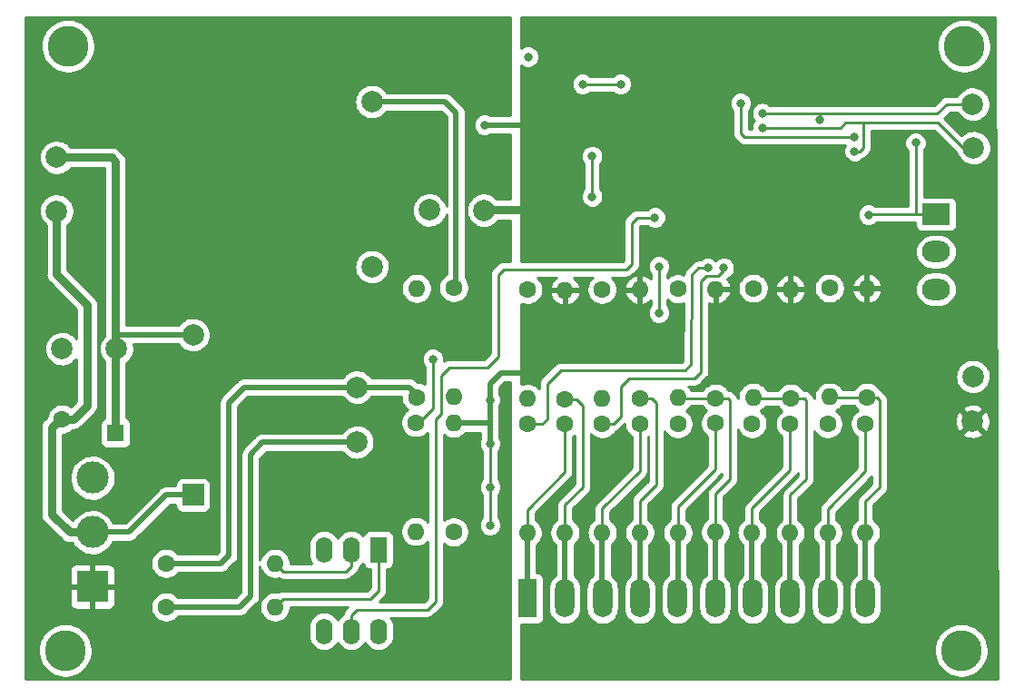
<source format=gbr>
G04 #@! TF.GenerationSoftware,KiCad,Pcbnew,(5.99.0-1678-g980aefea4-dirty)*
G04 #@! TF.CreationDate,2020-06-13T12:10:46+02:00*
G04 #@! TF.ProjectId,monitor_ESP32,6d6f6e69-746f-4725-9f45-535033322e6b,rev?*
G04 #@! TF.SameCoordinates,Original*
G04 #@! TF.FileFunction,Copper,L2,Bot*
G04 #@! TF.FilePolarity,Positive*
%FSLAX46Y46*%
G04 Gerber Fmt 4.6, Leading zero omitted, Abs format (unit mm)*
G04 Created by KiCad (PCBNEW (5.99.0-1678-g980aefea4-dirty)) date 2020-06-13 12:10:46*
%MOMM*%
%LPD*%
G01*
G04 APERTURE LIST*
G04 #@! TA.AperFunction,ComponentPad*
%ADD10O,1.800000X3.600000*%
G04 #@! TD*
G04 #@! TA.AperFunction,ComponentPad*
%ADD11R,1.800000X3.600000*%
G04 #@! TD*
G04 #@! TA.AperFunction,ComponentPad*
%ADD12O,2.600000X2.000000*%
G04 #@! TD*
G04 #@! TA.AperFunction,ComponentPad*
%ADD13R,2.600000X2.000000*%
G04 #@! TD*
G04 #@! TA.AperFunction,ComponentPad*
%ADD14C,3.800000*%
G04 #@! TD*
G04 #@! TA.AperFunction,ComponentPad*
%ADD15C,2.000000*%
G04 #@! TD*
G04 #@! TA.AperFunction,ComponentPad*
%ADD16C,1.600000*%
G04 #@! TD*
G04 #@! TA.AperFunction,ComponentPad*
%ADD17R,1.600000X1.600000*%
G04 #@! TD*
G04 #@! TA.AperFunction,ComponentPad*
%ADD18O,1.600000X1.600000*%
G04 #@! TD*
G04 #@! TA.AperFunction,ComponentPad*
%ADD19C,3.000000*%
G04 #@! TD*
G04 #@! TA.AperFunction,ComponentPad*
%ADD20R,3.000000X3.000000*%
G04 #@! TD*
G04 #@! TA.AperFunction,ComponentPad*
%ADD21O,1.600000X2.400000*%
G04 #@! TD*
G04 #@! TA.AperFunction,ComponentPad*
%ADD22R,1.600000X2.400000*%
G04 #@! TD*
G04 #@! TA.AperFunction,ComponentPad*
%ADD23R,2.000000X2.000000*%
G04 #@! TD*
G04 #@! TA.AperFunction,ViaPad*
%ADD24C,0.800000*%
G04 #@! TD*
G04 #@! TA.AperFunction,Conductor*
%ADD25C,0.250000*%
G04 #@! TD*
G04 #@! TA.AperFunction,Conductor*
%ADD26C,0.500000*%
G04 #@! TD*
G04 #@! TA.AperFunction,Conductor*
%ADD27C,0.750000*%
G04 #@! TD*
G04 #@! TA.AperFunction,Conductor*
%ADD28C,0.254000*%
G04 #@! TD*
G04 APERTURE END LIST*
D10*
X180514000Y-123428000D03*
X177014000Y-123428000D03*
X173514000Y-123428000D03*
X170014000Y-123428000D03*
X166514000Y-123428000D03*
X163014000Y-123428000D03*
X159514000Y-123428000D03*
X156014000Y-123428000D03*
X152514000Y-123428000D03*
D11*
X149014000Y-123428000D03*
D12*
X187125000Y-94575000D03*
X187125000Y-91075000D03*
D13*
X187125000Y-87575000D03*
D14*
X189484000Y-128270000D03*
X189738000Y-71882000D03*
X105918000Y-128270000D03*
X106172000Y-71882000D03*
D15*
X190550000Y-106900000D03*
D16*
X105614000Y-106678000D03*
D17*
X110614000Y-107978000D03*
D18*
X142150000Y-104585000D03*
D16*
X142150000Y-94425000D03*
D18*
X142144000Y-107058000D03*
D16*
X142144000Y-117218000D03*
D18*
X155974000Y-104758000D03*
D16*
X155974000Y-94598000D03*
D18*
X159484000Y-94608000D03*
D16*
X159484000Y-104768000D03*
D18*
X149044000Y-104758000D03*
D16*
X149044000Y-94598000D03*
D18*
X152524000Y-94668000D03*
D16*
X152524000Y-104828000D03*
D18*
X156004000Y-117278000D03*
D16*
X156004000Y-107118000D03*
D18*
X149024000Y-117318000D03*
D16*
X149024000Y-107158000D03*
D18*
X159504000Y-117268000D03*
D16*
X159504000Y-107108000D03*
D18*
X152524000Y-117278000D03*
D16*
X152524000Y-107118000D03*
D18*
X138614000Y-117168000D03*
D16*
X138614000Y-107008000D03*
D18*
X138684000Y-94488000D03*
D16*
X138684000Y-104648000D03*
D18*
X177184000Y-104628000D03*
D16*
X177184000Y-94468000D03*
D18*
X180684000Y-94488000D03*
D16*
X180684000Y-104648000D03*
D18*
X170084000Y-104638000D03*
D16*
X170084000Y-94478000D03*
D18*
X173564000Y-94568000D03*
D16*
X173564000Y-104728000D03*
D18*
X163064000Y-104698000D03*
D16*
X163064000Y-94538000D03*
D18*
X166574000Y-94558000D03*
D16*
X166574000Y-104718000D03*
D18*
X177014000Y-117288000D03*
D16*
X177014000Y-107128000D03*
D18*
X169974000Y-117258000D03*
D16*
X169974000Y-107098000D03*
D18*
X163044000Y-117278000D03*
D16*
X163044000Y-107118000D03*
D18*
X180554000Y-117268000D03*
D16*
X180554000Y-107108000D03*
D18*
X173534000Y-117298000D03*
D16*
X173534000Y-107138000D03*
D18*
X166554000Y-117238000D03*
D16*
X166554000Y-107078000D03*
D18*
X125476000Y-124206000D03*
D16*
X115316000Y-124206000D03*
D18*
X125476000Y-120142000D03*
D16*
X115316000Y-120142000D03*
D15*
X190575000Y-102725000D03*
X190550000Y-77300000D03*
X190625000Y-81375000D03*
D19*
X108458000Y-112168000D03*
X108458000Y-117248000D03*
D20*
X108458000Y-122328000D03*
D15*
X139874000Y-87188000D03*
X144954000Y-87198000D03*
X105614000Y-100128000D03*
X110694000Y-100138000D03*
X105124000Y-82278000D03*
X105124000Y-87278000D03*
X134524000Y-77078000D03*
X134524000Y-92478000D03*
D21*
X135128000Y-126492000D03*
X130048000Y-118872000D03*
X132588000Y-126492000D03*
X132588000Y-118872000D03*
X130048000Y-126492000D03*
D22*
X135128000Y-118872000D03*
D15*
X117828000Y-98828800D03*
X133118800Y-103705600D03*
X133118800Y-108836400D03*
D23*
X117828000Y-113764000D03*
D24*
X179525000Y-81700000D03*
X161290000Y-92456000D03*
X165850000Y-92600000D03*
X167325000Y-92575000D03*
X185225000Y-80925000D03*
X160909000Y-87884000D03*
X155050000Y-82150000D03*
X155050000Y-85925000D03*
X161290000Y-96774000D03*
X145542000Y-116586000D03*
X145542000Y-113030000D03*
X170942000Y-79502000D03*
X170942000Y-78150000D03*
X176276000Y-78740000D03*
X149098000Y-87122000D03*
X154178000Y-75438000D03*
X155194000Y-88392000D03*
X149098000Y-102362000D03*
X145542000Y-108966000D03*
X145542000Y-104902000D03*
X150025000Y-78925000D03*
X168910000Y-77216000D03*
X157734000Y-75438000D03*
X140208000Y-101092000D03*
X186182000Y-111506000D03*
X186182000Y-107696000D03*
X180848000Y-87630000D03*
X149096000Y-72896000D03*
X145034000Y-79248000D03*
X186725000Y-77050000D03*
X179525000Y-80400000D03*
D25*
X179525000Y-81700000D02*
X180025000Y-81700000D01*
X180025000Y-81700000D02*
X180350000Y-81375000D01*
X180350000Y-80800000D02*
X180350000Y-79025000D01*
X180350000Y-81375000D02*
X180350000Y-80800000D01*
D26*
X142354000Y-78092000D02*
X142354000Y-94221000D01*
X142354000Y-94221000D02*
X142150000Y-94425000D01*
D25*
X167325000Y-92575000D02*
X167325000Y-92850000D01*
X164620000Y-102870000D02*
X158496000Y-102870000D01*
X167325000Y-92850000D02*
X166825000Y-93350000D01*
X166825000Y-93350000D02*
X165700000Y-93350000D01*
X165700000Y-93350000D02*
X165225000Y-93825000D01*
X165225000Y-93825000D02*
X165225000Y-102265000D01*
X165225000Y-102265000D02*
X164620000Y-102870000D01*
X164300000Y-101575000D02*
X163767000Y-102108000D01*
X164375000Y-93225000D02*
X164300000Y-101575000D01*
X164975000Y-92600000D02*
X164375000Y-93225000D01*
X165850000Y-92600000D02*
X164975000Y-92600000D01*
X163767000Y-102108000D02*
X152146000Y-102108000D01*
X152146000Y-102108000D02*
X150876000Y-103378000D01*
X150876000Y-103378000D02*
X150876000Y-106680000D01*
X150876000Y-106680000D02*
X150398000Y-107158000D01*
X150398000Y-107158000D02*
X149024000Y-107158000D01*
X157734000Y-103632000D02*
X157734000Y-106426000D01*
X157734000Y-106426000D02*
X157042000Y-107118000D01*
X158496000Y-102870000D02*
X157734000Y-103632000D01*
X157042000Y-107118000D02*
X156004000Y-107118000D01*
X161290000Y-96774000D02*
X161290000Y-92456000D01*
X179525000Y-80400000D02*
X169300000Y-80400000D01*
X169300000Y-80400000D02*
X168910000Y-80010000D01*
X168910000Y-80010000D02*
X168910000Y-77216000D01*
X178700000Y-79025000D02*
X180350000Y-79025000D01*
X180350000Y-79025000D02*
X181000000Y-79025000D01*
X181000000Y-79025000D02*
X182450000Y-79025000D01*
X182450000Y-79025000D02*
X187275000Y-79025000D01*
X187275000Y-79025000D02*
X189625000Y-81375000D01*
X178223000Y-79502000D02*
X178700000Y-79025000D01*
X170942000Y-79502000D02*
X178223000Y-79502000D01*
X189625000Y-81375000D02*
X190625000Y-81375000D01*
X176225000Y-78175000D02*
X170967000Y-78175000D01*
X170967000Y-78175000D02*
X170942000Y-78150000D01*
X177025000Y-78175000D02*
X176225000Y-78175000D01*
X176276000Y-78740000D02*
X176276000Y-78226000D01*
X176276000Y-78226000D02*
X176225000Y-78175000D01*
X177025000Y-78175000D02*
X176841000Y-78175000D01*
X187250000Y-78175000D02*
X177025000Y-78175000D01*
X188125000Y-77300000D02*
X187250000Y-78175000D01*
X190550000Y-77300000D02*
X188125000Y-77300000D01*
X185225000Y-80925000D02*
X185225000Y-87425000D01*
X185225000Y-87425000D02*
X185225000Y-87575000D01*
X146304000Y-93218000D02*
X146304000Y-100838000D01*
X146812000Y-92710000D02*
X146304000Y-93218000D01*
X140970000Y-102616000D02*
X140970000Y-106172000D01*
X145288000Y-101854000D02*
X141732000Y-101854000D01*
X160909000Y-87884000D02*
X159258000Y-87884000D01*
X158242000Y-92710000D02*
X146812000Y-92710000D01*
X158750000Y-88392000D02*
X158750000Y-92202000D01*
X141732000Y-101854000D02*
X140970000Y-102616000D01*
X159258000Y-87884000D02*
X158750000Y-88392000D01*
X146304000Y-100838000D02*
X145288000Y-101854000D01*
X132588000Y-124968000D02*
X132588000Y-126492000D01*
X158750000Y-92202000D02*
X158242000Y-92710000D01*
X140970000Y-106172000D02*
X140462000Y-106680000D01*
X139700000Y-124460000D02*
X133096000Y-124460000D01*
X140462000Y-106680000D02*
X140462000Y-123698000D01*
X140462000Y-123698000D02*
X139700000Y-124460000D01*
X133096000Y-124460000D02*
X132588000Y-124968000D01*
X155050000Y-82150000D02*
X155050000Y-85925000D01*
D26*
X138684000Y-104394000D02*
X137995600Y-103705600D01*
X137995600Y-103705600D02*
X133118800Y-103705600D01*
X138684000Y-104648000D02*
X138684000Y-104394000D01*
X173534000Y-117298000D02*
X173534000Y-123408000D01*
X173534000Y-123408000D02*
X173514000Y-123428000D01*
X177014000Y-117288000D02*
X177014000Y-123428000D01*
X180554000Y-117268000D02*
X180554000Y-123388000D01*
X180554000Y-123388000D02*
X180514000Y-123428000D01*
X156004000Y-117278000D02*
X156004000Y-123418000D01*
X156004000Y-123418000D02*
X156014000Y-123428000D01*
X149024000Y-117318000D02*
X149024000Y-123418000D01*
X149024000Y-123418000D02*
X149014000Y-123428000D01*
X152524000Y-117278000D02*
X152524000Y-123418000D01*
X152524000Y-123418000D02*
X152514000Y-123428000D01*
X159504000Y-117268000D02*
X159504000Y-123418000D01*
X159504000Y-123418000D02*
X159514000Y-123428000D01*
X163044000Y-117278000D02*
X163044000Y-123398000D01*
X163044000Y-123398000D02*
X163014000Y-123428000D01*
X169974000Y-117258000D02*
X169974000Y-123388000D01*
X169974000Y-123388000D02*
X170014000Y-123428000D01*
X166554000Y-117238000D02*
X166554000Y-123388000D01*
X166554000Y-123388000D02*
X166514000Y-123428000D01*
D25*
X140208000Y-105664000D02*
X140208000Y-101092000D01*
X138614000Y-107008000D02*
X138864000Y-107008000D01*
X138864000Y-107008000D02*
X140208000Y-105664000D01*
X145542000Y-112776000D02*
X145542000Y-116586000D01*
X145542000Y-108966000D02*
X145542000Y-112776000D01*
X154213000Y-75403000D02*
X154178000Y-75438000D01*
D26*
X146558000Y-102362000D02*
X149098000Y-102362000D01*
X145542000Y-103378000D02*
X146558000Y-102362000D01*
X145542000Y-104902000D02*
X145542000Y-103378000D01*
X145542000Y-104902000D02*
X145542000Y-107188000D01*
X145542000Y-107188000D02*
X145542000Y-108966000D01*
X142144000Y-107058000D02*
X145412000Y-107058000D01*
D25*
X145412000Y-107058000D02*
X145542000Y-107188000D01*
X166574000Y-104718000D02*
X163084000Y-104718000D01*
X163084000Y-104718000D02*
X163064000Y-104698000D01*
X167894000Y-112268000D02*
X166554000Y-113608000D01*
X166554000Y-113608000D02*
X166554000Y-117238000D01*
X167894000Y-104902000D02*
X167894000Y-112268000D01*
X167710000Y-104718000D02*
X167894000Y-104902000D01*
X166574000Y-104718000D02*
X167710000Y-104718000D01*
X173564000Y-104728000D02*
X170174000Y-104728000D01*
X180684000Y-104648000D02*
X177204000Y-104648000D01*
X181864000Y-113030000D02*
X180554000Y-114340000D01*
X180554000Y-114340000D02*
X180554000Y-117268000D01*
X181864000Y-104902000D02*
X181864000Y-113030000D01*
X181610000Y-104648000D02*
X181864000Y-104902000D01*
X180684000Y-104648000D02*
X181610000Y-104648000D01*
X180684000Y-104648000D02*
X181102000Y-104648000D01*
X175006000Y-112268000D02*
X173534000Y-113740000D01*
X173534000Y-113740000D02*
X173534000Y-117298000D01*
X175006000Y-104902000D02*
X175006000Y-112268000D01*
X174832000Y-104728000D02*
X175006000Y-104902000D01*
X173564000Y-104728000D02*
X174832000Y-104728000D01*
X161036000Y-112776000D02*
X159504000Y-114308000D01*
X159504000Y-114308000D02*
X159504000Y-117268000D01*
X161036000Y-105156000D02*
X161036000Y-112776000D01*
X160648000Y-104768000D02*
X161036000Y-105156000D01*
X159484000Y-104768000D02*
X160648000Y-104768000D01*
X154178000Y-113030000D02*
X152524000Y-114684000D01*
X152524000Y-114684000D02*
X152524000Y-117278000D01*
X154178000Y-105410000D02*
X154178000Y-113030000D01*
X153596000Y-104828000D02*
X154178000Y-105410000D01*
X152524000Y-104828000D02*
X153596000Y-104828000D01*
X177014000Y-115086000D02*
X180554000Y-111546000D01*
X180554000Y-111546000D02*
X180554000Y-107108000D01*
X177014000Y-117288000D02*
X177014000Y-115086000D01*
X169974000Y-115014000D02*
X173534000Y-111454000D01*
X173534000Y-111454000D02*
X173534000Y-107138000D01*
X169974000Y-117258000D02*
X169974000Y-115014000D01*
X163044000Y-114832000D02*
X166554000Y-111322000D01*
X166554000Y-111322000D02*
X166554000Y-107078000D01*
X163044000Y-117278000D02*
X163044000Y-114832000D01*
X156004000Y-115014000D02*
X159504000Y-111514000D01*
X159504000Y-111514000D02*
X159504000Y-107108000D01*
X156004000Y-117278000D02*
X156004000Y-115014000D01*
X149024000Y-115136000D02*
X152524000Y-111636000D01*
X152524000Y-111636000D02*
X152524000Y-107118000D01*
X149024000Y-117318000D02*
X149024000Y-115136000D01*
X149014000Y-117328000D02*
X149024000Y-117318000D01*
X132588000Y-118872000D02*
X132588000Y-120396000D01*
X132588000Y-120396000D02*
X132080000Y-120904000D01*
X126238000Y-120904000D02*
X125476000Y-120142000D01*
X132080000Y-120904000D02*
X126238000Y-120904000D01*
X135128000Y-118872000D02*
X135128000Y-122682000D01*
X135128000Y-122682000D02*
X134366000Y-123444000D01*
X126238000Y-123444000D02*
X125476000Y-124206000D01*
X134366000Y-123444000D02*
X126238000Y-123444000D01*
D26*
X117828000Y-113764000D02*
X115344000Y-113764000D01*
X111860000Y-117248000D02*
X108458000Y-117248000D01*
X115344000Y-113764000D02*
X111860000Y-117248000D01*
X123878400Y-103705600D02*
X133118800Y-103705600D01*
X115316000Y-124206000D02*
X122174000Y-124206000D01*
X122174000Y-124206000D02*
X123190000Y-123190000D01*
X123190000Y-123190000D02*
X123190000Y-109982000D01*
X124335600Y-108836400D02*
X126621600Y-108836400D01*
X123190000Y-109982000D02*
X124335600Y-108836400D01*
X126621600Y-108836400D02*
X126113600Y-108836400D01*
X133118800Y-108836400D02*
X126621600Y-108836400D01*
X123878400Y-103705600D02*
X122608400Y-103705600D01*
X122608400Y-103705600D02*
X121158000Y-105156000D01*
X121158000Y-119380000D02*
X120396000Y-120142000D01*
X121158000Y-105156000D02*
X121158000Y-119380000D01*
X115316000Y-120142000D02*
X120396000Y-120142000D01*
D27*
X105124000Y-87278000D02*
X105124000Y-93186000D01*
X105124000Y-93186000D02*
X107950000Y-96012000D01*
X107950000Y-96012000D02*
X107950000Y-105410000D01*
X106682000Y-106678000D02*
X105614000Y-106678000D01*
X107950000Y-105410000D02*
X106682000Y-106678000D01*
X110218000Y-82278000D02*
X105124000Y-82278000D01*
X110614000Y-82674000D02*
X110218000Y-82278000D01*
D26*
X117828000Y-98828800D02*
X110721200Y-98828800D01*
D27*
X110614000Y-98936000D02*
X110614000Y-82674000D01*
D26*
X110721200Y-98828800D02*
X110614000Y-98936000D01*
D27*
X110614000Y-107978000D02*
X110614000Y-98936000D01*
D26*
X133171200Y-103758000D02*
X133118800Y-103705600D01*
D27*
X149098000Y-87122000D02*
X145030000Y-87122000D01*
X106326000Y-117248000D02*
X108458000Y-117248000D01*
D26*
X105614000Y-106678000D02*
X105412000Y-106678000D01*
D27*
X105412000Y-106678000D02*
X104648000Y-107442000D01*
X104648000Y-107442000D02*
X104648000Y-115570000D01*
X104648000Y-115570000D02*
X106326000Y-117248000D01*
D25*
X157734000Y-75438000D02*
X154178000Y-75438000D01*
D26*
X141340000Y-77078000D02*
X142354000Y-78092000D01*
X134524000Y-77078000D02*
X141340000Y-77078000D01*
X150368000Y-79248000D02*
X145034000Y-79248000D01*
D25*
X179525000Y-80400000D02*
X179460000Y-80400000D01*
X180903000Y-87575000D02*
X180848000Y-87630000D01*
X185075000Y-87575000D02*
X180903000Y-87575000D01*
X185225000Y-87575000D02*
X185075000Y-87575000D01*
X187125000Y-87575000D02*
X185225000Y-87575000D01*
G36*
X147448000Y-78362000D02*
G01*
X145571402Y-78362000D01*
X145441095Y-78286767D01*
X145425835Y-78280446D01*
X145178438Y-78214156D01*
X145162062Y-78212000D01*
X144905938Y-78212000D01*
X144889562Y-78214156D01*
X144642165Y-78280446D01*
X144626905Y-78286767D01*
X144405095Y-78414829D01*
X144391991Y-78424884D01*
X144210884Y-78605991D01*
X144200829Y-78619095D01*
X144072767Y-78840905D01*
X144066446Y-78856165D01*
X144000156Y-79103562D01*
X143998000Y-79119938D01*
X143998000Y-79376062D01*
X144000156Y-79392438D01*
X144066446Y-79639835D01*
X144072767Y-79655095D01*
X144200829Y-79876905D01*
X144210884Y-79890009D01*
X144391991Y-80071116D01*
X144405095Y-80081171D01*
X144626905Y-80209233D01*
X144642165Y-80215554D01*
X144889562Y-80281844D01*
X144905938Y-80284000D01*
X145162062Y-80284000D01*
X145178438Y-80281844D01*
X145425835Y-80215554D01*
X145441095Y-80209233D01*
X145571402Y-80134000D01*
X147448000Y-80134000D01*
X147448000Y-86111000D01*
X146180563Y-86111000D01*
X146180014Y-86110377D01*
X145998174Y-85934776D01*
X145990353Y-85928351D01*
X145782775Y-85784081D01*
X145774028Y-85778990D01*
X145546056Y-85669764D01*
X145536607Y-85666137D01*
X145294103Y-85594765D01*
X145284196Y-85592695D01*
X145033402Y-85561011D01*
X145023290Y-85560552D01*
X144770656Y-85569374D01*
X144760601Y-85570538D01*
X144512628Y-85619639D01*
X144502889Y-85622394D01*
X144265956Y-85710508D01*
X144256783Y-85714786D01*
X144036984Y-85839649D01*
X144028613Y-85845338D01*
X143831606Y-86003737D01*
X143824252Y-86010691D01*
X143655104Y-86198548D01*
X143648956Y-86206589D01*
X143512019Y-86419075D01*
X143507236Y-86427994D01*
X143406032Y-86659639D01*
X143402737Y-86669209D01*
X143339871Y-86914056D01*
X143338148Y-86924030D01*
X143315238Y-87175777D01*
X143315132Y-87185898D01*
X143332766Y-87438071D01*
X143334279Y-87448078D01*
X143392004Y-87694187D01*
X143395098Y-87703824D01*
X143491428Y-87937538D01*
X143496023Y-87946556D01*
X143628480Y-88161862D01*
X143634458Y-88170030D01*
X143799634Y-88361390D01*
X143806841Y-88368497D01*
X144000489Y-88530986D01*
X144008739Y-88536849D01*
X144225873Y-88666287D01*
X144234955Y-88670756D01*
X144469991Y-88763813D01*
X144479670Y-88766772D01*
X144726561Y-88821054D01*
X144736589Y-88822428D01*
X144988983Y-88836539D01*
X144999101Y-88836292D01*
X145250504Y-88809869D01*
X145260453Y-88808007D01*
X145504398Y-88741728D01*
X145513920Y-88738300D01*
X145744131Y-88633873D01*
X145752983Y-88628966D01*
X145963536Y-88489074D01*
X145971489Y-88482815D01*
X146156968Y-88311061D01*
X146163819Y-88303610D01*
X146297115Y-88133000D01*
X147448000Y-88133000D01*
X147448000Y-91949000D01*
X146756821Y-91949000D01*
X146756809Y-91949001D01*
X146701509Y-91949001D01*
X146681920Y-91952103D01*
X146633805Y-91967737D01*
X146583823Y-91975654D01*
X146564961Y-91981782D01*
X146519873Y-92004755D01*
X146471754Y-92020390D01*
X146454084Y-92029394D01*
X146413150Y-92059134D01*
X146368066Y-92082106D01*
X146352020Y-92093764D01*
X146312404Y-92133381D01*
X146312389Y-92133394D01*
X145837009Y-92608775D01*
X145837008Y-92608776D01*
X145687763Y-92758022D01*
X145676106Y-92774067D01*
X145653138Y-92819145D01*
X145623394Y-92860083D01*
X145614390Y-92877755D01*
X145598753Y-92925880D01*
X145575782Y-92970963D01*
X145569653Y-92989824D01*
X145561736Y-93039809D01*
X145546103Y-93087923D01*
X145543001Y-93107511D01*
X145543001Y-93162810D01*
X145543000Y-93162822D01*
X145543001Y-100522783D01*
X144972785Y-101093000D01*
X141676821Y-101093000D01*
X141676809Y-101093001D01*
X141621510Y-101093001D01*
X141601922Y-101096103D01*
X141553808Y-101111736D01*
X141503823Y-101119653D01*
X141484962Y-101125782D01*
X141439879Y-101148753D01*
X141391754Y-101164390D01*
X141374082Y-101173394D01*
X141333144Y-101203138D01*
X141288066Y-101226106D01*
X141272021Y-101237763D01*
X141230313Y-101279472D01*
X141241844Y-101236438D01*
X141244000Y-101220062D01*
X141244000Y-100963938D01*
X141241844Y-100947562D01*
X141175554Y-100700165D01*
X141169233Y-100684905D01*
X141041171Y-100463095D01*
X141031116Y-100449991D01*
X140850009Y-100268884D01*
X140836905Y-100258829D01*
X140615095Y-100130767D01*
X140599835Y-100124446D01*
X140352438Y-100058156D01*
X140336062Y-100056000D01*
X140079938Y-100056000D01*
X140063562Y-100058156D01*
X139816165Y-100124446D01*
X139800905Y-100130767D01*
X139579095Y-100258829D01*
X139565991Y-100268884D01*
X139384884Y-100449991D01*
X139374829Y-100463095D01*
X139246767Y-100684905D01*
X139240446Y-100700165D01*
X139174156Y-100947562D01*
X139172000Y-100963938D01*
X139172000Y-101220062D01*
X139174156Y-101236438D01*
X139240446Y-101483835D01*
X139246767Y-101499095D01*
X139374829Y-101720905D01*
X139384884Y-101734009D01*
X139447001Y-101796125D01*
X139447000Y-103432678D01*
X139297132Y-103346152D01*
X139287160Y-103341502D01*
X139061753Y-103259460D01*
X139051126Y-103256613D01*
X138814897Y-103214959D01*
X138803936Y-103214000D01*
X138756991Y-103214000D01*
X138692291Y-103149300D01*
X138682093Y-103133137D01*
X138670457Y-103119465D01*
X138601983Y-103058992D01*
X138580340Y-103037348D01*
X138573567Y-103031476D01*
X138555480Y-103017920D01*
X138493827Y-102963471D01*
X138478822Y-102953615D01*
X138454339Y-102942121D01*
X138432704Y-102925906D01*
X138416957Y-102917284D01*
X138339964Y-102888421D01*
X138265336Y-102853383D01*
X138247781Y-102848075D01*
X138222104Y-102844237D01*
X138196301Y-102834564D01*
X138178767Y-102830709D01*
X138084921Y-102823735D01*
X138061891Y-102820293D01*
X138052566Y-102819600D01*
X138029281Y-102819600D01*
X137943764Y-102813244D01*
X137925852Y-102814465D01*
X137901797Y-102819600D01*
X134496662Y-102819600D01*
X134351508Y-102625569D01*
X134344814Y-102617977D01*
X134162974Y-102442376D01*
X134155153Y-102435951D01*
X133947575Y-102291681D01*
X133938828Y-102286590D01*
X133710856Y-102177364D01*
X133701407Y-102173737D01*
X133458903Y-102102365D01*
X133448996Y-102100295D01*
X133198202Y-102068611D01*
X133188090Y-102068152D01*
X132935456Y-102076974D01*
X132925401Y-102078138D01*
X132677428Y-102127239D01*
X132667689Y-102129994D01*
X132430756Y-102218108D01*
X132421583Y-102222386D01*
X132201784Y-102347249D01*
X132193413Y-102352938D01*
X131996406Y-102511337D01*
X131989052Y-102518291D01*
X131819904Y-102706148D01*
X131813756Y-102714189D01*
X131745824Y-102819600D01*
X122707659Y-102819600D01*
X122689031Y-102815385D01*
X122671135Y-102813945D01*
X122579986Y-102819600D01*
X122549347Y-102819600D01*
X122540405Y-102820237D01*
X122518006Y-102823445D01*
X122435935Y-102828537D01*
X122418355Y-102832177D01*
X122392923Y-102841358D01*
X122366151Y-102845192D01*
X122348920Y-102850231D01*
X122274040Y-102884276D01*
X122196523Y-102912261D01*
X122180357Y-102920920D01*
X122159492Y-102936359D01*
X122134401Y-102947767D01*
X122119277Y-102957439D01*
X122047988Y-103018866D01*
X122029267Y-103032719D01*
X122022183Y-103038823D01*
X122005727Y-103055280D01*
X121940755Y-103111263D01*
X121928953Y-103124792D01*
X121915576Y-103145430D01*
X120601697Y-104459311D01*
X120585537Y-104469507D01*
X120571865Y-104481143D01*
X120511386Y-104549622D01*
X120489748Y-104571260D01*
X120483876Y-104578033D01*
X120470317Y-104596124D01*
X120415871Y-104657774D01*
X120406015Y-104672778D01*
X120394520Y-104697261D01*
X120378305Y-104718897D01*
X120369684Y-104734644D01*
X120340819Y-104811641D01*
X120305783Y-104886266D01*
X120300474Y-104903822D01*
X120296638Y-104929493D01*
X120286964Y-104955298D01*
X120283109Y-104972833D01*
X120276135Y-105066679D01*
X120272693Y-105089710D01*
X120272000Y-105099035D01*
X120272000Y-105122319D01*
X120265644Y-105207836D01*
X120266865Y-105225748D01*
X120272000Y-105249803D01*
X120272001Y-119013006D01*
X120029008Y-119256000D01*
X116444512Y-119256000D01*
X116337413Y-119128366D01*
X116329634Y-119120587D01*
X116145881Y-118966399D01*
X116136868Y-118960088D01*
X115929132Y-118840152D01*
X115919160Y-118835502D01*
X115693753Y-118753460D01*
X115683126Y-118750613D01*
X115446897Y-118708959D01*
X115435936Y-118708000D01*
X115196064Y-118708000D01*
X115185103Y-118708959D01*
X114948874Y-118750613D01*
X114938247Y-118753460D01*
X114712840Y-118835502D01*
X114702868Y-118840152D01*
X114495132Y-118960088D01*
X114486119Y-118966399D01*
X114302366Y-119120587D01*
X114294587Y-119128366D01*
X114140399Y-119312119D01*
X114134088Y-119321132D01*
X114014152Y-119528868D01*
X114009502Y-119538840D01*
X113927460Y-119764247D01*
X113924613Y-119774874D01*
X113882959Y-120011103D01*
X113882000Y-120022064D01*
X113882000Y-120261936D01*
X113882959Y-120272897D01*
X113924613Y-120509126D01*
X113927460Y-120519753D01*
X114009502Y-120745160D01*
X114014152Y-120755132D01*
X114134088Y-120962868D01*
X114140399Y-120971881D01*
X114294587Y-121155634D01*
X114302366Y-121163413D01*
X114486119Y-121317601D01*
X114495132Y-121323912D01*
X114702868Y-121443848D01*
X114712840Y-121448498D01*
X114938247Y-121530540D01*
X114948874Y-121533387D01*
X115185103Y-121575041D01*
X115196064Y-121576000D01*
X115435936Y-121576000D01*
X115446897Y-121575041D01*
X115683126Y-121533387D01*
X115693753Y-121530540D01*
X115919160Y-121448498D01*
X115929132Y-121443848D01*
X116136868Y-121323912D01*
X116145881Y-121317601D01*
X116329634Y-121163413D01*
X116337413Y-121155634D01*
X116444512Y-121028000D01*
X120296742Y-121028000D01*
X120315370Y-121032215D01*
X120333265Y-121033655D01*
X120424413Y-121028000D01*
X120455053Y-121028000D01*
X120463995Y-121027363D01*
X120486394Y-121024155D01*
X120568463Y-121019063D01*
X120586043Y-121015423D01*
X120611476Y-121006242D01*
X120638248Y-121002408D01*
X120655479Y-120997369D01*
X120730353Y-120963327D01*
X120807877Y-120935340D01*
X120824044Y-120926680D01*
X120844908Y-120911241D01*
X120869998Y-120899834D01*
X120885123Y-120890161D01*
X120956428Y-120828720D01*
X120975131Y-120814881D01*
X120982215Y-120808777D01*
X120998659Y-120792332D01*
X121063645Y-120736337D01*
X121075446Y-120722809D01*
X121088826Y-120702167D01*
X121714307Y-120076687D01*
X121730463Y-120066493D01*
X121744135Y-120054857D01*
X121804601Y-119986392D01*
X121826253Y-119964741D01*
X121832126Y-119957967D01*
X121845695Y-119939862D01*
X121900128Y-119878228D01*
X121909985Y-119863223D01*
X121921477Y-119838745D01*
X121937696Y-119817104D01*
X121946317Y-119801357D01*
X121975184Y-119724352D01*
X122010217Y-119649735D01*
X122015526Y-119632180D01*
X122019363Y-119606506D01*
X122029036Y-119580702D01*
X122032891Y-119563168D01*
X122039865Y-119469321D01*
X122043307Y-119446291D01*
X122044000Y-119436966D01*
X122044000Y-119413681D01*
X122050356Y-119328164D01*
X122049135Y-119310252D01*
X122044000Y-119286197D01*
X122044000Y-105522991D01*
X122975392Y-104591600D01*
X131745379Y-104591600D01*
X131793280Y-104669462D01*
X131799258Y-104677630D01*
X131964434Y-104868990D01*
X131971641Y-104876097D01*
X132165289Y-105038586D01*
X132173539Y-105044449D01*
X132390673Y-105173887D01*
X132399755Y-105178356D01*
X132634791Y-105271413D01*
X132644470Y-105274372D01*
X132891361Y-105328654D01*
X132901389Y-105330028D01*
X133153783Y-105344139D01*
X133163901Y-105343892D01*
X133415304Y-105317469D01*
X133425253Y-105315607D01*
X133669198Y-105249328D01*
X133678720Y-105245900D01*
X133908931Y-105141473D01*
X133917783Y-105136566D01*
X134128336Y-104996674D01*
X134136289Y-104990415D01*
X134321768Y-104818661D01*
X134328619Y-104811210D01*
X134484251Y-104612011D01*
X134489823Y-104603561D01*
X134496399Y-104591600D01*
X137250000Y-104591600D01*
X137250000Y-104767936D01*
X137250959Y-104778897D01*
X137292613Y-105015126D01*
X137295460Y-105025753D01*
X137377502Y-105251160D01*
X137382152Y-105261132D01*
X137502088Y-105468868D01*
X137508399Y-105477881D01*
X137662587Y-105661634D01*
X137670366Y-105669413D01*
X137831016Y-105804216D01*
X137793132Y-105826088D01*
X137784119Y-105832399D01*
X137600366Y-105986587D01*
X137592587Y-105994366D01*
X137438399Y-106178119D01*
X137432088Y-106187132D01*
X137312152Y-106394868D01*
X137307502Y-106404840D01*
X137225460Y-106630247D01*
X137222613Y-106640874D01*
X137180959Y-106877103D01*
X137180000Y-106888064D01*
X137180000Y-107127936D01*
X137180959Y-107138897D01*
X137222613Y-107375126D01*
X137225460Y-107385753D01*
X137307502Y-107611160D01*
X137312152Y-107621132D01*
X137432088Y-107828868D01*
X137438399Y-107837881D01*
X137592587Y-108021634D01*
X137600366Y-108029413D01*
X137784119Y-108183601D01*
X137793132Y-108189912D01*
X138000868Y-108309848D01*
X138010840Y-108314498D01*
X138236247Y-108396540D01*
X138246874Y-108399387D01*
X138483103Y-108441041D01*
X138494064Y-108442000D01*
X138733936Y-108442000D01*
X138744897Y-108441041D01*
X138981126Y-108399387D01*
X138991753Y-108396540D01*
X139217160Y-108314498D01*
X139227132Y-108309848D01*
X139434868Y-108189912D01*
X139443881Y-108183601D01*
X139627634Y-108029413D01*
X139635413Y-108021634D01*
X139701000Y-107943471D01*
X139701001Y-116232530D01*
X139635413Y-116154366D01*
X139627634Y-116146587D01*
X139443881Y-115992399D01*
X139434868Y-115986088D01*
X139227132Y-115866152D01*
X139217160Y-115861502D01*
X138991753Y-115779460D01*
X138981126Y-115776613D01*
X138744897Y-115734959D01*
X138733936Y-115734000D01*
X138494064Y-115734000D01*
X138483103Y-115734959D01*
X138246874Y-115776613D01*
X138236247Y-115779460D01*
X138010840Y-115861502D01*
X138000868Y-115866152D01*
X137793132Y-115986088D01*
X137784119Y-115992399D01*
X137600366Y-116146587D01*
X137592587Y-116154366D01*
X137438399Y-116338119D01*
X137432088Y-116347132D01*
X137312152Y-116554868D01*
X137307502Y-116564840D01*
X137225460Y-116790247D01*
X137222613Y-116800874D01*
X137180959Y-117037103D01*
X137180000Y-117048064D01*
X137180000Y-117287936D01*
X137180959Y-117298897D01*
X137222613Y-117535126D01*
X137225460Y-117545753D01*
X137307502Y-117771160D01*
X137312152Y-117781132D01*
X137432088Y-117988868D01*
X137438399Y-117997881D01*
X137592587Y-118181634D01*
X137600366Y-118189413D01*
X137784119Y-118343601D01*
X137793132Y-118349912D01*
X138000868Y-118469848D01*
X138010840Y-118474498D01*
X138236247Y-118556540D01*
X138246874Y-118559387D01*
X138483103Y-118601041D01*
X138494064Y-118602000D01*
X138733936Y-118602000D01*
X138744897Y-118601041D01*
X138981126Y-118559387D01*
X138991753Y-118556540D01*
X139217160Y-118474498D01*
X139227132Y-118469848D01*
X139434868Y-118349912D01*
X139443881Y-118343601D01*
X139627634Y-118189413D01*
X139635413Y-118181634D01*
X139701001Y-118103470D01*
X139701001Y-123382783D01*
X139384785Y-123699000D01*
X135187215Y-123699000D01*
X135701444Y-123184772D01*
X135744237Y-123141979D01*
X135755894Y-123125934D01*
X135778862Y-123080856D01*
X135808606Y-123039918D01*
X135817610Y-123022246D01*
X135833247Y-122974121D01*
X135856218Y-122929038D01*
X135862347Y-122910177D01*
X135870264Y-122860192D01*
X135885897Y-122812078D01*
X135888999Y-122792490D01*
X135888999Y-122737191D01*
X135889000Y-122737179D01*
X135889000Y-120713837D01*
X135936258Y-120713837D01*
X135952634Y-120711681D01*
X136231859Y-120636863D01*
X136256339Y-120624120D01*
X136412590Y-120493010D01*
X136426761Y-120476121D01*
X136527359Y-120301880D01*
X136534900Y-120281163D01*
X136568878Y-120088462D01*
X136569837Y-120077501D01*
X136569837Y-117663742D01*
X136567681Y-117647366D01*
X136492863Y-117368142D01*
X136480120Y-117343662D01*
X136349010Y-117187410D01*
X136332121Y-117173239D01*
X136157880Y-117072641D01*
X136137163Y-117065100D01*
X135944462Y-117031122D01*
X135933501Y-117030163D01*
X134319742Y-117030163D01*
X134303366Y-117032319D01*
X134024142Y-117107137D01*
X133999662Y-117119880D01*
X133843410Y-117250990D01*
X133829239Y-117267879D01*
X133728641Y-117442120D01*
X133721100Y-117462837D01*
X133703170Y-117564525D01*
X133693871Y-117551245D01*
X133686798Y-117542817D01*
X133517183Y-117373202D01*
X133508755Y-117366129D01*
X133312262Y-117228543D01*
X133302734Y-117223042D01*
X133085335Y-117121667D01*
X133074996Y-117117904D01*
X132843296Y-117055820D01*
X132832461Y-117053910D01*
X132593501Y-117033004D01*
X132582499Y-117033004D01*
X132343540Y-117053910D01*
X132332705Y-117055820D01*
X132101005Y-117117904D01*
X132090666Y-117121667D01*
X131873267Y-117223042D01*
X131863739Y-117228543D01*
X131667246Y-117366129D01*
X131658818Y-117373202D01*
X131489203Y-117542816D01*
X131482130Y-117551245D01*
X131344544Y-117747737D01*
X131339042Y-117757266D01*
X131318000Y-117802391D01*
X131296958Y-117757266D01*
X131291457Y-117747738D01*
X131153871Y-117551245D01*
X131146798Y-117542817D01*
X130977183Y-117373202D01*
X130968755Y-117366129D01*
X130772262Y-117228543D01*
X130762734Y-117223042D01*
X130545335Y-117121667D01*
X130534996Y-117117904D01*
X130303296Y-117055820D01*
X130292461Y-117053910D01*
X130053501Y-117033004D01*
X130042499Y-117033004D01*
X129803540Y-117053910D01*
X129792705Y-117055820D01*
X129561005Y-117117904D01*
X129550666Y-117121667D01*
X129333267Y-117223042D01*
X129323739Y-117228543D01*
X129127246Y-117366129D01*
X129118818Y-117373202D01*
X128949203Y-117542816D01*
X128942130Y-117551245D01*
X128804544Y-117747737D01*
X128799042Y-117757266D01*
X128697667Y-117974665D01*
X128693904Y-117985004D01*
X128631820Y-118216704D01*
X128629910Y-118227539D01*
X128614240Y-118406652D01*
X128614000Y-118412146D01*
X128614000Y-119331853D01*
X128614240Y-119337347D01*
X128629910Y-119516460D01*
X128631820Y-119527295D01*
X128693904Y-119758995D01*
X128697667Y-119769334D01*
X128799042Y-119986733D01*
X128804543Y-119996261D01*
X128907291Y-120143000D01*
X126910000Y-120143000D01*
X126910000Y-120022064D01*
X126909041Y-120011103D01*
X126867387Y-119774874D01*
X126864540Y-119764247D01*
X126782498Y-119538840D01*
X126777848Y-119528868D01*
X126657912Y-119321132D01*
X126651601Y-119312119D01*
X126497413Y-119128366D01*
X126489634Y-119120587D01*
X126305881Y-118966399D01*
X126296868Y-118960088D01*
X126089132Y-118840152D01*
X126079160Y-118835502D01*
X125853753Y-118753460D01*
X125843126Y-118750613D01*
X125606897Y-118708959D01*
X125595936Y-118708000D01*
X125356064Y-118708000D01*
X125345103Y-118708959D01*
X125108874Y-118750613D01*
X125098247Y-118753460D01*
X124872840Y-118835502D01*
X124862868Y-118840152D01*
X124655132Y-118960088D01*
X124646119Y-118966399D01*
X124462366Y-119120587D01*
X124454587Y-119128366D01*
X124300399Y-119312119D01*
X124294088Y-119321132D01*
X124174152Y-119528868D01*
X124169502Y-119538840D01*
X124087460Y-119764247D01*
X124084613Y-119774874D01*
X124076000Y-119823720D01*
X124076000Y-110348992D01*
X124702593Y-109722400D01*
X131745379Y-109722400D01*
X131793280Y-109800262D01*
X131799258Y-109808430D01*
X131964434Y-109999790D01*
X131971641Y-110006897D01*
X132165289Y-110169386D01*
X132173539Y-110175249D01*
X132390673Y-110304687D01*
X132399755Y-110309156D01*
X132634791Y-110402213D01*
X132644470Y-110405172D01*
X132891361Y-110459454D01*
X132901389Y-110460828D01*
X133153783Y-110474939D01*
X133163901Y-110474692D01*
X133415304Y-110448269D01*
X133425253Y-110446407D01*
X133669198Y-110380128D01*
X133678720Y-110376700D01*
X133908931Y-110272273D01*
X133917783Y-110267366D01*
X134128336Y-110127474D01*
X134136289Y-110121215D01*
X134321768Y-109949461D01*
X134328619Y-109942010D01*
X134484251Y-109742811D01*
X134489823Y-109734361D01*
X134611604Y-109512841D01*
X134615753Y-109503609D01*
X134700551Y-109265468D01*
X134703170Y-109255692D01*
X134748863Y-109006732D01*
X134749897Y-108995999D01*
X134752882Y-108710996D01*
X134752073Y-108700244D01*
X134711604Y-108450381D01*
X134709190Y-108440552D01*
X134629397Y-108200687D01*
X134625442Y-108191371D01*
X134508327Y-107967349D01*
X134502934Y-107958784D01*
X134351508Y-107756369D01*
X134344814Y-107748777D01*
X134162974Y-107573176D01*
X134155153Y-107566751D01*
X133947575Y-107422481D01*
X133938828Y-107417390D01*
X133710856Y-107308164D01*
X133701407Y-107304537D01*
X133458903Y-107233165D01*
X133448996Y-107231095D01*
X133198202Y-107199411D01*
X133188090Y-107198952D01*
X132935456Y-107207774D01*
X132925401Y-107208938D01*
X132677428Y-107258039D01*
X132667689Y-107260794D01*
X132430756Y-107348908D01*
X132421583Y-107353186D01*
X132201784Y-107478049D01*
X132193413Y-107483738D01*
X131996406Y-107642137D01*
X131989052Y-107649091D01*
X131819904Y-107836948D01*
X131813756Y-107844989D01*
X131745824Y-107950400D01*
X124434858Y-107950400D01*
X124416230Y-107946185D01*
X124398335Y-107944745D01*
X124307187Y-107950400D01*
X124276547Y-107950400D01*
X124267605Y-107951037D01*
X124245206Y-107954245D01*
X124163136Y-107959337D01*
X124145556Y-107962977D01*
X124120124Y-107972158D01*
X124093351Y-107975992D01*
X124076121Y-107981031D01*
X124001251Y-108015071D01*
X123923722Y-108043060D01*
X123907556Y-108051720D01*
X123886690Y-108067159D01*
X123861601Y-108078567D01*
X123846476Y-108088239D01*
X123775171Y-108149680D01*
X123756469Y-108163519D01*
X123749385Y-108169622D01*
X123732934Y-108186074D01*
X123667955Y-108242063D01*
X123656153Y-108255592D01*
X123642772Y-108276236D01*
X122633698Y-109285311D01*
X122617538Y-109295507D01*
X122603866Y-109307143D01*
X122543393Y-109375616D01*
X122521747Y-109397261D01*
X122515874Y-109404036D01*
X122502310Y-109422134D01*
X122447873Y-109483772D01*
X122438016Y-109498778D01*
X122426524Y-109523255D01*
X122410306Y-109544896D01*
X122401684Y-109560643D01*
X122372817Y-109637648D01*
X122337784Y-109712265D01*
X122332475Y-109729819D01*
X122328638Y-109755493D01*
X122318964Y-109781299D01*
X122315109Y-109798833D01*
X122308134Y-109892693D01*
X122304694Y-109915710D01*
X122304001Y-109925034D01*
X122304001Y-109948306D01*
X122297644Y-110033836D01*
X122298865Y-110051748D01*
X122304001Y-110075808D01*
X122304000Y-122823007D01*
X121807008Y-123320000D01*
X116444512Y-123320000D01*
X116337413Y-123192366D01*
X116329634Y-123184587D01*
X116145881Y-123030399D01*
X116136868Y-123024088D01*
X115929132Y-122904152D01*
X115919160Y-122899502D01*
X115693753Y-122817460D01*
X115683126Y-122814613D01*
X115446897Y-122772959D01*
X115435936Y-122772000D01*
X115196064Y-122772000D01*
X115185103Y-122772959D01*
X114948874Y-122814613D01*
X114938247Y-122817460D01*
X114712840Y-122899502D01*
X114702868Y-122904152D01*
X114495132Y-123024088D01*
X114486119Y-123030399D01*
X114302366Y-123184587D01*
X114294587Y-123192366D01*
X114140399Y-123376119D01*
X114134088Y-123385132D01*
X114014152Y-123592868D01*
X114009502Y-123602840D01*
X113927460Y-123828247D01*
X113924613Y-123838874D01*
X113882959Y-124075103D01*
X113882000Y-124086064D01*
X113882000Y-124325936D01*
X113882959Y-124336897D01*
X113924613Y-124573126D01*
X113927460Y-124583753D01*
X114009502Y-124809160D01*
X114014152Y-124819132D01*
X114134088Y-125026868D01*
X114140399Y-125035881D01*
X114294587Y-125219634D01*
X114302366Y-125227413D01*
X114486119Y-125381601D01*
X114495132Y-125387912D01*
X114702868Y-125507848D01*
X114712840Y-125512498D01*
X114938247Y-125594540D01*
X114948874Y-125597387D01*
X115185103Y-125639041D01*
X115196064Y-125640000D01*
X115435936Y-125640000D01*
X115446897Y-125639041D01*
X115683126Y-125597387D01*
X115693753Y-125594540D01*
X115919160Y-125512498D01*
X115929132Y-125507848D01*
X116136868Y-125387912D01*
X116145881Y-125381601D01*
X116329634Y-125227413D01*
X116337413Y-125219634D01*
X116444512Y-125092000D01*
X122074742Y-125092000D01*
X122093370Y-125096215D01*
X122111265Y-125097655D01*
X122202413Y-125092000D01*
X122233053Y-125092000D01*
X122241995Y-125091363D01*
X122264394Y-125088155D01*
X122346463Y-125083063D01*
X122364043Y-125079423D01*
X122389476Y-125070242D01*
X122416248Y-125066408D01*
X122433479Y-125061369D01*
X122508353Y-125027327D01*
X122585877Y-124999340D01*
X122602044Y-124990680D01*
X122622908Y-124975241D01*
X122647998Y-124963834D01*
X122663123Y-124954161D01*
X122734428Y-124892720D01*
X122753131Y-124878881D01*
X122760215Y-124872777D01*
X122776659Y-124856332D01*
X122841645Y-124800337D01*
X122853447Y-124786808D01*
X122866826Y-124766166D01*
X123746306Y-123886687D01*
X123762462Y-123876493D01*
X123776134Y-123864857D01*
X123836603Y-123796389D01*
X123858252Y-123774741D01*
X123864124Y-123767968D01*
X123877690Y-123749868D01*
X123932129Y-123688227D01*
X123941985Y-123673223D01*
X123953480Y-123648740D01*
X123969695Y-123627104D01*
X123978316Y-123611357D01*
X124007181Y-123534360D01*
X124042217Y-123459735D01*
X124047526Y-123442179D01*
X124051362Y-123416508D01*
X124061036Y-123390703D01*
X124064891Y-123373168D01*
X124071865Y-123279321D01*
X124075307Y-123256291D01*
X124076000Y-123246966D01*
X124076000Y-123223681D01*
X124082356Y-123138164D01*
X124081135Y-123120252D01*
X124076000Y-123096197D01*
X124076000Y-120460280D01*
X124084613Y-120509126D01*
X124087460Y-120519753D01*
X124169502Y-120745160D01*
X124174152Y-120755132D01*
X124294088Y-120962868D01*
X124300399Y-120971881D01*
X124454587Y-121155634D01*
X124462366Y-121163413D01*
X124646119Y-121317601D01*
X124655132Y-121323912D01*
X124862868Y-121443848D01*
X124872840Y-121448498D01*
X125098247Y-121530540D01*
X125108874Y-121533387D01*
X125345103Y-121575041D01*
X125356064Y-121576000D01*
X125595936Y-121576000D01*
X125606897Y-121575041D01*
X125808857Y-121539430D01*
X125839144Y-121554862D01*
X125880082Y-121584606D01*
X125897754Y-121593610D01*
X125945879Y-121609247D01*
X125990962Y-121632218D01*
X126009823Y-121638347D01*
X126059808Y-121646264D01*
X126107922Y-121661897D01*
X126127510Y-121664999D01*
X126182809Y-121664999D01*
X126182821Y-121665000D01*
X132135179Y-121665000D01*
X132135191Y-121664999D01*
X132190489Y-121664999D01*
X132210078Y-121661897D01*
X132258193Y-121646263D01*
X132308176Y-121638347D01*
X132327039Y-121632218D01*
X132372126Y-121609245D01*
X132420244Y-121593611D01*
X132437916Y-121584606D01*
X132478847Y-121554867D01*
X132523934Y-121531894D01*
X132539980Y-121520236D01*
X132689225Y-121370990D01*
X133164606Y-120895611D01*
X133164619Y-120895596D01*
X133204236Y-120855980D01*
X133215894Y-120839934D01*
X133238866Y-120794850D01*
X133268606Y-120753916D01*
X133277610Y-120736246D01*
X133293245Y-120688127D01*
X133316218Y-120643039D01*
X133322346Y-120624177D01*
X133330263Y-120574195D01*
X133345897Y-120526080D01*
X133348999Y-120506491D01*
X133348999Y-120489733D01*
X133508754Y-120377871D01*
X133517182Y-120370799D01*
X133686798Y-120201184D01*
X133693871Y-120192755D01*
X133708483Y-120171887D01*
X133763137Y-120375859D01*
X133775880Y-120400339D01*
X133906990Y-120556590D01*
X133923879Y-120570761D01*
X134098120Y-120671359D01*
X134118837Y-120678900D01*
X134311538Y-120712878D01*
X134322499Y-120713837D01*
X134367000Y-120713837D01*
X134367001Y-122366783D01*
X134050785Y-122683000D01*
X126182821Y-122683000D01*
X126182809Y-122683001D01*
X126127510Y-122683001D01*
X126107922Y-122686103D01*
X126059808Y-122701736D01*
X126009823Y-122709653D01*
X125990962Y-122715782D01*
X125945879Y-122738753D01*
X125897754Y-122754390D01*
X125880082Y-122763394D01*
X125839144Y-122793138D01*
X125808857Y-122808570D01*
X125606897Y-122772959D01*
X125595936Y-122772000D01*
X125356064Y-122772000D01*
X125345103Y-122772959D01*
X125108874Y-122814613D01*
X125098247Y-122817460D01*
X124872840Y-122899502D01*
X124862868Y-122904152D01*
X124655132Y-123024088D01*
X124646119Y-123030399D01*
X124462366Y-123184587D01*
X124454587Y-123192366D01*
X124300399Y-123376119D01*
X124294088Y-123385132D01*
X124174152Y-123592868D01*
X124169502Y-123602840D01*
X124087460Y-123828247D01*
X124084613Y-123838874D01*
X124042959Y-124075103D01*
X124042000Y-124086064D01*
X124042000Y-124325936D01*
X124042959Y-124336897D01*
X124084613Y-124573126D01*
X124087460Y-124583753D01*
X124169502Y-124809160D01*
X124174152Y-124819132D01*
X124294088Y-125026868D01*
X124300399Y-125035881D01*
X124454587Y-125219634D01*
X124462366Y-125227413D01*
X124646119Y-125381601D01*
X124655132Y-125387912D01*
X124862868Y-125507848D01*
X124872840Y-125512498D01*
X125098247Y-125594540D01*
X125108874Y-125597387D01*
X125345103Y-125639041D01*
X125356064Y-125640000D01*
X125595936Y-125640000D01*
X125606897Y-125639041D01*
X125843126Y-125597387D01*
X125853753Y-125594540D01*
X126079160Y-125512498D01*
X126089132Y-125507848D01*
X126296868Y-125387912D01*
X126305881Y-125381601D01*
X126489634Y-125227413D01*
X126497413Y-125219634D01*
X126651601Y-125035881D01*
X126657912Y-125026868D01*
X126777848Y-124819132D01*
X126782498Y-124809160D01*
X126864540Y-124583753D01*
X126867387Y-124573126D01*
X126909041Y-124336897D01*
X126910000Y-124325936D01*
X126910000Y-124205000D01*
X132274784Y-124205000D01*
X132121008Y-124358776D01*
X131971763Y-124508022D01*
X131960106Y-124524067D01*
X131937138Y-124569145D01*
X131907394Y-124610083D01*
X131898390Y-124627755D01*
X131882753Y-124675880D01*
X131859782Y-124720963D01*
X131853653Y-124739824D01*
X131845736Y-124789809D01*
X131830103Y-124837923D01*
X131827001Y-124857511D01*
X131827001Y-124874267D01*
X131667246Y-124986129D01*
X131658818Y-124993202D01*
X131489203Y-125162816D01*
X131482130Y-125171245D01*
X131344544Y-125367737D01*
X131339042Y-125377266D01*
X131318000Y-125422391D01*
X131296958Y-125377266D01*
X131291457Y-125367738D01*
X131153871Y-125171245D01*
X131146798Y-125162817D01*
X130977183Y-124993202D01*
X130968755Y-124986129D01*
X130772262Y-124848543D01*
X130762734Y-124843042D01*
X130545335Y-124741667D01*
X130534996Y-124737904D01*
X130303296Y-124675820D01*
X130292461Y-124673910D01*
X130053501Y-124653004D01*
X130042499Y-124653004D01*
X129803540Y-124673910D01*
X129792705Y-124675820D01*
X129561005Y-124737904D01*
X129550666Y-124741667D01*
X129333267Y-124843042D01*
X129323739Y-124848543D01*
X129127246Y-124986129D01*
X129118818Y-124993202D01*
X128949203Y-125162816D01*
X128942130Y-125171245D01*
X128804544Y-125367737D01*
X128799042Y-125377266D01*
X128697667Y-125594665D01*
X128693904Y-125605004D01*
X128631820Y-125836704D01*
X128629910Y-125847539D01*
X128614240Y-126026652D01*
X128614000Y-126032146D01*
X128614000Y-126951853D01*
X128614240Y-126957347D01*
X128629910Y-127136460D01*
X128631820Y-127147295D01*
X128693904Y-127378995D01*
X128697667Y-127389334D01*
X128799042Y-127606733D01*
X128804543Y-127616261D01*
X128942129Y-127812754D01*
X128949201Y-127821182D01*
X129118816Y-127990798D01*
X129127245Y-127997871D01*
X129323738Y-128135457D01*
X129333266Y-128140958D01*
X129550665Y-128242333D01*
X129561004Y-128246096D01*
X129792704Y-128308180D01*
X129803539Y-128310090D01*
X130042499Y-128330996D01*
X130053501Y-128330996D01*
X130292460Y-128310090D01*
X130303295Y-128308180D01*
X130534995Y-128246096D01*
X130545334Y-128242333D01*
X130762733Y-128140958D01*
X130772261Y-128135457D01*
X130968754Y-127997871D01*
X130977182Y-127990799D01*
X131146798Y-127821184D01*
X131153871Y-127812755D01*
X131291457Y-127616262D01*
X131296958Y-127606734D01*
X131318000Y-127561609D01*
X131339042Y-127606733D01*
X131344543Y-127616261D01*
X131482129Y-127812754D01*
X131489201Y-127821182D01*
X131658816Y-127990798D01*
X131667245Y-127997871D01*
X131863738Y-128135457D01*
X131873266Y-128140958D01*
X132090665Y-128242333D01*
X132101004Y-128246096D01*
X132332704Y-128308180D01*
X132343539Y-128310090D01*
X132582499Y-128330996D01*
X132593501Y-128330996D01*
X132832460Y-128310090D01*
X132843295Y-128308180D01*
X133074995Y-128246096D01*
X133085334Y-128242333D01*
X133302733Y-128140958D01*
X133312261Y-128135457D01*
X133508754Y-127997871D01*
X133517182Y-127990799D01*
X133686798Y-127821184D01*
X133693871Y-127812755D01*
X133831457Y-127616262D01*
X133836958Y-127606734D01*
X133858000Y-127561609D01*
X133879042Y-127606733D01*
X133884543Y-127616261D01*
X134022129Y-127812754D01*
X134029201Y-127821182D01*
X134198816Y-127990798D01*
X134207245Y-127997871D01*
X134403738Y-128135457D01*
X134413266Y-128140958D01*
X134630665Y-128242333D01*
X134641004Y-128246096D01*
X134872704Y-128308180D01*
X134883539Y-128310090D01*
X135122499Y-128330996D01*
X135133501Y-128330996D01*
X135372460Y-128310090D01*
X135383295Y-128308180D01*
X135614995Y-128246096D01*
X135625334Y-128242333D01*
X135842733Y-128140958D01*
X135852261Y-128135457D01*
X136048754Y-127997871D01*
X136057182Y-127990799D01*
X136226798Y-127821184D01*
X136233871Y-127812755D01*
X136371457Y-127616262D01*
X136376958Y-127606734D01*
X136478333Y-127389335D01*
X136482096Y-127378996D01*
X136544180Y-127147296D01*
X136546090Y-127136461D01*
X136561760Y-126957348D01*
X136562000Y-126951854D01*
X136562000Y-126032147D01*
X136561760Y-126026653D01*
X136546090Y-125847540D01*
X136544180Y-125836705D01*
X136482096Y-125605004D01*
X136478333Y-125594665D01*
X136376958Y-125377266D01*
X136371457Y-125367738D01*
X136268710Y-125221000D01*
X139755179Y-125221000D01*
X139755191Y-125220999D01*
X139810489Y-125220999D01*
X139830078Y-125217897D01*
X139878193Y-125202263D01*
X139928176Y-125194347D01*
X139947039Y-125188218D01*
X139992126Y-125165245D01*
X140040244Y-125149611D01*
X140057916Y-125140606D01*
X140098847Y-125110867D01*
X140143934Y-125087894D01*
X140159980Y-125076236D01*
X140316407Y-124919809D01*
X140316410Y-124919805D01*
X141035444Y-124200772D01*
X141078237Y-124157979D01*
X141089894Y-124141934D01*
X141112862Y-124096856D01*
X141142606Y-124055918D01*
X141151610Y-124038246D01*
X141167247Y-123990121D01*
X141190218Y-123945038D01*
X141196347Y-123926177D01*
X141204264Y-123876192D01*
X141219897Y-123828078D01*
X141222999Y-123808490D01*
X141222999Y-123753191D01*
X141223000Y-123753179D01*
X141223000Y-118317143D01*
X141314119Y-118393601D01*
X141323132Y-118399912D01*
X141530868Y-118519848D01*
X141540840Y-118524498D01*
X141766247Y-118606540D01*
X141776874Y-118609387D01*
X142013103Y-118651041D01*
X142024064Y-118652000D01*
X142263936Y-118652000D01*
X142274897Y-118651041D01*
X142511126Y-118609387D01*
X142521753Y-118606540D01*
X142747160Y-118524498D01*
X142757132Y-118519848D01*
X142964868Y-118399912D01*
X142973881Y-118393601D01*
X143157634Y-118239413D01*
X143165413Y-118231634D01*
X143319601Y-118047881D01*
X143325912Y-118038868D01*
X143445848Y-117831132D01*
X143450498Y-117821160D01*
X143532540Y-117595753D01*
X143535387Y-117585126D01*
X143577041Y-117348897D01*
X143578000Y-117337936D01*
X143578000Y-117098064D01*
X143577041Y-117087103D01*
X143535387Y-116850874D01*
X143532540Y-116840247D01*
X143450498Y-116614840D01*
X143445848Y-116604868D01*
X143325912Y-116397132D01*
X143319601Y-116388119D01*
X143165413Y-116204366D01*
X143157634Y-116196587D01*
X142973881Y-116042399D01*
X142964868Y-116036088D01*
X142757132Y-115916152D01*
X142747160Y-115911502D01*
X142521753Y-115829460D01*
X142511126Y-115826613D01*
X142274897Y-115784959D01*
X142263936Y-115784000D01*
X142024064Y-115784000D01*
X142013103Y-115784959D01*
X141776874Y-115826613D01*
X141766247Y-115829460D01*
X141540840Y-115911502D01*
X141530868Y-115916152D01*
X141323132Y-116036088D01*
X141314119Y-116042399D01*
X141223000Y-116118857D01*
X141223000Y-108157143D01*
X141314119Y-108233601D01*
X141323132Y-108239912D01*
X141530868Y-108359848D01*
X141540840Y-108364498D01*
X141766247Y-108446540D01*
X141776874Y-108449387D01*
X142013103Y-108491041D01*
X142024064Y-108492000D01*
X142263936Y-108492000D01*
X142274897Y-108491041D01*
X142511126Y-108449387D01*
X142521753Y-108446540D01*
X142747160Y-108364498D01*
X142757132Y-108359848D01*
X142964868Y-108239912D01*
X142973881Y-108233601D01*
X143157634Y-108079413D01*
X143165413Y-108071634D01*
X143272512Y-107944000D01*
X144656000Y-107944000D01*
X144656001Y-108428597D01*
X144580767Y-108558905D01*
X144574446Y-108574165D01*
X144508156Y-108821562D01*
X144506000Y-108837938D01*
X144506000Y-109094062D01*
X144508156Y-109110438D01*
X144574446Y-109357835D01*
X144580767Y-109373095D01*
X144708829Y-109594905D01*
X144718884Y-109608009D01*
X144781000Y-109670124D01*
X144781001Y-112325875D01*
X144718884Y-112387991D01*
X144708829Y-112401095D01*
X144580767Y-112622905D01*
X144574446Y-112638165D01*
X144508156Y-112885562D01*
X144506000Y-112901938D01*
X144506000Y-113158062D01*
X144508156Y-113174438D01*
X144574446Y-113421835D01*
X144580767Y-113437095D01*
X144708829Y-113658905D01*
X144718884Y-113672009D01*
X144781000Y-113734124D01*
X144781001Y-115881875D01*
X144718884Y-115943991D01*
X144708829Y-115957095D01*
X144580767Y-116178905D01*
X144574446Y-116194165D01*
X144508156Y-116441562D01*
X144506000Y-116457938D01*
X144506000Y-116714062D01*
X144508156Y-116730438D01*
X144574446Y-116977835D01*
X144580767Y-116993095D01*
X144708829Y-117214905D01*
X144718884Y-117228009D01*
X144899991Y-117409116D01*
X144913095Y-117419171D01*
X145134905Y-117547233D01*
X145150165Y-117553554D01*
X145397562Y-117619844D01*
X145413938Y-117622000D01*
X145670062Y-117622000D01*
X145686438Y-117619844D01*
X145933835Y-117553554D01*
X145949095Y-117547233D01*
X146170905Y-117419171D01*
X146184009Y-117409116D01*
X146365116Y-117228009D01*
X146375171Y-117214905D01*
X146503233Y-116993095D01*
X146509554Y-116977835D01*
X146575844Y-116730438D01*
X146578000Y-116714062D01*
X146578000Y-116457938D01*
X146575844Y-116441562D01*
X146509554Y-116194165D01*
X146503233Y-116178905D01*
X146375171Y-115957095D01*
X146365116Y-115943991D01*
X146303000Y-115881876D01*
X146303000Y-113734124D01*
X146365116Y-113672009D01*
X146375171Y-113658905D01*
X146503233Y-113437095D01*
X146509554Y-113421835D01*
X146575844Y-113174438D01*
X146578000Y-113158062D01*
X146578000Y-112901938D01*
X146575844Y-112885562D01*
X146509554Y-112638165D01*
X146503233Y-112622905D01*
X146375171Y-112401095D01*
X146365116Y-112387991D01*
X146303000Y-112325876D01*
X146303000Y-109670124D01*
X146365116Y-109608009D01*
X146375171Y-109594905D01*
X146503233Y-109373095D01*
X146509554Y-109357835D01*
X146575844Y-109110438D01*
X146578000Y-109094062D01*
X146578000Y-108837938D01*
X146575844Y-108821562D01*
X146509554Y-108574165D01*
X146503233Y-108558905D01*
X146428000Y-108428598D01*
X146428000Y-105439402D01*
X146503233Y-105309095D01*
X146509554Y-105293835D01*
X146575844Y-105046438D01*
X146578000Y-105030062D01*
X146578000Y-104773938D01*
X146575844Y-104757562D01*
X146509554Y-104510165D01*
X146503233Y-104494905D01*
X146428000Y-104364598D01*
X146428000Y-103744992D01*
X146924993Y-103248000D01*
X147448000Y-103248000D01*
X147448000Y-130938000D01*
X102234000Y-130938000D01*
X102234000Y-128223057D01*
X103379474Y-128223057D01*
X103393225Y-128538011D01*
X103394085Y-128545994D01*
X103447745Y-128856649D01*
X103449613Y-128864458D01*
X103542310Y-129165775D01*
X103545154Y-129173284D01*
X103675387Y-129460380D01*
X103679163Y-129467467D01*
X103844820Y-129735689D01*
X103849466Y-129742238D01*
X104047861Y-129987236D01*
X104053301Y-129993142D01*
X104281220Y-130210946D01*
X104287367Y-130216112D01*
X104541113Y-130403190D01*
X104547866Y-130407534D01*
X104823326Y-130560853D01*
X104830576Y-130564303D01*
X105123285Y-130681379D01*
X105130915Y-130683880D01*
X105436128Y-130762813D01*
X105444014Y-130764324D01*
X105756782Y-130803837D01*
X105764796Y-130804334D01*
X106080050Y-130803784D01*
X106088062Y-130803259D01*
X106400691Y-130762654D01*
X106408571Y-130761116D01*
X106713506Y-130681118D01*
X106721127Y-130678590D01*
X107013426Y-130560493D01*
X107020664Y-130557017D01*
X107295587Y-130402738D01*
X107302325Y-130398371D01*
X107555416Y-130210408D01*
X107561545Y-130205220D01*
X107788701Y-129986623D01*
X107794121Y-129980698D01*
X107991661Y-129735008D01*
X107996284Y-129728443D01*
X108161003Y-129459645D01*
X108164754Y-129452545D01*
X108293984Y-129164995D01*
X108296802Y-129157477D01*
X108388448Y-128855838D01*
X108390288Y-128848023D01*
X108442969Y-128536558D01*
X108443839Y-128527303D01*
X108452130Y-128114270D01*
X108451631Y-128104988D01*
X108411494Y-127791661D01*
X108409968Y-127783777D01*
X108330502Y-127478703D01*
X108327988Y-127471078D01*
X108210402Y-127178574D01*
X108206939Y-127171329D01*
X108053140Y-126896137D01*
X108048784Y-126889392D01*
X107861263Y-126635972D01*
X107856086Y-126629835D01*
X107637885Y-126402297D01*
X107631970Y-126396868D01*
X107386626Y-126198899D01*
X107380069Y-126194265D01*
X107111558Y-126029077D01*
X107104465Y-126025313D01*
X106817142Y-125895581D01*
X106809628Y-125892749D01*
X106508148Y-125800579D01*
X106500336Y-125798725D01*
X106189590Y-125745607D01*
X106181605Y-125744761D01*
X105866627Y-125731559D01*
X105858600Y-125731735D01*
X105544497Y-125758662D01*
X105536557Y-125759856D01*
X105228423Y-125826478D01*
X105220699Y-125828671D01*
X104923527Y-125933904D01*
X104916144Y-125937061D01*
X104634753Y-126079202D01*
X104627831Y-126083272D01*
X104366781Y-126260015D01*
X104360432Y-126264931D01*
X104123956Y-126473412D01*
X104118283Y-126479095D01*
X103910216Y-126715934D01*
X103905311Y-126722291D01*
X103729023Y-126983649D01*
X103724966Y-126990578D01*
X103583316Y-127272217D01*
X103580172Y-127279606D01*
X103475457Y-127576960D01*
X103473278Y-127584689D01*
X103407195Y-127892939D01*
X103406015Y-127900881D01*
X103379635Y-128215029D01*
X103379474Y-128223057D01*
X102234000Y-128223057D01*
X102234000Y-122529808D01*
X106316163Y-122529808D01*
X106316163Y-123836258D01*
X106318319Y-123852634D01*
X106393137Y-124131859D01*
X106405880Y-124156339D01*
X106536990Y-124312590D01*
X106553879Y-124326761D01*
X106728120Y-124427359D01*
X106748837Y-124434900D01*
X106941538Y-124468878D01*
X106952499Y-124469837D01*
X108256191Y-124469837D01*
X108330000Y-124396028D01*
X108585999Y-124396028D01*
X108659808Y-124469837D01*
X109966258Y-124469837D01*
X109982634Y-124467681D01*
X110261859Y-124392863D01*
X110286339Y-124380120D01*
X110442590Y-124249010D01*
X110456761Y-124232121D01*
X110557359Y-124057880D01*
X110564900Y-124037163D01*
X110598878Y-123844462D01*
X110599837Y-123833501D01*
X110599837Y-122529809D01*
X110526028Y-122456000D01*
X108659809Y-122455999D01*
X108586000Y-122529808D01*
X108585999Y-124396028D01*
X108330000Y-124396028D01*
X108330001Y-122529809D01*
X108256192Y-122456000D01*
X106389972Y-122455999D01*
X106316163Y-122529808D01*
X102234000Y-122529808D01*
X102234000Y-120822499D01*
X106316163Y-120822499D01*
X106316163Y-122126191D01*
X106389972Y-122200000D01*
X108256191Y-122200001D01*
X108330000Y-122126192D01*
X108330000Y-122126191D01*
X108585999Y-122126191D01*
X108659808Y-122200000D01*
X110526028Y-122200001D01*
X110599837Y-122126192D01*
X110599837Y-120819742D01*
X110597681Y-120803366D01*
X110522863Y-120524142D01*
X110510120Y-120499662D01*
X110379010Y-120343410D01*
X110362121Y-120329239D01*
X110187880Y-120228641D01*
X110167163Y-120221100D01*
X109974462Y-120187122D01*
X109963501Y-120186163D01*
X108659809Y-120186163D01*
X108586000Y-120259972D01*
X108585999Y-122126191D01*
X108330000Y-122126191D01*
X108330001Y-120259972D01*
X108256192Y-120186163D01*
X106949742Y-120186163D01*
X106933366Y-120188319D01*
X106654142Y-120263137D01*
X106629662Y-120275880D01*
X106473410Y-120406990D01*
X106459239Y-120423879D01*
X106358641Y-120598120D01*
X106351100Y-120618837D01*
X106317122Y-120811538D01*
X106316163Y-120822499D01*
X102234000Y-120822499D01*
X102234000Y-87265898D01*
X103485132Y-87265898D01*
X103502766Y-87518071D01*
X103504279Y-87528078D01*
X103562004Y-87774187D01*
X103565098Y-87783824D01*
X103661428Y-88017538D01*
X103666023Y-88026556D01*
X103798480Y-88241862D01*
X103804458Y-88250030D01*
X103969634Y-88441390D01*
X103976841Y-88448497D01*
X104113000Y-88562747D01*
X104113001Y-93119735D01*
X104105364Y-93177741D01*
X104105364Y-93194259D01*
X104137937Y-93441664D01*
X104142212Y-93457618D01*
X104237706Y-93688166D01*
X104245965Y-93702470D01*
X104352256Y-93840990D01*
X104397877Y-93900445D01*
X104409556Y-93912124D01*
X104455974Y-93947742D01*
X106939000Y-96430769D01*
X106939000Y-99171338D01*
X106846708Y-99047969D01*
X106840014Y-99040377D01*
X106658174Y-98864776D01*
X106650353Y-98858351D01*
X106442775Y-98714081D01*
X106434028Y-98708990D01*
X106206056Y-98599764D01*
X106196607Y-98596137D01*
X105954103Y-98524765D01*
X105944196Y-98522695D01*
X105693402Y-98491011D01*
X105683290Y-98490552D01*
X105430656Y-98499374D01*
X105420601Y-98500538D01*
X105172628Y-98549639D01*
X105162889Y-98552394D01*
X104925956Y-98640508D01*
X104916783Y-98644786D01*
X104696984Y-98769649D01*
X104688613Y-98775338D01*
X104491606Y-98933737D01*
X104484252Y-98940691D01*
X104315104Y-99128548D01*
X104308956Y-99136589D01*
X104172019Y-99349075D01*
X104167236Y-99357994D01*
X104066032Y-99589639D01*
X104062737Y-99599209D01*
X103999871Y-99844056D01*
X103998148Y-99854030D01*
X103975238Y-100105777D01*
X103975132Y-100115898D01*
X103992766Y-100368071D01*
X103994279Y-100378078D01*
X104052004Y-100624187D01*
X104055098Y-100633824D01*
X104151428Y-100867538D01*
X104156023Y-100876556D01*
X104288480Y-101091862D01*
X104294458Y-101100030D01*
X104459634Y-101291390D01*
X104466841Y-101298497D01*
X104660489Y-101460986D01*
X104668739Y-101466849D01*
X104885873Y-101596287D01*
X104894955Y-101600756D01*
X105129991Y-101693813D01*
X105139670Y-101696772D01*
X105386561Y-101751054D01*
X105396589Y-101752428D01*
X105648983Y-101766539D01*
X105659101Y-101766292D01*
X105910504Y-101739869D01*
X105920453Y-101738007D01*
X106164398Y-101671728D01*
X106173920Y-101668300D01*
X106404131Y-101563873D01*
X106412983Y-101558966D01*
X106623536Y-101419074D01*
X106631489Y-101412815D01*
X106816968Y-101241061D01*
X106823819Y-101233610D01*
X106939000Y-101086186D01*
X106939001Y-104991229D01*
X106434408Y-105495823D01*
X106227132Y-105376152D01*
X106217160Y-105371502D01*
X105991753Y-105289460D01*
X105981126Y-105286613D01*
X105744897Y-105244959D01*
X105733936Y-105244000D01*
X105494064Y-105244000D01*
X105483103Y-105244959D01*
X105246874Y-105286613D01*
X105236247Y-105289460D01*
X105010840Y-105371502D01*
X105000868Y-105376152D01*
X104793132Y-105496088D01*
X104784119Y-105502399D01*
X104600366Y-105656587D01*
X104592587Y-105664366D01*
X104438399Y-105848119D01*
X104432088Y-105857132D01*
X104312152Y-106064868D01*
X104307502Y-106074840D01*
X104225460Y-106300247D01*
X104222613Y-106310875D01*
X104195480Y-106464752D01*
X103979977Y-106680255D01*
X103933555Y-106715876D01*
X103921876Y-106727556D01*
X103842714Y-106830723D01*
X103769965Y-106925530D01*
X103761707Y-106939834D01*
X103732427Y-107010519D01*
X103666211Y-107170381D01*
X103661936Y-107186336D01*
X103638518Y-107364209D01*
X103629364Y-107433741D01*
X103629364Y-107450259D01*
X103637000Y-107508258D01*
X103637001Y-115503735D01*
X103629364Y-115561741D01*
X103629364Y-115578259D01*
X103661937Y-115825664D01*
X103666212Y-115841618D01*
X103761706Y-116072166D01*
X103769965Y-116086470D01*
X103881236Y-116231480D01*
X103921877Y-116284445D01*
X103933556Y-116296124D01*
X103979974Y-116331742D01*
X105564258Y-117916027D01*
X105599876Y-117962445D01*
X105611555Y-117974124D01*
X105809530Y-118126035D01*
X105823834Y-118134293D01*
X106054381Y-118229789D01*
X106070335Y-118234064D01*
X106255642Y-118258460D01*
X106255651Y-118258461D01*
X106317740Y-118266635D01*
X106334258Y-118266635D01*
X106392250Y-118259000D01*
X106578654Y-118259000D01*
X106641775Y-118377714D01*
X106646439Y-118385177D01*
X106816677Y-118619490D01*
X106822334Y-118626231D01*
X107023525Y-118834570D01*
X107030064Y-118840458D01*
X107258293Y-119018770D01*
X107265588Y-119023691D01*
X107516411Y-119168504D01*
X107524321Y-119172362D01*
X107792858Y-119280858D01*
X107801228Y-119283578D01*
X108082250Y-119353644D01*
X108090916Y-119355172D01*
X108378956Y-119385447D01*
X108387751Y-119385754D01*
X108677201Y-119375646D01*
X108685953Y-119374726D01*
X108971178Y-119324433D01*
X108979716Y-119322304D01*
X109255168Y-119232804D01*
X109263327Y-119229508D01*
X109523641Y-119102544D01*
X109531263Y-119098144D01*
X109771373Y-118936187D01*
X109778308Y-118930769D01*
X109993541Y-118736972D01*
X109999654Y-118730642D01*
X110185823Y-118508776D01*
X110190995Y-118501656D01*
X110344474Y-118256039D01*
X110348605Y-118248269D01*
X110399480Y-118134000D01*
X111760742Y-118134000D01*
X111779370Y-118138215D01*
X111797265Y-118139655D01*
X111888413Y-118134000D01*
X111919053Y-118134000D01*
X111927995Y-118133363D01*
X111950394Y-118130155D01*
X112032463Y-118125063D01*
X112050043Y-118121423D01*
X112075476Y-118112242D01*
X112102248Y-118108408D01*
X112119479Y-118103369D01*
X112194353Y-118069327D01*
X112271877Y-118041340D01*
X112288044Y-118032680D01*
X112308908Y-118017241D01*
X112333998Y-118005834D01*
X112349123Y-117996161D01*
X112420428Y-117934720D01*
X112439131Y-117920881D01*
X112446215Y-117914777D01*
X112462659Y-117898332D01*
X112527645Y-117842337D01*
X112539447Y-117828808D01*
X112552828Y-117808163D01*
X115710992Y-114650000D01*
X116186163Y-114650000D01*
X116186163Y-114772258D01*
X116188319Y-114788634D01*
X116263137Y-115067859D01*
X116275880Y-115092339D01*
X116406990Y-115248590D01*
X116423879Y-115262761D01*
X116598120Y-115363359D01*
X116618837Y-115370900D01*
X116811538Y-115404878D01*
X116822499Y-115405837D01*
X118836258Y-115405837D01*
X118852634Y-115403681D01*
X119131859Y-115328863D01*
X119156339Y-115316120D01*
X119312590Y-115185010D01*
X119326761Y-115168121D01*
X119427359Y-114993880D01*
X119434900Y-114973163D01*
X119468878Y-114780462D01*
X119469837Y-114769501D01*
X119469837Y-112755742D01*
X119467681Y-112739366D01*
X119392863Y-112460142D01*
X119380120Y-112435662D01*
X119249010Y-112279410D01*
X119232121Y-112265239D01*
X119057880Y-112164641D01*
X119037163Y-112157100D01*
X118844462Y-112123122D01*
X118833501Y-112122163D01*
X116819742Y-112122163D01*
X116803366Y-112124319D01*
X116524142Y-112199137D01*
X116499662Y-112211880D01*
X116343410Y-112342990D01*
X116329239Y-112359879D01*
X116228641Y-112534120D01*
X116221100Y-112554837D01*
X116187122Y-112747538D01*
X116186163Y-112758499D01*
X116186163Y-112878000D01*
X115443258Y-112878000D01*
X115424630Y-112873785D01*
X115406735Y-112872345D01*
X115315587Y-112878000D01*
X115284947Y-112878000D01*
X115276005Y-112878637D01*
X115253606Y-112881845D01*
X115171536Y-112886937D01*
X115153956Y-112890577D01*
X115128524Y-112899758D01*
X115101751Y-112903592D01*
X115084521Y-112908631D01*
X115009651Y-112942671D01*
X114932122Y-112970660D01*
X114915956Y-112979320D01*
X114895090Y-112994759D01*
X114870001Y-113006167D01*
X114854876Y-113015839D01*
X114783571Y-113077280D01*
X114764869Y-113091119D01*
X114757785Y-113097222D01*
X114741334Y-113113674D01*
X114676355Y-113169663D01*
X114664553Y-113183192D01*
X114651172Y-113203836D01*
X111493009Y-116362000D01*
X110399480Y-116362000D01*
X110348605Y-116247731D01*
X110344474Y-116239961D01*
X110190995Y-115994344D01*
X110185823Y-115987224D01*
X109999654Y-115765358D01*
X109993541Y-115759028D01*
X109778308Y-115565231D01*
X109771373Y-115559813D01*
X109531263Y-115397856D01*
X109523641Y-115393456D01*
X109263327Y-115266492D01*
X109255168Y-115263196D01*
X108979716Y-115173696D01*
X108971178Y-115171567D01*
X108685953Y-115121274D01*
X108677201Y-115120354D01*
X108387751Y-115110246D01*
X108378956Y-115110553D01*
X108090916Y-115140828D01*
X108082250Y-115142356D01*
X107801228Y-115212422D01*
X107792858Y-115215142D01*
X107524321Y-115323638D01*
X107516411Y-115327496D01*
X107265588Y-115472309D01*
X107258293Y-115477230D01*
X107030064Y-115655542D01*
X107023525Y-115661430D01*
X106822334Y-115869769D01*
X106816677Y-115876510D01*
X106646439Y-116110823D01*
X106641775Y-116118286D01*
X106636318Y-116128549D01*
X105659000Y-115151232D01*
X105659000Y-112163600D01*
X106319097Y-112163600D01*
X106319097Y-112172400D01*
X106339300Y-112461320D01*
X106340525Y-112470035D01*
X106400741Y-112753332D01*
X106403167Y-112761791D01*
X106502226Y-113033950D01*
X106505805Y-113041989D01*
X106641775Y-113297714D01*
X106646439Y-113305177D01*
X106816677Y-113539490D01*
X106822334Y-113546231D01*
X107023525Y-113754570D01*
X107030064Y-113760458D01*
X107258293Y-113938770D01*
X107265588Y-113943691D01*
X107516411Y-114088504D01*
X107524321Y-114092362D01*
X107792858Y-114200858D01*
X107801228Y-114203578D01*
X108082250Y-114273644D01*
X108090916Y-114275172D01*
X108378956Y-114305447D01*
X108387751Y-114305754D01*
X108677201Y-114295646D01*
X108685953Y-114294726D01*
X108971178Y-114244433D01*
X108979716Y-114242304D01*
X109255168Y-114152804D01*
X109263327Y-114149508D01*
X109523641Y-114022544D01*
X109531263Y-114018144D01*
X109771373Y-113856187D01*
X109778308Y-113850769D01*
X109993541Y-113656972D01*
X109999654Y-113650642D01*
X110185823Y-113428776D01*
X110190995Y-113421656D01*
X110344474Y-113176039D01*
X110348605Y-113168269D01*
X110466406Y-112903682D01*
X110469416Y-112895413D01*
X110549248Y-112617007D01*
X110551077Y-112608399D01*
X110591386Y-112321592D01*
X110592000Y-112312813D01*
X110592000Y-112023187D01*
X110591386Y-112014408D01*
X110551077Y-111727601D01*
X110549248Y-111718993D01*
X110469416Y-111440587D01*
X110466406Y-111432318D01*
X110348605Y-111167731D01*
X110344474Y-111159961D01*
X110190995Y-110914344D01*
X110185823Y-110907224D01*
X109999654Y-110685358D01*
X109993541Y-110679028D01*
X109778308Y-110485231D01*
X109771373Y-110479813D01*
X109531263Y-110317856D01*
X109523641Y-110313456D01*
X109263327Y-110186492D01*
X109255168Y-110183196D01*
X108979716Y-110093696D01*
X108971178Y-110091567D01*
X108685953Y-110041274D01*
X108677201Y-110040354D01*
X108387751Y-110030246D01*
X108378956Y-110030553D01*
X108090916Y-110060828D01*
X108082250Y-110062356D01*
X107801228Y-110132422D01*
X107792858Y-110135142D01*
X107524321Y-110243638D01*
X107516411Y-110247496D01*
X107265588Y-110392309D01*
X107258293Y-110397230D01*
X107030064Y-110575542D01*
X107023525Y-110581430D01*
X106822334Y-110789769D01*
X106816677Y-110796510D01*
X106646439Y-111030823D01*
X106641775Y-111038286D01*
X106505805Y-111294011D01*
X106502226Y-111302050D01*
X106403167Y-111574209D01*
X106400741Y-111582668D01*
X106340525Y-111865965D01*
X106339300Y-111874680D01*
X106319097Y-112163600D01*
X105659000Y-112163600D01*
X105659000Y-108112000D01*
X105733936Y-108112000D01*
X105744897Y-108111041D01*
X105981126Y-108069387D01*
X105991753Y-108066540D01*
X106217160Y-107984498D01*
X106227132Y-107979848D01*
X106434868Y-107859912D01*
X106443881Y-107853601D01*
X106627633Y-107699413D01*
X106635413Y-107691634D01*
X106635446Y-107691594D01*
X106673741Y-107696636D01*
X106690259Y-107696636D01*
X106756446Y-107687922D01*
X106937665Y-107664064D01*
X106953619Y-107659789D01*
X107184166Y-107564293D01*
X107198470Y-107556035D01*
X107396445Y-107404124D01*
X107408124Y-107392445D01*
X107443745Y-107346023D01*
X108618027Y-106171742D01*
X108664445Y-106136124D01*
X108676124Y-106124445D01*
X108828035Y-105926470D01*
X108836293Y-105912166D01*
X108931789Y-105681619D01*
X108936064Y-105665665D01*
X108959922Y-105484446D01*
X108968636Y-105418259D01*
X108968636Y-105401741D01*
X108961000Y-105343742D01*
X108961000Y-96078259D01*
X108968636Y-96020258D01*
X108968636Y-96003741D01*
X108936064Y-95756335D01*
X108931789Y-95740381D01*
X108836293Y-95509834D01*
X108828035Y-95495530D01*
X108716765Y-95350519D01*
X108676124Y-95297555D01*
X108664444Y-95285875D01*
X108618028Y-95250260D01*
X106135000Y-92767232D01*
X106135000Y-88567922D01*
X106141489Y-88562815D01*
X106326968Y-88391061D01*
X106333819Y-88383610D01*
X106489451Y-88184411D01*
X106495023Y-88175961D01*
X106616804Y-87954441D01*
X106620953Y-87945209D01*
X106705751Y-87707068D01*
X106708370Y-87697292D01*
X106754063Y-87448332D01*
X106755097Y-87437599D01*
X106758082Y-87152596D01*
X106757273Y-87141844D01*
X106716804Y-86891981D01*
X106714390Y-86882152D01*
X106634597Y-86642287D01*
X106630642Y-86632971D01*
X106513527Y-86408949D01*
X106508134Y-86400384D01*
X106356708Y-86197969D01*
X106350014Y-86190377D01*
X106168174Y-86014776D01*
X106160353Y-86008351D01*
X105952775Y-85864081D01*
X105944028Y-85858990D01*
X105716056Y-85749764D01*
X105706607Y-85746137D01*
X105464103Y-85674765D01*
X105454196Y-85672695D01*
X105203402Y-85641011D01*
X105193290Y-85640552D01*
X104940656Y-85649374D01*
X104930601Y-85650538D01*
X104682628Y-85699639D01*
X104672889Y-85702394D01*
X104435956Y-85790508D01*
X104426783Y-85794786D01*
X104206984Y-85919649D01*
X104198613Y-85925338D01*
X104001606Y-86083737D01*
X103994252Y-86090691D01*
X103825104Y-86278548D01*
X103818956Y-86286589D01*
X103682019Y-86499075D01*
X103677236Y-86507994D01*
X103576032Y-86739639D01*
X103572737Y-86749209D01*
X103509871Y-86994056D01*
X103508148Y-87004030D01*
X103485238Y-87255777D01*
X103485132Y-87265898D01*
X102234000Y-87265898D01*
X102234000Y-82265898D01*
X103485132Y-82265898D01*
X103502766Y-82518071D01*
X103504279Y-82528078D01*
X103562004Y-82774187D01*
X103565098Y-82783824D01*
X103661428Y-83017538D01*
X103666023Y-83026556D01*
X103798480Y-83241862D01*
X103804458Y-83250030D01*
X103969634Y-83441390D01*
X103976841Y-83448497D01*
X104170489Y-83610986D01*
X104178739Y-83616849D01*
X104395873Y-83746287D01*
X104404955Y-83750756D01*
X104639991Y-83843813D01*
X104649670Y-83846772D01*
X104896561Y-83901054D01*
X104906589Y-83902428D01*
X105158983Y-83916539D01*
X105169101Y-83916292D01*
X105420504Y-83889869D01*
X105430453Y-83888007D01*
X105674398Y-83821728D01*
X105683920Y-83818300D01*
X105914131Y-83713873D01*
X105922983Y-83708966D01*
X106133536Y-83569074D01*
X106141489Y-83562815D01*
X106326968Y-83391061D01*
X106333819Y-83383610D01*
X106407736Y-83289000D01*
X109603001Y-83289000D01*
X109603000Y-98918495D01*
X109571606Y-98943736D01*
X109564252Y-98950691D01*
X109395104Y-99138548D01*
X109388956Y-99146589D01*
X109252019Y-99359075D01*
X109247236Y-99367994D01*
X109146032Y-99599639D01*
X109142737Y-99609209D01*
X109079871Y-99854056D01*
X109078148Y-99864030D01*
X109055238Y-100115777D01*
X109055132Y-100125898D01*
X109072766Y-100378071D01*
X109074279Y-100388078D01*
X109132004Y-100634187D01*
X109135098Y-100643824D01*
X109231428Y-100877538D01*
X109236023Y-100886556D01*
X109368480Y-101101862D01*
X109374458Y-101110030D01*
X109539634Y-101301390D01*
X109546841Y-101308497D01*
X109603001Y-101355620D01*
X109603000Y-106588256D01*
X109510142Y-106613137D01*
X109485662Y-106625880D01*
X109329410Y-106756990D01*
X109315239Y-106773879D01*
X109214641Y-106948120D01*
X109207100Y-106968837D01*
X109173122Y-107161538D01*
X109172163Y-107172499D01*
X109172163Y-108786258D01*
X109174319Y-108802634D01*
X109249137Y-109081859D01*
X109261880Y-109106339D01*
X109392990Y-109262590D01*
X109409879Y-109276761D01*
X109584120Y-109377359D01*
X109604837Y-109384900D01*
X109797538Y-109418878D01*
X109808499Y-109419837D01*
X111422258Y-109419837D01*
X111438634Y-109417681D01*
X111717859Y-109342863D01*
X111742339Y-109330120D01*
X111898590Y-109199010D01*
X111912761Y-109182121D01*
X112013359Y-109007880D01*
X112020900Y-108987163D01*
X112054878Y-108794462D01*
X112055837Y-108783501D01*
X112055837Y-107169742D01*
X112053681Y-107153366D01*
X111978863Y-106874142D01*
X111966120Y-106849662D01*
X111835010Y-106693410D01*
X111818121Y-106679239D01*
X111643880Y-106578641D01*
X111625000Y-106571769D01*
X111625000Y-101481253D01*
X111703536Y-101429074D01*
X111711489Y-101422815D01*
X111896968Y-101251061D01*
X111903819Y-101243610D01*
X112059451Y-101044411D01*
X112065023Y-101035961D01*
X112186804Y-100814441D01*
X112190953Y-100805209D01*
X112275751Y-100567068D01*
X112278370Y-100557292D01*
X112324063Y-100308332D01*
X112325097Y-100297599D01*
X112328082Y-100012596D01*
X112327273Y-100001844D01*
X112286804Y-99751981D01*
X112284390Y-99742152D01*
X112275291Y-99714800D01*
X116454579Y-99714800D01*
X116502480Y-99792662D01*
X116508458Y-99800830D01*
X116673634Y-99992190D01*
X116680841Y-99999297D01*
X116874489Y-100161786D01*
X116882739Y-100167649D01*
X117099873Y-100297087D01*
X117108955Y-100301556D01*
X117343991Y-100394613D01*
X117353670Y-100397572D01*
X117600561Y-100451854D01*
X117610589Y-100453228D01*
X117862983Y-100467339D01*
X117873101Y-100467092D01*
X118124504Y-100440669D01*
X118134453Y-100438807D01*
X118378398Y-100372528D01*
X118387920Y-100369100D01*
X118618131Y-100264673D01*
X118626983Y-100259766D01*
X118837536Y-100119874D01*
X118845489Y-100113615D01*
X119030968Y-99941861D01*
X119037819Y-99934410D01*
X119193451Y-99735211D01*
X119199023Y-99726761D01*
X119320804Y-99505241D01*
X119324953Y-99496009D01*
X119409751Y-99257868D01*
X119412370Y-99248092D01*
X119458063Y-98999132D01*
X119459097Y-98988399D01*
X119462082Y-98703396D01*
X119461273Y-98692644D01*
X119420804Y-98442781D01*
X119418390Y-98432952D01*
X119338597Y-98193087D01*
X119334642Y-98183771D01*
X119217527Y-97959749D01*
X119212134Y-97951184D01*
X119060708Y-97748769D01*
X119054014Y-97741177D01*
X118872174Y-97565576D01*
X118864353Y-97559151D01*
X118656775Y-97414881D01*
X118648028Y-97409790D01*
X118420056Y-97300564D01*
X118410607Y-97296937D01*
X118168103Y-97225565D01*
X118158196Y-97223495D01*
X117907402Y-97191811D01*
X117897290Y-97191352D01*
X117644656Y-97200174D01*
X117634601Y-97201338D01*
X117386628Y-97250439D01*
X117376889Y-97253194D01*
X117139956Y-97341308D01*
X117130783Y-97345586D01*
X116910984Y-97470449D01*
X116902613Y-97476138D01*
X116705606Y-97634537D01*
X116698252Y-97641491D01*
X116529104Y-97829348D01*
X116522956Y-97837389D01*
X116455024Y-97942800D01*
X111625000Y-97942800D01*
X111625000Y-94368064D01*
X137250000Y-94368064D01*
X137250000Y-94607936D01*
X137250959Y-94618897D01*
X137292613Y-94855126D01*
X137295460Y-94865753D01*
X137377502Y-95091160D01*
X137382152Y-95101132D01*
X137502088Y-95308868D01*
X137508399Y-95317881D01*
X137662587Y-95501634D01*
X137670366Y-95509413D01*
X137854119Y-95663601D01*
X137863132Y-95669912D01*
X138070868Y-95789848D01*
X138080840Y-95794498D01*
X138306247Y-95876540D01*
X138316874Y-95879387D01*
X138553103Y-95921041D01*
X138564064Y-95922000D01*
X138803936Y-95922000D01*
X138814897Y-95921041D01*
X139051126Y-95879387D01*
X139061753Y-95876540D01*
X139287160Y-95794498D01*
X139297132Y-95789848D01*
X139504868Y-95669912D01*
X139513881Y-95663601D01*
X139697634Y-95509413D01*
X139705413Y-95501634D01*
X139859601Y-95317881D01*
X139865912Y-95308868D01*
X139985848Y-95101132D01*
X139990498Y-95091160D01*
X140072540Y-94865753D01*
X140075387Y-94855126D01*
X140117041Y-94618897D01*
X140118000Y-94607936D01*
X140118000Y-94368064D01*
X140117041Y-94357103D01*
X140075387Y-94120874D01*
X140072540Y-94110247D01*
X139990498Y-93884840D01*
X139985848Y-93874868D01*
X139865912Y-93667132D01*
X139859601Y-93658119D01*
X139705413Y-93474366D01*
X139697634Y-93466587D01*
X139513881Y-93312399D01*
X139504868Y-93306088D01*
X139297132Y-93186152D01*
X139287160Y-93181502D01*
X139061753Y-93099460D01*
X139051126Y-93096613D01*
X138814897Y-93054959D01*
X138803936Y-93054000D01*
X138564064Y-93054000D01*
X138553103Y-93054959D01*
X138316874Y-93096613D01*
X138306247Y-93099460D01*
X138080840Y-93181502D01*
X138070868Y-93186152D01*
X137863132Y-93306088D01*
X137854119Y-93312399D01*
X137670366Y-93466587D01*
X137662587Y-93474366D01*
X137508399Y-93658119D01*
X137502088Y-93667132D01*
X137382152Y-93874868D01*
X137377502Y-93884840D01*
X137295460Y-94110247D01*
X137292613Y-94120874D01*
X137250959Y-94357103D01*
X137250000Y-94368064D01*
X111625000Y-94368064D01*
X111625000Y-92465898D01*
X132885132Y-92465898D01*
X132902766Y-92718071D01*
X132904279Y-92728078D01*
X132962004Y-92974187D01*
X132965098Y-92983824D01*
X133061428Y-93217538D01*
X133066023Y-93226556D01*
X133198480Y-93441862D01*
X133204458Y-93450030D01*
X133369634Y-93641390D01*
X133376841Y-93648497D01*
X133570489Y-93810986D01*
X133578739Y-93816849D01*
X133795873Y-93946287D01*
X133804955Y-93950756D01*
X134039991Y-94043813D01*
X134049670Y-94046772D01*
X134296561Y-94101054D01*
X134306589Y-94102428D01*
X134558983Y-94116539D01*
X134569101Y-94116292D01*
X134820504Y-94089869D01*
X134830453Y-94088007D01*
X135074398Y-94021728D01*
X135083920Y-94018300D01*
X135314131Y-93913873D01*
X135322983Y-93908966D01*
X135533536Y-93769074D01*
X135541489Y-93762815D01*
X135726968Y-93591061D01*
X135733819Y-93583610D01*
X135889451Y-93384411D01*
X135895023Y-93375961D01*
X136016804Y-93154441D01*
X136020953Y-93145209D01*
X136105751Y-92907068D01*
X136108370Y-92897292D01*
X136154063Y-92648332D01*
X136155097Y-92637599D01*
X136158082Y-92352596D01*
X136157273Y-92341844D01*
X136116804Y-92091981D01*
X136114390Y-92082152D01*
X136034597Y-91842287D01*
X136030642Y-91832971D01*
X135913527Y-91608949D01*
X135908134Y-91600384D01*
X135756708Y-91397969D01*
X135750014Y-91390377D01*
X135568174Y-91214776D01*
X135560353Y-91208351D01*
X135352775Y-91064081D01*
X135344028Y-91058990D01*
X135116056Y-90949764D01*
X135106607Y-90946137D01*
X134864103Y-90874765D01*
X134854196Y-90872695D01*
X134603402Y-90841011D01*
X134593290Y-90840552D01*
X134340656Y-90849374D01*
X134330601Y-90850538D01*
X134082628Y-90899639D01*
X134072889Y-90902394D01*
X133835956Y-90990508D01*
X133826783Y-90994786D01*
X133606984Y-91119649D01*
X133598613Y-91125338D01*
X133401606Y-91283737D01*
X133394252Y-91290691D01*
X133225104Y-91478548D01*
X133218956Y-91486589D01*
X133082019Y-91699075D01*
X133077236Y-91707994D01*
X132976032Y-91939639D01*
X132972737Y-91949209D01*
X132909871Y-92194056D01*
X132908148Y-92204030D01*
X132885238Y-92455777D01*
X132885132Y-92465898D01*
X111625000Y-92465898D01*
X111625000Y-82740259D01*
X111632636Y-82682258D01*
X111632636Y-82665741D01*
X111600064Y-82418335D01*
X111595789Y-82402380D01*
X111505032Y-82183276D01*
X111499671Y-82167482D01*
X111340124Y-81959555D01*
X111328445Y-81947876D01*
X111282022Y-81912254D01*
X110979746Y-81609978D01*
X110944124Y-81563555D01*
X110932445Y-81551876D01*
X110734470Y-81399965D01*
X110720166Y-81391707D01*
X110489619Y-81296211D01*
X110473665Y-81291936D01*
X110292446Y-81268078D01*
X110226259Y-81259364D01*
X110209741Y-81259364D01*
X110151742Y-81267000D01*
X106408349Y-81267000D01*
X106356708Y-81197969D01*
X106350014Y-81190377D01*
X106168174Y-81014776D01*
X106160353Y-81008351D01*
X105952775Y-80864081D01*
X105944028Y-80858990D01*
X105716056Y-80749764D01*
X105706607Y-80746137D01*
X105464103Y-80674765D01*
X105454196Y-80672695D01*
X105203402Y-80641011D01*
X105193290Y-80640552D01*
X104940656Y-80649374D01*
X104930601Y-80650538D01*
X104682628Y-80699639D01*
X104672889Y-80702394D01*
X104435956Y-80790508D01*
X104426783Y-80794786D01*
X104206984Y-80919649D01*
X104198613Y-80925338D01*
X104001606Y-81083737D01*
X103994252Y-81090691D01*
X103825104Y-81278548D01*
X103818956Y-81286589D01*
X103682019Y-81499075D01*
X103677236Y-81507994D01*
X103576032Y-81739639D01*
X103572737Y-81749209D01*
X103509871Y-81994056D01*
X103508148Y-82004030D01*
X103485238Y-82255777D01*
X103485132Y-82265898D01*
X102234000Y-82265898D01*
X102234000Y-77065898D01*
X132885132Y-77065898D01*
X132902766Y-77318071D01*
X132904279Y-77328078D01*
X132962004Y-77574187D01*
X132965098Y-77583824D01*
X133061428Y-77817538D01*
X133066023Y-77826556D01*
X133198480Y-78041862D01*
X133204458Y-78050030D01*
X133369634Y-78241390D01*
X133376841Y-78248497D01*
X133570489Y-78410986D01*
X133578739Y-78416849D01*
X133795873Y-78546287D01*
X133804955Y-78550756D01*
X134039991Y-78643813D01*
X134049670Y-78646772D01*
X134296561Y-78701054D01*
X134306589Y-78702428D01*
X134558983Y-78716539D01*
X134569101Y-78716292D01*
X134820504Y-78689869D01*
X134830453Y-78688007D01*
X135074398Y-78621728D01*
X135083920Y-78618300D01*
X135314131Y-78513873D01*
X135322983Y-78508966D01*
X135533536Y-78369074D01*
X135541489Y-78362815D01*
X135726968Y-78191061D01*
X135733819Y-78183610D01*
X135889451Y-77984411D01*
X135895023Y-77975961D01*
X135901599Y-77964000D01*
X140973008Y-77964000D01*
X141468000Y-78458994D01*
X141468001Y-86809369D01*
X141466804Y-86801981D01*
X141464390Y-86792152D01*
X141384597Y-86552287D01*
X141380642Y-86542971D01*
X141263527Y-86318949D01*
X141258134Y-86310384D01*
X141106708Y-86107969D01*
X141100014Y-86100377D01*
X140918174Y-85924776D01*
X140910353Y-85918351D01*
X140702775Y-85774081D01*
X140694028Y-85768990D01*
X140466056Y-85659764D01*
X140456607Y-85656137D01*
X140214103Y-85584765D01*
X140204196Y-85582695D01*
X139953402Y-85551011D01*
X139943290Y-85550552D01*
X139690656Y-85559374D01*
X139680601Y-85560538D01*
X139432628Y-85609639D01*
X139422889Y-85612394D01*
X139185956Y-85700508D01*
X139176783Y-85704786D01*
X138956984Y-85829649D01*
X138948613Y-85835338D01*
X138751606Y-85993737D01*
X138744252Y-86000691D01*
X138575104Y-86188548D01*
X138568956Y-86196589D01*
X138432019Y-86409075D01*
X138427236Y-86417994D01*
X138326032Y-86649639D01*
X138322737Y-86659209D01*
X138259871Y-86904056D01*
X138258148Y-86914030D01*
X138235238Y-87165777D01*
X138235132Y-87175898D01*
X138252766Y-87428071D01*
X138254279Y-87438078D01*
X138312004Y-87684187D01*
X138315098Y-87693824D01*
X138411428Y-87927538D01*
X138416023Y-87936556D01*
X138548480Y-88151862D01*
X138554458Y-88160030D01*
X138719634Y-88351390D01*
X138726841Y-88358497D01*
X138920489Y-88520986D01*
X138928739Y-88526849D01*
X139145873Y-88656287D01*
X139154955Y-88660756D01*
X139389991Y-88753813D01*
X139399670Y-88756772D01*
X139646561Y-88811054D01*
X139656589Y-88812428D01*
X139908983Y-88826539D01*
X139919101Y-88826292D01*
X140170504Y-88799869D01*
X140180453Y-88798007D01*
X140424398Y-88731728D01*
X140433920Y-88728300D01*
X140664131Y-88623873D01*
X140672983Y-88618966D01*
X140883536Y-88479074D01*
X140891489Y-88472815D01*
X141076968Y-88301061D01*
X141083819Y-88293610D01*
X141239451Y-88094411D01*
X141245023Y-88085961D01*
X141366804Y-87864441D01*
X141370953Y-87855209D01*
X141455751Y-87617068D01*
X141458370Y-87607292D01*
X141468001Y-87554819D01*
X141468001Y-93162913D01*
X141329132Y-93243088D01*
X141320119Y-93249399D01*
X141136366Y-93403587D01*
X141128587Y-93411366D01*
X140974399Y-93595119D01*
X140968088Y-93604132D01*
X140848152Y-93811868D01*
X140843502Y-93821840D01*
X140761460Y-94047247D01*
X140758613Y-94057874D01*
X140716959Y-94294103D01*
X140716000Y-94305064D01*
X140716000Y-94544936D01*
X140716959Y-94555897D01*
X140758613Y-94792126D01*
X140761460Y-94802753D01*
X140843502Y-95028160D01*
X140848152Y-95038132D01*
X140968088Y-95245868D01*
X140974399Y-95254881D01*
X141128587Y-95438634D01*
X141136366Y-95446413D01*
X141320119Y-95600601D01*
X141329132Y-95606912D01*
X141536868Y-95726848D01*
X141546840Y-95731498D01*
X141772247Y-95813540D01*
X141782874Y-95816387D01*
X142019103Y-95858041D01*
X142030064Y-95859000D01*
X142269936Y-95859000D01*
X142280897Y-95858041D01*
X142517126Y-95816387D01*
X142527753Y-95813540D01*
X142753160Y-95731498D01*
X142763132Y-95726848D01*
X142970868Y-95606912D01*
X142979881Y-95600601D01*
X143163634Y-95446413D01*
X143171413Y-95438634D01*
X143325601Y-95254881D01*
X143331912Y-95245868D01*
X143451848Y-95038132D01*
X143456498Y-95028160D01*
X143538540Y-94802753D01*
X143541387Y-94792126D01*
X143583041Y-94555897D01*
X143584000Y-94544936D01*
X143584000Y-94305064D01*
X143583041Y-94294103D01*
X143541387Y-94057874D01*
X143538540Y-94047247D01*
X143456498Y-93821840D01*
X143451848Y-93811868D01*
X143331912Y-93604132D01*
X143325601Y-93595119D01*
X143240000Y-93493104D01*
X143240000Y-78191263D01*
X143244216Y-78172631D01*
X143245656Y-78154735D01*
X143240000Y-78063571D01*
X143240000Y-78032948D01*
X143239363Y-78024006D01*
X143236156Y-78001610D01*
X143231064Y-77919535D01*
X143227423Y-77901955D01*
X143218242Y-77876523D01*
X143214408Y-77849752D01*
X143209369Y-77832520D01*
X143175331Y-77757660D01*
X143147340Y-77680123D01*
X143138680Y-77663956D01*
X143123241Y-77643090D01*
X143111833Y-77618001D01*
X143102161Y-77602877D01*
X143040724Y-77531576D01*
X143026880Y-77512867D01*
X143020777Y-77505784D01*
X143004322Y-77489330D01*
X142948336Y-77424355D01*
X142934807Y-77412553D01*
X142914169Y-77399176D01*
X142036689Y-76521697D01*
X142026493Y-76505537D01*
X142014857Y-76491865D01*
X141946383Y-76431392D01*
X141924740Y-76409748D01*
X141917967Y-76403876D01*
X141899880Y-76390320D01*
X141838227Y-76335871D01*
X141823222Y-76326015D01*
X141798739Y-76314521D01*
X141777104Y-76298306D01*
X141761357Y-76289684D01*
X141684364Y-76260821D01*
X141609736Y-76225783D01*
X141592181Y-76220475D01*
X141566504Y-76216637D01*
X141540701Y-76206964D01*
X141523167Y-76203109D01*
X141429321Y-76196135D01*
X141406291Y-76192693D01*
X141396966Y-76192000D01*
X141373681Y-76192000D01*
X141288164Y-76185644D01*
X141270252Y-76186865D01*
X141246197Y-76192000D01*
X135901862Y-76192000D01*
X135756708Y-75997969D01*
X135750014Y-75990377D01*
X135568174Y-75814776D01*
X135560353Y-75808351D01*
X135352775Y-75664081D01*
X135344028Y-75658990D01*
X135116056Y-75549764D01*
X135106607Y-75546137D01*
X134864103Y-75474765D01*
X134854196Y-75472695D01*
X134603402Y-75441011D01*
X134593290Y-75440552D01*
X134340656Y-75449374D01*
X134330601Y-75450538D01*
X134082628Y-75499639D01*
X134072889Y-75502394D01*
X133835956Y-75590508D01*
X133826783Y-75594786D01*
X133606984Y-75719649D01*
X133598613Y-75725338D01*
X133401606Y-75883737D01*
X133394252Y-75890691D01*
X133225104Y-76078548D01*
X133218956Y-76086589D01*
X133082019Y-76299075D01*
X133077236Y-76307994D01*
X132976032Y-76539639D01*
X132972737Y-76549209D01*
X132909871Y-76794056D01*
X132908148Y-76804030D01*
X132885238Y-77055777D01*
X132885132Y-77065898D01*
X102234000Y-77065898D01*
X102234000Y-71835057D01*
X103633474Y-71835057D01*
X103647225Y-72150011D01*
X103648085Y-72157994D01*
X103701745Y-72468649D01*
X103703613Y-72476458D01*
X103796310Y-72777775D01*
X103799154Y-72785284D01*
X103929387Y-73072380D01*
X103933163Y-73079467D01*
X104098820Y-73347689D01*
X104103466Y-73354238D01*
X104301861Y-73599236D01*
X104307301Y-73605142D01*
X104535220Y-73822946D01*
X104541367Y-73828112D01*
X104795113Y-74015190D01*
X104801866Y-74019534D01*
X105077326Y-74172853D01*
X105084576Y-74176303D01*
X105377285Y-74293379D01*
X105384915Y-74295880D01*
X105690128Y-74374813D01*
X105698014Y-74376324D01*
X106010782Y-74415837D01*
X106018796Y-74416334D01*
X106334050Y-74415784D01*
X106342062Y-74415259D01*
X106654691Y-74374654D01*
X106662571Y-74373116D01*
X106967506Y-74293118D01*
X106975127Y-74290590D01*
X107267426Y-74172493D01*
X107274664Y-74169017D01*
X107549587Y-74014738D01*
X107556325Y-74010371D01*
X107809416Y-73822408D01*
X107815545Y-73817220D01*
X108042701Y-73598623D01*
X108048121Y-73592698D01*
X108245661Y-73347008D01*
X108250284Y-73340443D01*
X108415003Y-73071645D01*
X108418754Y-73064545D01*
X108547984Y-72776995D01*
X108550802Y-72769477D01*
X108642448Y-72467838D01*
X108644288Y-72460023D01*
X108696969Y-72148558D01*
X108697839Y-72139303D01*
X108706130Y-71726270D01*
X108705631Y-71716988D01*
X108665494Y-71403661D01*
X108663968Y-71395777D01*
X108584502Y-71090703D01*
X108581988Y-71083078D01*
X108464402Y-70790574D01*
X108460939Y-70783329D01*
X108307140Y-70508137D01*
X108302784Y-70501392D01*
X108115263Y-70247972D01*
X108110086Y-70241835D01*
X107891885Y-70014297D01*
X107885970Y-70008868D01*
X107640626Y-69810899D01*
X107634069Y-69806265D01*
X107365558Y-69641077D01*
X107358465Y-69637313D01*
X107071142Y-69507581D01*
X107063628Y-69504749D01*
X106762148Y-69412579D01*
X106754336Y-69410725D01*
X106443590Y-69357607D01*
X106435605Y-69356761D01*
X106120627Y-69343559D01*
X106112600Y-69343735D01*
X105798497Y-69370662D01*
X105790557Y-69371856D01*
X105482423Y-69438478D01*
X105474699Y-69440671D01*
X105177527Y-69545904D01*
X105170144Y-69549061D01*
X104888753Y-69691202D01*
X104881831Y-69695272D01*
X104620781Y-69872015D01*
X104614432Y-69876931D01*
X104377956Y-70085412D01*
X104372283Y-70091095D01*
X104164216Y-70327934D01*
X104159311Y-70334291D01*
X103983023Y-70595649D01*
X103978966Y-70602578D01*
X103837316Y-70884217D01*
X103834172Y-70891606D01*
X103729457Y-71188960D01*
X103727278Y-71196689D01*
X103661195Y-71504939D01*
X103660015Y-71512881D01*
X103633635Y-71827029D01*
X103633474Y-71835057D01*
X102234000Y-71835057D01*
X102234000Y-69214000D01*
X147448000Y-69214000D01*
X147448000Y-78362000D01*
G37*
D28*
X147448000Y-78362000D02*
X145571402Y-78362000D01*
X145441095Y-78286767D01*
X145425835Y-78280446D01*
X145178438Y-78214156D01*
X145162062Y-78212000D01*
X144905938Y-78212000D01*
X144889562Y-78214156D01*
X144642165Y-78280446D01*
X144626905Y-78286767D01*
X144405095Y-78414829D01*
X144391991Y-78424884D01*
X144210884Y-78605991D01*
X144200829Y-78619095D01*
X144072767Y-78840905D01*
X144066446Y-78856165D01*
X144000156Y-79103562D01*
X143998000Y-79119938D01*
X143998000Y-79376062D01*
X144000156Y-79392438D01*
X144066446Y-79639835D01*
X144072767Y-79655095D01*
X144200829Y-79876905D01*
X144210884Y-79890009D01*
X144391991Y-80071116D01*
X144405095Y-80081171D01*
X144626905Y-80209233D01*
X144642165Y-80215554D01*
X144889562Y-80281844D01*
X144905938Y-80284000D01*
X145162062Y-80284000D01*
X145178438Y-80281844D01*
X145425835Y-80215554D01*
X145441095Y-80209233D01*
X145571402Y-80134000D01*
X147448000Y-80134000D01*
X147448000Y-86111000D01*
X146180563Y-86111000D01*
X146180014Y-86110377D01*
X145998174Y-85934776D01*
X145990353Y-85928351D01*
X145782775Y-85784081D01*
X145774028Y-85778990D01*
X145546056Y-85669764D01*
X145536607Y-85666137D01*
X145294103Y-85594765D01*
X145284196Y-85592695D01*
X145033402Y-85561011D01*
X145023290Y-85560552D01*
X144770656Y-85569374D01*
X144760601Y-85570538D01*
X144512628Y-85619639D01*
X144502889Y-85622394D01*
X144265956Y-85710508D01*
X144256783Y-85714786D01*
X144036984Y-85839649D01*
X144028613Y-85845338D01*
X143831606Y-86003737D01*
X143824252Y-86010691D01*
X143655104Y-86198548D01*
X143648956Y-86206589D01*
X143512019Y-86419075D01*
X143507236Y-86427994D01*
X143406032Y-86659639D01*
X143402737Y-86669209D01*
X143339871Y-86914056D01*
X143338148Y-86924030D01*
X143315238Y-87175777D01*
X143315132Y-87185898D01*
X143332766Y-87438071D01*
X143334279Y-87448078D01*
X143392004Y-87694187D01*
X143395098Y-87703824D01*
X143491428Y-87937538D01*
X143496023Y-87946556D01*
X143628480Y-88161862D01*
X143634458Y-88170030D01*
X143799634Y-88361390D01*
X143806841Y-88368497D01*
X144000489Y-88530986D01*
X144008739Y-88536849D01*
X144225873Y-88666287D01*
X144234955Y-88670756D01*
X144469991Y-88763813D01*
X144479670Y-88766772D01*
X144726561Y-88821054D01*
X144736589Y-88822428D01*
X144988983Y-88836539D01*
X144999101Y-88836292D01*
X145250504Y-88809869D01*
X145260453Y-88808007D01*
X145504398Y-88741728D01*
X145513920Y-88738300D01*
X145744131Y-88633873D01*
X145752983Y-88628966D01*
X145963536Y-88489074D01*
X145971489Y-88482815D01*
X146156968Y-88311061D01*
X146163819Y-88303610D01*
X146297115Y-88133000D01*
X147448000Y-88133000D01*
X147448000Y-91949000D01*
X146756821Y-91949000D01*
X146756809Y-91949001D01*
X146701509Y-91949001D01*
X146681920Y-91952103D01*
X146633805Y-91967737D01*
X146583823Y-91975654D01*
X146564961Y-91981782D01*
X146519873Y-92004755D01*
X146471754Y-92020390D01*
X146454084Y-92029394D01*
X146413150Y-92059134D01*
X146368066Y-92082106D01*
X146352020Y-92093764D01*
X146312404Y-92133381D01*
X146312389Y-92133394D01*
X145837009Y-92608775D01*
X145837008Y-92608776D01*
X145687763Y-92758022D01*
X145676106Y-92774067D01*
X145653138Y-92819145D01*
X145623394Y-92860083D01*
X145614390Y-92877755D01*
X145598753Y-92925880D01*
X145575782Y-92970963D01*
X145569653Y-92989824D01*
X145561736Y-93039809D01*
X145546103Y-93087923D01*
X145543001Y-93107511D01*
X145543001Y-93162810D01*
X145543000Y-93162822D01*
X145543001Y-100522783D01*
X144972785Y-101093000D01*
X141676821Y-101093000D01*
X141676809Y-101093001D01*
X141621510Y-101093001D01*
X141601922Y-101096103D01*
X141553808Y-101111736D01*
X141503823Y-101119653D01*
X141484962Y-101125782D01*
X141439879Y-101148753D01*
X141391754Y-101164390D01*
X141374082Y-101173394D01*
X141333144Y-101203138D01*
X141288066Y-101226106D01*
X141272021Y-101237763D01*
X141230313Y-101279472D01*
X141241844Y-101236438D01*
X141244000Y-101220062D01*
X141244000Y-100963938D01*
X141241844Y-100947562D01*
X141175554Y-100700165D01*
X141169233Y-100684905D01*
X141041171Y-100463095D01*
X141031116Y-100449991D01*
X140850009Y-100268884D01*
X140836905Y-100258829D01*
X140615095Y-100130767D01*
X140599835Y-100124446D01*
X140352438Y-100058156D01*
X140336062Y-100056000D01*
X140079938Y-100056000D01*
X140063562Y-100058156D01*
X139816165Y-100124446D01*
X139800905Y-100130767D01*
X139579095Y-100258829D01*
X139565991Y-100268884D01*
X139384884Y-100449991D01*
X139374829Y-100463095D01*
X139246767Y-100684905D01*
X139240446Y-100700165D01*
X139174156Y-100947562D01*
X139172000Y-100963938D01*
X139172000Y-101220062D01*
X139174156Y-101236438D01*
X139240446Y-101483835D01*
X139246767Y-101499095D01*
X139374829Y-101720905D01*
X139384884Y-101734009D01*
X139447001Y-101796125D01*
X139447000Y-103432678D01*
X139297132Y-103346152D01*
X139287160Y-103341502D01*
X139061753Y-103259460D01*
X139051126Y-103256613D01*
X138814897Y-103214959D01*
X138803936Y-103214000D01*
X138756991Y-103214000D01*
X138692291Y-103149300D01*
X138682093Y-103133137D01*
X138670457Y-103119465D01*
X138601983Y-103058992D01*
X138580340Y-103037348D01*
X138573567Y-103031476D01*
X138555480Y-103017920D01*
X138493827Y-102963471D01*
X138478822Y-102953615D01*
X138454339Y-102942121D01*
X138432704Y-102925906D01*
X138416957Y-102917284D01*
X138339964Y-102888421D01*
X138265336Y-102853383D01*
X138247781Y-102848075D01*
X138222104Y-102844237D01*
X138196301Y-102834564D01*
X138178767Y-102830709D01*
X138084921Y-102823735D01*
X138061891Y-102820293D01*
X138052566Y-102819600D01*
X138029281Y-102819600D01*
X137943764Y-102813244D01*
X137925852Y-102814465D01*
X137901797Y-102819600D01*
X134496662Y-102819600D01*
X134351508Y-102625569D01*
X134344814Y-102617977D01*
X134162974Y-102442376D01*
X134155153Y-102435951D01*
X133947575Y-102291681D01*
X133938828Y-102286590D01*
X133710856Y-102177364D01*
X133701407Y-102173737D01*
X133458903Y-102102365D01*
X133448996Y-102100295D01*
X133198202Y-102068611D01*
X133188090Y-102068152D01*
X132935456Y-102076974D01*
X132925401Y-102078138D01*
X132677428Y-102127239D01*
X132667689Y-102129994D01*
X132430756Y-102218108D01*
X132421583Y-102222386D01*
X132201784Y-102347249D01*
X132193413Y-102352938D01*
X131996406Y-102511337D01*
X131989052Y-102518291D01*
X131819904Y-102706148D01*
X131813756Y-102714189D01*
X131745824Y-102819600D01*
X122707659Y-102819600D01*
X122689031Y-102815385D01*
X122671135Y-102813945D01*
X122579986Y-102819600D01*
X122549347Y-102819600D01*
X122540405Y-102820237D01*
X122518006Y-102823445D01*
X122435935Y-102828537D01*
X122418355Y-102832177D01*
X122392923Y-102841358D01*
X122366151Y-102845192D01*
X122348920Y-102850231D01*
X122274040Y-102884276D01*
X122196523Y-102912261D01*
X122180357Y-102920920D01*
X122159492Y-102936359D01*
X122134401Y-102947767D01*
X122119277Y-102957439D01*
X122047988Y-103018866D01*
X122029267Y-103032719D01*
X122022183Y-103038823D01*
X122005727Y-103055280D01*
X121940755Y-103111263D01*
X121928953Y-103124792D01*
X121915576Y-103145430D01*
X120601697Y-104459311D01*
X120585537Y-104469507D01*
X120571865Y-104481143D01*
X120511386Y-104549622D01*
X120489748Y-104571260D01*
X120483876Y-104578033D01*
X120470317Y-104596124D01*
X120415871Y-104657774D01*
X120406015Y-104672778D01*
X120394520Y-104697261D01*
X120378305Y-104718897D01*
X120369684Y-104734644D01*
X120340819Y-104811641D01*
X120305783Y-104886266D01*
X120300474Y-104903822D01*
X120296638Y-104929493D01*
X120286964Y-104955298D01*
X120283109Y-104972833D01*
X120276135Y-105066679D01*
X120272693Y-105089710D01*
X120272000Y-105099035D01*
X120272000Y-105122319D01*
X120265644Y-105207836D01*
X120266865Y-105225748D01*
X120272000Y-105249803D01*
X120272001Y-119013006D01*
X120029008Y-119256000D01*
X116444512Y-119256000D01*
X116337413Y-119128366D01*
X116329634Y-119120587D01*
X116145881Y-118966399D01*
X116136868Y-118960088D01*
X115929132Y-118840152D01*
X115919160Y-118835502D01*
X115693753Y-118753460D01*
X115683126Y-118750613D01*
X115446897Y-118708959D01*
X115435936Y-118708000D01*
X115196064Y-118708000D01*
X115185103Y-118708959D01*
X114948874Y-118750613D01*
X114938247Y-118753460D01*
X114712840Y-118835502D01*
X114702868Y-118840152D01*
X114495132Y-118960088D01*
X114486119Y-118966399D01*
X114302366Y-119120587D01*
X114294587Y-119128366D01*
X114140399Y-119312119D01*
X114134088Y-119321132D01*
X114014152Y-119528868D01*
X114009502Y-119538840D01*
X113927460Y-119764247D01*
X113924613Y-119774874D01*
X113882959Y-120011103D01*
X113882000Y-120022064D01*
X113882000Y-120261936D01*
X113882959Y-120272897D01*
X113924613Y-120509126D01*
X113927460Y-120519753D01*
X114009502Y-120745160D01*
X114014152Y-120755132D01*
X114134088Y-120962868D01*
X114140399Y-120971881D01*
X114294587Y-121155634D01*
X114302366Y-121163413D01*
X114486119Y-121317601D01*
X114495132Y-121323912D01*
X114702868Y-121443848D01*
X114712840Y-121448498D01*
X114938247Y-121530540D01*
X114948874Y-121533387D01*
X115185103Y-121575041D01*
X115196064Y-121576000D01*
X115435936Y-121576000D01*
X115446897Y-121575041D01*
X115683126Y-121533387D01*
X115693753Y-121530540D01*
X115919160Y-121448498D01*
X115929132Y-121443848D01*
X116136868Y-121323912D01*
X116145881Y-121317601D01*
X116329634Y-121163413D01*
X116337413Y-121155634D01*
X116444512Y-121028000D01*
X120296742Y-121028000D01*
X120315370Y-121032215D01*
X120333265Y-121033655D01*
X120424413Y-121028000D01*
X120455053Y-121028000D01*
X120463995Y-121027363D01*
X120486394Y-121024155D01*
X120568463Y-121019063D01*
X120586043Y-121015423D01*
X120611476Y-121006242D01*
X120638248Y-121002408D01*
X120655479Y-120997369D01*
X120730353Y-120963327D01*
X120807877Y-120935340D01*
X120824044Y-120926680D01*
X120844908Y-120911241D01*
X120869998Y-120899834D01*
X120885123Y-120890161D01*
X120956428Y-120828720D01*
X120975131Y-120814881D01*
X120982215Y-120808777D01*
X120998659Y-120792332D01*
X121063645Y-120736337D01*
X121075446Y-120722809D01*
X121088826Y-120702167D01*
X121714307Y-120076687D01*
X121730463Y-120066493D01*
X121744135Y-120054857D01*
X121804601Y-119986392D01*
X121826253Y-119964741D01*
X121832126Y-119957967D01*
X121845695Y-119939862D01*
X121900128Y-119878228D01*
X121909985Y-119863223D01*
X121921477Y-119838745D01*
X121937696Y-119817104D01*
X121946317Y-119801357D01*
X121975184Y-119724352D01*
X122010217Y-119649735D01*
X122015526Y-119632180D01*
X122019363Y-119606506D01*
X122029036Y-119580702D01*
X122032891Y-119563168D01*
X122039865Y-119469321D01*
X122043307Y-119446291D01*
X122044000Y-119436966D01*
X122044000Y-119413681D01*
X122050356Y-119328164D01*
X122049135Y-119310252D01*
X122044000Y-119286197D01*
X122044000Y-105522991D01*
X122975392Y-104591600D01*
X131745379Y-104591600D01*
X131793280Y-104669462D01*
X131799258Y-104677630D01*
X131964434Y-104868990D01*
X131971641Y-104876097D01*
X132165289Y-105038586D01*
X132173539Y-105044449D01*
X132390673Y-105173887D01*
X132399755Y-105178356D01*
X132634791Y-105271413D01*
X132644470Y-105274372D01*
X132891361Y-105328654D01*
X132901389Y-105330028D01*
X133153783Y-105344139D01*
X133163901Y-105343892D01*
X133415304Y-105317469D01*
X133425253Y-105315607D01*
X133669198Y-105249328D01*
X133678720Y-105245900D01*
X133908931Y-105141473D01*
X133917783Y-105136566D01*
X134128336Y-104996674D01*
X134136289Y-104990415D01*
X134321768Y-104818661D01*
X134328619Y-104811210D01*
X134484251Y-104612011D01*
X134489823Y-104603561D01*
X134496399Y-104591600D01*
X137250000Y-104591600D01*
X137250000Y-104767936D01*
X137250959Y-104778897D01*
X137292613Y-105015126D01*
X137295460Y-105025753D01*
X137377502Y-105251160D01*
X137382152Y-105261132D01*
X137502088Y-105468868D01*
X137508399Y-105477881D01*
X137662587Y-105661634D01*
X137670366Y-105669413D01*
X137831016Y-105804216D01*
X137793132Y-105826088D01*
X137784119Y-105832399D01*
X137600366Y-105986587D01*
X137592587Y-105994366D01*
X137438399Y-106178119D01*
X137432088Y-106187132D01*
X137312152Y-106394868D01*
X137307502Y-106404840D01*
X137225460Y-106630247D01*
X137222613Y-106640874D01*
X137180959Y-106877103D01*
X137180000Y-106888064D01*
X137180000Y-107127936D01*
X137180959Y-107138897D01*
X137222613Y-107375126D01*
X137225460Y-107385753D01*
X137307502Y-107611160D01*
X137312152Y-107621132D01*
X137432088Y-107828868D01*
X137438399Y-107837881D01*
X137592587Y-108021634D01*
X137600366Y-108029413D01*
X137784119Y-108183601D01*
X137793132Y-108189912D01*
X138000868Y-108309848D01*
X138010840Y-108314498D01*
X138236247Y-108396540D01*
X138246874Y-108399387D01*
X138483103Y-108441041D01*
X138494064Y-108442000D01*
X138733936Y-108442000D01*
X138744897Y-108441041D01*
X138981126Y-108399387D01*
X138991753Y-108396540D01*
X139217160Y-108314498D01*
X139227132Y-108309848D01*
X139434868Y-108189912D01*
X139443881Y-108183601D01*
X139627634Y-108029413D01*
X139635413Y-108021634D01*
X139701000Y-107943471D01*
X139701001Y-116232530D01*
X139635413Y-116154366D01*
X139627634Y-116146587D01*
X139443881Y-115992399D01*
X139434868Y-115986088D01*
X139227132Y-115866152D01*
X139217160Y-115861502D01*
X138991753Y-115779460D01*
X138981126Y-115776613D01*
X138744897Y-115734959D01*
X138733936Y-115734000D01*
X138494064Y-115734000D01*
X138483103Y-115734959D01*
X138246874Y-115776613D01*
X138236247Y-115779460D01*
X138010840Y-115861502D01*
X138000868Y-115866152D01*
X137793132Y-115986088D01*
X137784119Y-115992399D01*
X137600366Y-116146587D01*
X137592587Y-116154366D01*
X137438399Y-116338119D01*
X137432088Y-116347132D01*
X137312152Y-116554868D01*
X137307502Y-116564840D01*
X137225460Y-116790247D01*
X137222613Y-116800874D01*
X137180959Y-117037103D01*
X137180000Y-117048064D01*
X137180000Y-117287936D01*
X137180959Y-117298897D01*
X137222613Y-117535126D01*
X137225460Y-117545753D01*
X137307502Y-117771160D01*
X137312152Y-117781132D01*
X137432088Y-117988868D01*
X137438399Y-117997881D01*
X137592587Y-118181634D01*
X137600366Y-118189413D01*
X137784119Y-118343601D01*
X137793132Y-118349912D01*
X138000868Y-118469848D01*
X138010840Y-118474498D01*
X138236247Y-118556540D01*
X138246874Y-118559387D01*
X138483103Y-118601041D01*
X138494064Y-118602000D01*
X138733936Y-118602000D01*
X138744897Y-118601041D01*
X138981126Y-118559387D01*
X138991753Y-118556540D01*
X139217160Y-118474498D01*
X139227132Y-118469848D01*
X139434868Y-118349912D01*
X139443881Y-118343601D01*
X139627634Y-118189413D01*
X139635413Y-118181634D01*
X139701001Y-118103470D01*
X139701001Y-123382783D01*
X139384785Y-123699000D01*
X135187215Y-123699000D01*
X135701444Y-123184772D01*
X135744237Y-123141979D01*
X135755894Y-123125934D01*
X135778862Y-123080856D01*
X135808606Y-123039918D01*
X135817610Y-123022246D01*
X135833247Y-122974121D01*
X135856218Y-122929038D01*
X135862347Y-122910177D01*
X135870264Y-122860192D01*
X135885897Y-122812078D01*
X135888999Y-122792490D01*
X135888999Y-122737191D01*
X135889000Y-122737179D01*
X135889000Y-120713837D01*
X135936258Y-120713837D01*
X135952634Y-120711681D01*
X136231859Y-120636863D01*
X136256339Y-120624120D01*
X136412590Y-120493010D01*
X136426761Y-120476121D01*
X136527359Y-120301880D01*
X136534900Y-120281163D01*
X136568878Y-120088462D01*
X136569837Y-120077501D01*
X136569837Y-117663742D01*
X136567681Y-117647366D01*
X136492863Y-117368142D01*
X136480120Y-117343662D01*
X136349010Y-117187410D01*
X136332121Y-117173239D01*
X136157880Y-117072641D01*
X136137163Y-117065100D01*
X135944462Y-117031122D01*
X135933501Y-117030163D01*
X134319742Y-117030163D01*
X134303366Y-117032319D01*
X134024142Y-117107137D01*
X133999662Y-117119880D01*
X133843410Y-117250990D01*
X133829239Y-117267879D01*
X133728641Y-117442120D01*
X133721100Y-117462837D01*
X133703170Y-117564525D01*
X133693871Y-117551245D01*
X133686798Y-117542817D01*
X133517183Y-117373202D01*
X133508755Y-117366129D01*
X133312262Y-117228543D01*
X133302734Y-117223042D01*
X133085335Y-117121667D01*
X133074996Y-117117904D01*
X132843296Y-117055820D01*
X132832461Y-117053910D01*
X132593501Y-117033004D01*
X132582499Y-117033004D01*
X132343540Y-117053910D01*
X132332705Y-117055820D01*
X132101005Y-117117904D01*
X132090666Y-117121667D01*
X131873267Y-117223042D01*
X131863739Y-117228543D01*
X131667246Y-117366129D01*
X131658818Y-117373202D01*
X131489203Y-117542816D01*
X131482130Y-117551245D01*
X131344544Y-117747737D01*
X131339042Y-117757266D01*
X131318000Y-117802391D01*
X131296958Y-117757266D01*
X131291457Y-117747738D01*
X131153871Y-117551245D01*
X131146798Y-117542817D01*
X130977183Y-117373202D01*
X130968755Y-117366129D01*
X130772262Y-117228543D01*
X130762734Y-117223042D01*
X130545335Y-117121667D01*
X130534996Y-117117904D01*
X130303296Y-117055820D01*
X130292461Y-117053910D01*
X130053501Y-117033004D01*
X130042499Y-117033004D01*
X129803540Y-117053910D01*
X129792705Y-117055820D01*
X129561005Y-117117904D01*
X129550666Y-117121667D01*
X129333267Y-117223042D01*
X129323739Y-117228543D01*
X129127246Y-117366129D01*
X129118818Y-117373202D01*
X128949203Y-117542816D01*
X128942130Y-117551245D01*
X128804544Y-117747737D01*
X128799042Y-117757266D01*
X128697667Y-117974665D01*
X128693904Y-117985004D01*
X128631820Y-118216704D01*
X128629910Y-118227539D01*
X128614240Y-118406652D01*
X128614000Y-118412146D01*
X128614000Y-119331853D01*
X128614240Y-119337347D01*
X128629910Y-119516460D01*
X128631820Y-119527295D01*
X128693904Y-119758995D01*
X128697667Y-119769334D01*
X128799042Y-119986733D01*
X128804543Y-119996261D01*
X128907291Y-120143000D01*
X126910000Y-120143000D01*
X126910000Y-120022064D01*
X126909041Y-120011103D01*
X126867387Y-119774874D01*
X126864540Y-119764247D01*
X126782498Y-119538840D01*
X126777848Y-119528868D01*
X126657912Y-119321132D01*
X126651601Y-119312119D01*
X126497413Y-119128366D01*
X126489634Y-119120587D01*
X126305881Y-118966399D01*
X126296868Y-118960088D01*
X126089132Y-118840152D01*
X126079160Y-118835502D01*
X125853753Y-118753460D01*
X125843126Y-118750613D01*
X125606897Y-118708959D01*
X125595936Y-118708000D01*
X125356064Y-118708000D01*
X125345103Y-118708959D01*
X125108874Y-118750613D01*
X125098247Y-118753460D01*
X124872840Y-118835502D01*
X124862868Y-118840152D01*
X124655132Y-118960088D01*
X124646119Y-118966399D01*
X124462366Y-119120587D01*
X124454587Y-119128366D01*
X124300399Y-119312119D01*
X124294088Y-119321132D01*
X124174152Y-119528868D01*
X124169502Y-119538840D01*
X124087460Y-119764247D01*
X124084613Y-119774874D01*
X124076000Y-119823720D01*
X124076000Y-110348992D01*
X124702593Y-109722400D01*
X131745379Y-109722400D01*
X131793280Y-109800262D01*
X131799258Y-109808430D01*
X131964434Y-109999790D01*
X131971641Y-110006897D01*
X132165289Y-110169386D01*
X132173539Y-110175249D01*
X132390673Y-110304687D01*
X132399755Y-110309156D01*
X132634791Y-110402213D01*
X132644470Y-110405172D01*
X132891361Y-110459454D01*
X132901389Y-110460828D01*
X133153783Y-110474939D01*
X133163901Y-110474692D01*
X133415304Y-110448269D01*
X133425253Y-110446407D01*
X133669198Y-110380128D01*
X133678720Y-110376700D01*
X133908931Y-110272273D01*
X133917783Y-110267366D01*
X134128336Y-110127474D01*
X134136289Y-110121215D01*
X134321768Y-109949461D01*
X134328619Y-109942010D01*
X134484251Y-109742811D01*
X134489823Y-109734361D01*
X134611604Y-109512841D01*
X134615753Y-109503609D01*
X134700551Y-109265468D01*
X134703170Y-109255692D01*
X134748863Y-109006732D01*
X134749897Y-108995999D01*
X134752882Y-108710996D01*
X134752073Y-108700244D01*
X134711604Y-108450381D01*
X134709190Y-108440552D01*
X134629397Y-108200687D01*
X134625442Y-108191371D01*
X134508327Y-107967349D01*
X134502934Y-107958784D01*
X134351508Y-107756369D01*
X134344814Y-107748777D01*
X134162974Y-107573176D01*
X134155153Y-107566751D01*
X133947575Y-107422481D01*
X133938828Y-107417390D01*
X133710856Y-107308164D01*
X133701407Y-107304537D01*
X133458903Y-107233165D01*
X133448996Y-107231095D01*
X133198202Y-107199411D01*
X133188090Y-107198952D01*
X132935456Y-107207774D01*
X132925401Y-107208938D01*
X132677428Y-107258039D01*
X132667689Y-107260794D01*
X132430756Y-107348908D01*
X132421583Y-107353186D01*
X132201784Y-107478049D01*
X132193413Y-107483738D01*
X131996406Y-107642137D01*
X131989052Y-107649091D01*
X131819904Y-107836948D01*
X131813756Y-107844989D01*
X131745824Y-107950400D01*
X124434858Y-107950400D01*
X124416230Y-107946185D01*
X124398335Y-107944745D01*
X124307187Y-107950400D01*
X124276547Y-107950400D01*
X124267605Y-107951037D01*
X124245206Y-107954245D01*
X124163136Y-107959337D01*
X124145556Y-107962977D01*
X124120124Y-107972158D01*
X124093351Y-107975992D01*
X124076121Y-107981031D01*
X124001251Y-108015071D01*
X123923722Y-108043060D01*
X123907556Y-108051720D01*
X123886690Y-108067159D01*
X123861601Y-108078567D01*
X123846476Y-108088239D01*
X123775171Y-108149680D01*
X123756469Y-108163519D01*
X123749385Y-108169622D01*
X123732934Y-108186074D01*
X123667955Y-108242063D01*
X123656153Y-108255592D01*
X123642772Y-108276236D01*
X122633698Y-109285311D01*
X122617538Y-109295507D01*
X122603866Y-109307143D01*
X122543393Y-109375616D01*
X122521747Y-109397261D01*
X122515874Y-109404036D01*
X122502310Y-109422134D01*
X122447873Y-109483772D01*
X122438016Y-109498778D01*
X122426524Y-109523255D01*
X122410306Y-109544896D01*
X122401684Y-109560643D01*
X122372817Y-109637648D01*
X122337784Y-109712265D01*
X122332475Y-109729819D01*
X122328638Y-109755493D01*
X122318964Y-109781299D01*
X122315109Y-109798833D01*
X122308134Y-109892693D01*
X122304694Y-109915710D01*
X122304001Y-109925034D01*
X122304001Y-109948306D01*
X122297644Y-110033836D01*
X122298865Y-110051748D01*
X122304001Y-110075808D01*
X122304000Y-122823007D01*
X121807008Y-123320000D01*
X116444512Y-123320000D01*
X116337413Y-123192366D01*
X116329634Y-123184587D01*
X116145881Y-123030399D01*
X116136868Y-123024088D01*
X115929132Y-122904152D01*
X115919160Y-122899502D01*
X115693753Y-122817460D01*
X115683126Y-122814613D01*
X115446897Y-122772959D01*
X115435936Y-122772000D01*
X115196064Y-122772000D01*
X115185103Y-122772959D01*
X114948874Y-122814613D01*
X114938247Y-122817460D01*
X114712840Y-122899502D01*
X114702868Y-122904152D01*
X114495132Y-123024088D01*
X114486119Y-123030399D01*
X114302366Y-123184587D01*
X114294587Y-123192366D01*
X114140399Y-123376119D01*
X114134088Y-123385132D01*
X114014152Y-123592868D01*
X114009502Y-123602840D01*
X113927460Y-123828247D01*
X113924613Y-123838874D01*
X113882959Y-124075103D01*
X113882000Y-124086064D01*
X113882000Y-124325936D01*
X113882959Y-124336897D01*
X113924613Y-124573126D01*
X113927460Y-124583753D01*
X114009502Y-124809160D01*
X114014152Y-124819132D01*
X114134088Y-125026868D01*
X114140399Y-125035881D01*
X114294587Y-125219634D01*
X114302366Y-125227413D01*
X114486119Y-125381601D01*
X114495132Y-125387912D01*
X114702868Y-125507848D01*
X114712840Y-125512498D01*
X114938247Y-125594540D01*
X114948874Y-125597387D01*
X115185103Y-125639041D01*
X115196064Y-125640000D01*
X115435936Y-125640000D01*
X115446897Y-125639041D01*
X115683126Y-125597387D01*
X115693753Y-125594540D01*
X115919160Y-125512498D01*
X115929132Y-125507848D01*
X116136868Y-125387912D01*
X116145881Y-125381601D01*
X116329634Y-125227413D01*
X116337413Y-125219634D01*
X116444512Y-125092000D01*
X122074742Y-125092000D01*
X122093370Y-125096215D01*
X122111265Y-125097655D01*
X122202413Y-125092000D01*
X122233053Y-125092000D01*
X122241995Y-125091363D01*
X122264394Y-125088155D01*
X122346463Y-125083063D01*
X122364043Y-125079423D01*
X122389476Y-125070242D01*
X122416248Y-125066408D01*
X122433479Y-125061369D01*
X122508353Y-125027327D01*
X122585877Y-124999340D01*
X122602044Y-124990680D01*
X122622908Y-124975241D01*
X122647998Y-124963834D01*
X122663123Y-124954161D01*
X122734428Y-124892720D01*
X122753131Y-124878881D01*
X122760215Y-124872777D01*
X122776659Y-124856332D01*
X122841645Y-124800337D01*
X122853447Y-124786808D01*
X122866826Y-124766166D01*
X123746306Y-123886687D01*
X123762462Y-123876493D01*
X123776134Y-123864857D01*
X123836603Y-123796389D01*
X123858252Y-123774741D01*
X123864124Y-123767968D01*
X123877690Y-123749868D01*
X123932129Y-123688227D01*
X123941985Y-123673223D01*
X123953480Y-123648740D01*
X123969695Y-123627104D01*
X123978316Y-123611357D01*
X124007181Y-123534360D01*
X124042217Y-123459735D01*
X124047526Y-123442179D01*
X124051362Y-123416508D01*
X124061036Y-123390703D01*
X124064891Y-123373168D01*
X124071865Y-123279321D01*
X124075307Y-123256291D01*
X124076000Y-123246966D01*
X124076000Y-123223681D01*
X124082356Y-123138164D01*
X124081135Y-123120252D01*
X124076000Y-123096197D01*
X124076000Y-120460280D01*
X124084613Y-120509126D01*
X124087460Y-120519753D01*
X124169502Y-120745160D01*
X124174152Y-120755132D01*
X124294088Y-120962868D01*
X124300399Y-120971881D01*
X124454587Y-121155634D01*
X124462366Y-121163413D01*
X124646119Y-121317601D01*
X124655132Y-121323912D01*
X124862868Y-121443848D01*
X124872840Y-121448498D01*
X125098247Y-121530540D01*
X125108874Y-121533387D01*
X125345103Y-121575041D01*
X125356064Y-121576000D01*
X125595936Y-121576000D01*
X125606897Y-121575041D01*
X125808857Y-121539430D01*
X125839144Y-121554862D01*
X125880082Y-121584606D01*
X125897754Y-121593610D01*
X125945879Y-121609247D01*
X125990962Y-121632218D01*
X126009823Y-121638347D01*
X126059808Y-121646264D01*
X126107922Y-121661897D01*
X126127510Y-121664999D01*
X126182809Y-121664999D01*
X126182821Y-121665000D01*
X132135179Y-121665000D01*
X132135191Y-121664999D01*
X132190489Y-121664999D01*
X132210078Y-121661897D01*
X132258193Y-121646263D01*
X132308176Y-121638347D01*
X132327039Y-121632218D01*
X132372126Y-121609245D01*
X132420244Y-121593611D01*
X132437916Y-121584606D01*
X132478847Y-121554867D01*
X132523934Y-121531894D01*
X132539980Y-121520236D01*
X132689225Y-121370990D01*
X133164606Y-120895611D01*
X133164619Y-120895596D01*
X133204236Y-120855980D01*
X133215894Y-120839934D01*
X133238866Y-120794850D01*
X133268606Y-120753916D01*
X133277610Y-120736246D01*
X133293245Y-120688127D01*
X133316218Y-120643039D01*
X133322346Y-120624177D01*
X133330263Y-120574195D01*
X133345897Y-120526080D01*
X133348999Y-120506491D01*
X133348999Y-120489733D01*
X133508754Y-120377871D01*
X133517182Y-120370799D01*
X133686798Y-120201184D01*
X133693871Y-120192755D01*
X133708483Y-120171887D01*
X133763137Y-120375859D01*
X133775880Y-120400339D01*
X133906990Y-120556590D01*
X133923879Y-120570761D01*
X134098120Y-120671359D01*
X134118837Y-120678900D01*
X134311538Y-120712878D01*
X134322499Y-120713837D01*
X134367000Y-120713837D01*
X134367001Y-122366783D01*
X134050785Y-122683000D01*
X126182821Y-122683000D01*
X126182809Y-122683001D01*
X126127510Y-122683001D01*
X126107922Y-122686103D01*
X126059808Y-122701736D01*
X126009823Y-122709653D01*
X125990962Y-122715782D01*
X125945879Y-122738753D01*
X125897754Y-122754390D01*
X125880082Y-122763394D01*
X125839144Y-122793138D01*
X125808857Y-122808570D01*
X125606897Y-122772959D01*
X125595936Y-122772000D01*
X125356064Y-122772000D01*
X125345103Y-122772959D01*
X125108874Y-122814613D01*
X125098247Y-122817460D01*
X124872840Y-122899502D01*
X124862868Y-122904152D01*
X124655132Y-123024088D01*
X124646119Y-123030399D01*
X124462366Y-123184587D01*
X124454587Y-123192366D01*
X124300399Y-123376119D01*
X124294088Y-123385132D01*
X124174152Y-123592868D01*
X124169502Y-123602840D01*
X124087460Y-123828247D01*
X124084613Y-123838874D01*
X124042959Y-124075103D01*
X124042000Y-124086064D01*
X124042000Y-124325936D01*
X124042959Y-124336897D01*
X124084613Y-124573126D01*
X124087460Y-124583753D01*
X124169502Y-124809160D01*
X124174152Y-124819132D01*
X124294088Y-125026868D01*
X124300399Y-125035881D01*
X124454587Y-125219634D01*
X124462366Y-125227413D01*
X124646119Y-125381601D01*
X124655132Y-125387912D01*
X124862868Y-125507848D01*
X124872840Y-125512498D01*
X125098247Y-125594540D01*
X125108874Y-125597387D01*
X125345103Y-125639041D01*
X125356064Y-125640000D01*
X125595936Y-125640000D01*
X125606897Y-125639041D01*
X125843126Y-125597387D01*
X125853753Y-125594540D01*
X126079160Y-125512498D01*
X126089132Y-125507848D01*
X126296868Y-125387912D01*
X126305881Y-125381601D01*
X126489634Y-125227413D01*
X126497413Y-125219634D01*
X126651601Y-125035881D01*
X126657912Y-125026868D01*
X126777848Y-124819132D01*
X126782498Y-124809160D01*
X126864540Y-124583753D01*
X126867387Y-124573126D01*
X126909041Y-124336897D01*
X126910000Y-124325936D01*
X126910000Y-124205000D01*
X132274784Y-124205000D01*
X132121008Y-124358776D01*
X131971763Y-124508022D01*
X131960106Y-124524067D01*
X131937138Y-124569145D01*
X131907394Y-124610083D01*
X131898390Y-124627755D01*
X131882753Y-124675880D01*
X131859782Y-124720963D01*
X131853653Y-124739824D01*
X131845736Y-124789809D01*
X131830103Y-124837923D01*
X131827001Y-124857511D01*
X131827001Y-124874267D01*
X131667246Y-124986129D01*
X131658818Y-124993202D01*
X131489203Y-125162816D01*
X131482130Y-125171245D01*
X131344544Y-125367737D01*
X131339042Y-125377266D01*
X131318000Y-125422391D01*
X131296958Y-125377266D01*
X131291457Y-125367738D01*
X131153871Y-125171245D01*
X131146798Y-125162817D01*
X130977183Y-124993202D01*
X130968755Y-124986129D01*
X130772262Y-124848543D01*
X130762734Y-124843042D01*
X130545335Y-124741667D01*
X130534996Y-124737904D01*
X130303296Y-124675820D01*
X130292461Y-124673910D01*
X130053501Y-124653004D01*
X130042499Y-124653004D01*
X129803540Y-124673910D01*
X129792705Y-124675820D01*
X129561005Y-124737904D01*
X129550666Y-124741667D01*
X129333267Y-124843042D01*
X129323739Y-124848543D01*
X129127246Y-124986129D01*
X129118818Y-124993202D01*
X128949203Y-125162816D01*
X128942130Y-125171245D01*
X128804544Y-125367737D01*
X128799042Y-125377266D01*
X128697667Y-125594665D01*
X128693904Y-125605004D01*
X128631820Y-125836704D01*
X128629910Y-125847539D01*
X128614240Y-126026652D01*
X128614000Y-126032146D01*
X128614000Y-126951853D01*
X128614240Y-126957347D01*
X128629910Y-127136460D01*
X128631820Y-127147295D01*
X128693904Y-127378995D01*
X128697667Y-127389334D01*
X128799042Y-127606733D01*
X128804543Y-127616261D01*
X128942129Y-127812754D01*
X128949201Y-127821182D01*
X129118816Y-127990798D01*
X129127245Y-127997871D01*
X129323738Y-128135457D01*
X129333266Y-128140958D01*
X129550665Y-128242333D01*
X129561004Y-128246096D01*
X129792704Y-128308180D01*
X129803539Y-128310090D01*
X130042499Y-128330996D01*
X130053501Y-128330996D01*
X130292460Y-128310090D01*
X130303295Y-128308180D01*
X130534995Y-128246096D01*
X130545334Y-128242333D01*
X130762733Y-128140958D01*
X130772261Y-128135457D01*
X130968754Y-127997871D01*
X130977182Y-127990799D01*
X131146798Y-127821184D01*
X131153871Y-127812755D01*
X131291457Y-127616262D01*
X131296958Y-127606734D01*
X131318000Y-127561609D01*
X131339042Y-127606733D01*
X131344543Y-127616261D01*
X131482129Y-127812754D01*
X131489201Y-127821182D01*
X131658816Y-127990798D01*
X131667245Y-127997871D01*
X131863738Y-128135457D01*
X131873266Y-128140958D01*
X132090665Y-128242333D01*
X132101004Y-128246096D01*
X132332704Y-128308180D01*
X132343539Y-128310090D01*
X132582499Y-128330996D01*
X132593501Y-128330996D01*
X132832460Y-128310090D01*
X132843295Y-128308180D01*
X133074995Y-128246096D01*
X133085334Y-128242333D01*
X133302733Y-128140958D01*
X133312261Y-128135457D01*
X133508754Y-127997871D01*
X133517182Y-127990799D01*
X133686798Y-127821184D01*
X133693871Y-127812755D01*
X133831457Y-127616262D01*
X133836958Y-127606734D01*
X133858000Y-127561609D01*
X133879042Y-127606733D01*
X133884543Y-127616261D01*
X134022129Y-127812754D01*
X134029201Y-127821182D01*
X134198816Y-127990798D01*
X134207245Y-127997871D01*
X134403738Y-128135457D01*
X134413266Y-128140958D01*
X134630665Y-128242333D01*
X134641004Y-128246096D01*
X134872704Y-128308180D01*
X134883539Y-128310090D01*
X135122499Y-128330996D01*
X135133501Y-128330996D01*
X135372460Y-128310090D01*
X135383295Y-128308180D01*
X135614995Y-128246096D01*
X135625334Y-128242333D01*
X135842733Y-128140958D01*
X135852261Y-128135457D01*
X136048754Y-127997871D01*
X136057182Y-127990799D01*
X136226798Y-127821184D01*
X136233871Y-127812755D01*
X136371457Y-127616262D01*
X136376958Y-127606734D01*
X136478333Y-127389335D01*
X136482096Y-127378996D01*
X136544180Y-127147296D01*
X136546090Y-127136461D01*
X136561760Y-126957348D01*
X136562000Y-126951854D01*
X136562000Y-126032147D01*
X136561760Y-126026653D01*
X136546090Y-125847540D01*
X136544180Y-125836705D01*
X136482096Y-125605004D01*
X136478333Y-125594665D01*
X136376958Y-125377266D01*
X136371457Y-125367738D01*
X136268710Y-125221000D01*
X139755179Y-125221000D01*
X139755191Y-125220999D01*
X139810489Y-125220999D01*
X139830078Y-125217897D01*
X139878193Y-125202263D01*
X139928176Y-125194347D01*
X139947039Y-125188218D01*
X139992126Y-125165245D01*
X140040244Y-125149611D01*
X140057916Y-125140606D01*
X140098847Y-125110867D01*
X140143934Y-125087894D01*
X140159980Y-125076236D01*
X140316407Y-124919809D01*
X140316410Y-124919805D01*
X141035444Y-124200772D01*
X141078237Y-124157979D01*
X141089894Y-124141934D01*
X141112862Y-124096856D01*
X141142606Y-124055918D01*
X141151610Y-124038246D01*
X141167247Y-123990121D01*
X141190218Y-123945038D01*
X141196347Y-123926177D01*
X141204264Y-123876192D01*
X141219897Y-123828078D01*
X141222999Y-123808490D01*
X141222999Y-123753191D01*
X141223000Y-123753179D01*
X141223000Y-118317143D01*
X141314119Y-118393601D01*
X141323132Y-118399912D01*
X141530868Y-118519848D01*
X141540840Y-118524498D01*
X141766247Y-118606540D01*
X141776874Y-118609387D01*
X142013103Y-118651041D01*
X142024064Y-118652000D01*
X142263936Y-118652000D01*
X142274897Y-118651041D01*
X142511126Y-118609387D01*
X142521753Y-118606540D01*
X142747160Y-118524498D01*
X142757132Y-118519848D01*
X142964868Y-118399912D01*
X142973881Y-118393601D01*
X143157634Y-118239413D01*
X143165413Y-118231634D01*
X143319601Y-118047881D01*
X143325912Y-118038868D01*
X143445848Y-117831132D01*
X143450498Y-117821160D01*
X143532540Y-117595753D01*
X143535387Y-117585126D01*
X143577041Y-117348897D01*
X143578000Y-117337936D01*
X143578000Y-117098064D01*
X143577041Y-117087103D01*
X143535387Y-116850874D01*
X143532540Y-116840247D01*
X143450498Y-116614840D01*
X143445848Y-116604868D01*
X143325912Y-116397132D01*
X143319601Y-116388119D01*
X143165413Y-116204366D01*
X143157634Y-116196587D01*
X142973881Y-116042399D01*
X142964868Y-116036088D01*
X142757132Y-115916152D01*
X142747160Y-115911502D01*
X142521753Y-115829460D01*
X142511126Y-115826613D01*
X142274897Y-115784959D01*
X142263936Y-115784000D01*
X142024064Y-115784000D01*
X142013103Y-115784959D01*
X141776874Y-115826613D01*
X141766247Y-115829460D01*
X141540840Y-115911502D01*
X141530868Y-115916152D01*
X141323132Y-116036088D01*
X141314119Y-116042399D01*
X141223000Y-116118857D01*
X141223000Y-108157143D01*
X141314119Y-108233601D01*
X141323132Y-108239912D01*
X141530868Y-108359848D01*
X141540840Y-108364498D01*
X141766247Y-108446540D01*
X141776874Y-108449387D01*
X142013103Y-108491041D01*
X142024064Y-108492000D01*
X142263936Y-108492000D01*
X142274897Y-108491041D01*
X142511126Y-108449387D01*
X142521753Y-108446540D01*
X142747160Y-108364498D01*
X142757132Y-108359848D01*
X142964868Y-108239912D01*
X142973881Y-108233601D01*
X143157634Y-108079413D01*
X143165413Y-108071634D01*
X143272512Y-107944000D01*
X144656000Y-107944000D01*
X144656001Y-108428597D01*
X144580767Y-108558905D01*
X144574446Y-108574165D01*
X144508156Y-108821562D01*
X144506000Y-108837938D01*
X144506000Y-109094062D01*
X144508156Y-109110438D01*
X144574446Y-109357835D01*
X144580767Y-109373095D01*
X144708829Y-109594905D01*
X144718884Y-109608009D01*
X144781000Y-109670124D01*
X144781001Y-112325875D01*
X144718884Y-112387991D01*
X144708829Y-112401095D01*
X144580767Y-112622905D01*
X144574446Y-112638165D01*
X144508156Y-112885562D01*
X144506000Y-112901938D01*
X144506000Y-113158062D01*
X144508156Y-113174438D01*
X144574446Y-113421835D01*
X144580767Y-113437095D01*
X144708829Y-113658905D01*
X144718884Y-113672009D01*
X144781000Y-113734124D01*
X144781001Y-115881875D01*
X144718884Y-115943991D01*
X144708829Y-115957095D01*
X144580767Y-116178905D01*
X144574446Y-116194165D01*
X144508156Y-116441562D01*
X144506000Y-116457938D01*
X144506000Y-116714062D01*
X144508156Y-116730438D01*
X144574446Y-116977835D01*
X144580767Y-116993095D01*
X144708829Y-117214905D01*
X144718884Y-117228009D01*
X144899991Y-117409116D01*
X144913095Y-117419171D01*
X145134905Y-117547233D01*
X145150165Y-117553554D01*
X145397562Y-117619844D01*
X145413938Y-117622000D01*
X145670062Y-117622000D01*
X145686438Y-117619844D01*
X145933835Y-117553554D01*
X145949095Y-117547233D01*
X146170905Y-117419171D01*
X146184009Y-117409116D01*
X146365116Y-117228009D01*
X146375171Y-117214905D01*
X146503233Y-116993095D01*
X146509554Y-116977835D01*
X146575844Y-116730438D01*
X146578000Y-116714062D01*
X146578000Y-116457938D01*
X146575844Y-116441562D01*
X146509554Y-116194165D01*
X146503233Y-116178905D01*
X146375171Y-115957095D01*
X146365116Y-115943991D01*
X146303000Y-115881876D01*
X146303000Y-113734124D01*
X146365116Y-113672009D01*
X146375171Y-113658905D01*
X146503233Y-113437095D01*
X146509554Y-113421835D01*
X146575844Y-113174438D01*
X146578000Y-113158062D01*
X146578000Y-112901938D01*
X146575844Y-112885562D01*
X146509554Y-112638165D01*
X146503233Y-112622905D01*
X146375171Y-112401095D01*
X146365116Y-112387991D01*
X146303000Y-112325876D01*
X146303000Y-109670124D01*
X146365116Y-109608009D01*
X146375171Y-109594905D01*
X146503233Y-109373095D01*
X146509554Y-109357835D01*
X146575844Y-109110438D01*
X146578000Y-109094062D01*
X146578000Y-108837938D01*
X146575844Y-108821562D01*
X146509554Y-108574165D01*
X146503233Y-108558905D01*
X146428000Y-108428598D01*
X146428000Y-105439402D01*
X146503233Y-105309095D01*
X146509554Y-105293835D01*
X146575844Y-105046438D01*
X146578000Y-105030062D01*
X146578000Y-104773938D01*
X146575844Y-104757562D01*
X146509554Y-104510165D01*
X146503233Y-104494905D01*
X146428000Y-104364598D01*
X146428000Y-103744992D01*
X146924993Y-103248000D01*
X147448000Y-103248000D01*
X147448000Y-130938000D01*
X102234000Y-130938000D01*
X102234000Y-128223057D01*
X103379474Y-128223057D01*
X103393225Y-128538011D01*
X103394085Y-128545994D01*
X103447745Y-128856649D01*
X103449613Y-128864458D01*
X103542310Y-129165775D01*
X103545154Y-129173284D01*
X103675387Y-129460380D01*
X103679163Y-129467467D01*
X103844820Y-129735689D01*
X103849466Y-129742238D01*
X104047861Y-129987236D01*
X104053301Y-129993142D01*
X104281220Y-130210946D01*
X104287367Y-130216112D01*
X104541113Y-130403190D01*
X104547866Y-130407534D01*
X104823326Y-130560853D01*
X104830576Y-130564303D01*
X105123285Y-130681379D01*
X105130915Y-130683880D01*
X105436128Y-130762813D01*
X105444014Y-130764324D01*
X105756782Y-130803837D01*
X105764796Y-130804334D01*
X106080050Y-130803784D01*
X106088062Y-130803259D01*
X106400691Y-130762654D01*
X106408571Y-130761116D01*
X106713506Y-130681118D01*
X106721127Y-130678590D01*
X107013426Y-130560493D01*
X107020664Y-130557017D01*
X107295587Y-130402738D01*
X107302325Y-130398371D01*
X107555416Y-130210408D01*
X107561545Y-130205220D01*
X107788701Y-129986623D01*
X107794121Y-129980698D01*
X107991661Y-129735008D01*
X107996284Y-129728443D01*
X108161003Y-129459645D01*
X108164754Y-129452545D01*
X108293984Y-129164995D01*
X108296802Y-129157477D01*
X108388448Y-128855838D01*
X108390288Y-128848023D01*
X108442969Y-128536558D01*
X108443839Y-128527303D01*
X108452130Y-128114270D01*
X108451631Y-128104988D01*
X108411494Y-127791661D01*
X108409968Y-127783777D01*
X108330502Y-127478703D01*
X108327988Y-127471078D01*
X108210402Y-127178574D01*
X108206939Y-127171329D01*
X108053140Y-126896137D01*
X108048784Y-126889392D01*
X107861263Y-126635972D01*
X107856086Y-126629835D01*
X107637885Y-126402297D01*
X107631970Y-126396868D01*
X107386626Y-126198899D01*
X107380069Y-126194265D01*
X107111558Y-126029077D01*
X107104465Y-126025313D01*
X106817142Y-125895581D01*
X106809628Y-125892749D01*
X106508148Y-125800579D01*
X106500336Y-125798725D01*
X106189590Y-125745607D01*
X106181605Y-125744761D01*
X105866627Y-125731559D01*
X105858600Y-125731735D01*
X105544497Y-125758662D01*
X105536557Y-125759856D01*
X105228423Y-125826478D01*
X105220699Y-125828671D01*
X104923527Y-125933904D01*
X104916144Y-125937061D01*
X104634753Y-126079202D01*
X104627831Y-126083272D01*
X104366781Y-126260015D01*
X104360432Y-126264931D01*
X104123956Y-126473412D01*
X104118283Y-126479095D01*
X103910216Y-126715934D01*
X103905311Y-126722291D01*
X103729023Y-126983649D01*
X103724966Y-126990578D01*
X103583316Y-127272217D01*
X103580172Y-127279606D01*
X103475457Y-127576960D01*
X103473278Y-127584689D01*
X103407195Y-127892939D01*
X103406015Y-127900881D01*
X103379635Y-128215029D01*
X103379474Y-128223057D01*
X102234000Y-128223057D01*
X102234000Y-122529808D01*
X106316163Y-122529808D01*
X106316163Y-123836258D01*
X106318319Y-123852634D01*
X106393137Y-124131859D01*
X106405880Y-124156339D01*
X106536990Y-124312590D01*
X106553879Y-124326761D01*
X106728120Y-124427359D01*
X106748837Y-124434900D01*
X106941538Y-124468878D01*
X106952499Y-124469837D01*
X108256191Y-124469837D01*
X108330000Y-124396028D01*
X108585999Y-124396028D01*
X108659808Y-124469837D01*
X109966258Y-124469837D01*
X109982634Y-124467681D01*
X110261859Y-124392863D01*
X110286339Y-124380120D01*
X110442590Y-124249010D01*
X110456761Y-124232121D01*
X110557359Y-124057880D01*
X110564900Y-124037163D01*
X110598878Y-123844462D01*
X110599837Y-123833501D01*
X110599837Y-122529809D01*
X110526028Y-122456000D01*
X108659809Y-122455999D01*
X108586000Y-122529808D01*
X108585999Y-124396028D01*
X108330000Y-124396028D01*
X108330001Y-122529809D01*
X108256192Y-122456000D01*
X106389972Y-122455999D01*
X106316163Y-122529808D01*
X102234000Y-122529808D01*
X102234000Y-120822499D01*
X106316163Y-120822499D01*
X106316163Y-122126191D01*
X106389972Y-122200000D01*
X108256191Y-122200001D01*
X108330000Y-122126192D01*
X108330000Y-122126191D01*
X108585999Y-122126191D01*
X108659808Y-122200000D01*
X110526028Y-122200001D01*
X110599837Y-122126192D01*
X110599837Y-120819742D01*
X110597681Y-120803366D01*
X110522863Y-120524142D01*
X110510120Y-120499662D01*
X110379010Y-120343410D01*
X110362121Y-120329239D01*
X110187880Y-120228641D01*
X110167163Y-120221100D01*
X109974462Y-120187122D01*
X109963501Y-120186163D01*
X108659809Y-120186163D01*
X108586000Y-120259972D01*
X108585999Y-122126191D01*
X108330000Y-122126191D01*
X108330001Y-120259972D01*
X108256192Y-120186163D01*
X106949742Y-120186163D01*
X106933366Y-120188319D01*
X106654142Y-120263137D01*
X106629662Y-120275880D01*
X106473410Y-120406990D01*
X106459239Y-120423879D01*
X106358641Y-120598120D01*
X106351100Y-120618837D01*
X106317122Y-120811538D01*
X106316163Y-120822499D01*
X102234000Y-120822499D01*
X102234000Y-87265898D01*
X103485132Y-87265898D01*
X103502766Y-87518071D01*
X103504279Y-87528078D01*
X103562004Y-87774187D01*
X103565098Y-87783824D01*
X103661428Y-88017538D01*
X103666023Y-88026556D01*
X103798480Y-88241862D01*
X103804458Y-88250030D01*
X103969634Y-88441390D01*
X103976841Y-88448497D01*
X104113000Y-88562747D01*
X104113001Y-93119735D01*
X104105364Y-93177741D01*
X104105364Y-93194259D01*
X104137937Y-93441664D01*
X104142212Y-93457618D01*
X104237706Y-93688166D01*
X104245965Y-93702470D01*
X104352256Y-93840990D01*
X104397877Y-93900445D01*
X104409556Y-93912124D01*
X104455974Y-93947742D01*
X106939000Y-96430769D01*
X106939000Y-99171338D01*
X106846708Y-99047969D01*
X106840014Y-99040377D01*
X106658174Y-98864776D01*
X106650353Y-98858351D01*
X106442775Y-98714081D01*
X106434028Y-98708990D01*
X106206056Y-98599764D01*
X106196607Y-98596137D01*
X105954103Y-98524765D01*
X105944196Y-98522695D01*
X105693402Y-98491011D01*
X105683290Y-98490552D01*
X105430656Y-98499374D01*
X105420601Y-98500538D01*
X105172628Y-98549639D01*
X105162889Y-98552394D01*
X104925956Y-98640508D01*
X104916783Y-98644786D01*
X104696984Y-98769649D01*
X104688613Y-98775338D01*
X104491606Y-98933737D01*
X104484252Y-98940691D01*
X104315104Y-99128548D01*
X104308956Y-99136589D01*
X104172019Y-99349075D01*
X104167236Y-99357994D01*
X104066032Y-99589639D01*
X104062737Y-99599209D01*
X103999871Y-99844056D01*
X103998148Y-99854030D01*
X103975238Y-100105777D01*
X103975132Y-100115898D01*
X103992766Y-100368071D01*
X103994279Y-100378078D01*
X104052004Y-100624187D01*
X104055098Y-100633824D01*
X104151428Y-100867538D01*
X104156023Y-100876556D01*
X104288480Y-101091862D01*
X104294458Y-101100030D01*
X104459634Y-101291390D01*
X104466841Y-101298497D01*
X104660489Y-101460986D01*
X104668739Y-101466849D01*
X104885873Y-101596287D01*
X104894955Y-101600756D01*
X105129991Y-101693813D01*
X105139670Y-101696772D01*
X105386561Y-101751054D01*
X105396589Y-101752428D01*
X105648983Y-101766539D01*
X105659101Y-101766292D01*
X105910504Y-101739869D01*
X105920453Y-101738007D01*
X106164398Y-101671728D01*
X106173920Y-101668300D01*
X106404131Y-101563873D01*
X106412983Y-101558966D01*
X106623536Y-101419074D01*
X106631489Y-101412815D01*
X106816968Y-101241061D01*
X106823819Y-101233610D01*
X106939000Y-101086186D01*
X106939001Y-104991229D01*
X106434408Y-105495823D01*
X106227132Y-105376152D01*
X106217160Y-105371502D01*
X105991753Y-105289460D01*
X105981126Y-105286613D01*
X105744897Y-105244959D01*
X105733936Y-105244000D01*
X105494064Y-105244000D01*
X105483103Y-105244959D01*
X105246874Y-105286613D01*
X105236247Y-105289460D01*
X105010840Y-105371502D01*
X105000868Y-105376152D01*
X104793132Y-105496088D01*
X104784119Y-105502399D01*
X104600366Y-105656587D01*
X104592587Y-105664366D01*
X104438399Y-105848119D01*
X104432088Y-105857132D01*
X104312152Y-106064868D01*
X104307502Y-106074840D01*
X104225460Y-106300247D01*
X104222613Y-106310875D01*
X104195480Y-106464752D01*
X103979977Y-106680255D01*
X103933555Y-106715876D01*
X103921876Y-106727556D01*
X103842714Y-106830723D01*
X103769965Y-106925530D01*
X103761707Y-106939834D01*
X103732427Y-107010519D01*
X103666211Y-107170381D01*
X103661936Y-107186336D01*
X103638518Y-107364209D01*
X103629364Y-107433741D01*
X103629364Y-107450259D01*
X103637000Y-107508258D01*
X103637001Y-115503735D01*
X103629364Y-115561741D01*
X103629364Y-115578259D01*
X103661937Y-115825664D01*
X103666212Y-115841618D01*
X103761706Y-116072166D01*
X103769965Y-116086470D01*
X103881236Y-116231480D01*
X103921877Y-116284445D01*
X103933556Y-116296124D01*
X103979974Y-116331742D01*
X105564258Y-117916027D01*
X105599876Y-117962445D01*
X105611555Y-117974124D01*
X105809530Y-118126035D01*
X105823834Y-118134293D01*
X106054381Y-118229789D01*
X106070335Y-118234064D01*
X106255642Y-118258460D01*
X106255651Y-118258461D01*
X106317740Y-118266635D01*
X106334258Y-118266635D01*
X106392250Y-118259000D01*
X106578654Y-118259000D01*
X106641775Y-118377714D01*
X106646439Y-118385177D01*
X106816677Y-118619490D01*
X106822334Y-118626231D01*
X107023525Y-118834570D01*
X107030064Y-118840458D01*
X107258293Y-119018770D01*
X107265588Y-119023691D01*
X107516411Y-119168504D01*
X107524321Y-119172362D01*
X107792858Y-119280858D01*
X107801228Y-119283578D01*
X108082250Y-119353644D01*
X108090916Y-119355172D01*
X108378956Y-119385447D01*
X108387751Y-119385754D01*
X108677201Y-119375646D01*
X108685953Y-119374726D01*
X108971178Y-119324433D01*
X108979716Y-119322304D01*
X109255168Y-119232804D01*
X109263327Y-119229508D01*
X109523641Y-119102544D01*
X109531263Y-119098144D01*
X109771373Y-118936187D01*
X109778308Y-118930769D01*
X109993541Y-118736972D01*
X109999654Y-118730642D01*
X110185823Y-118508776D01*
X110190995Y-118501656D01*
X110344474Y-118256039D01*
X110348605Y-118248269D01*
X110399480Y-118134000D01*
X111760742Y-118134000D01*
X111779370Y-118138215D01*
X111797265Y-118139655D01*
X111888413Y-118134000D01*
X111919053Y-118134000D01*
X111927995Y-118133363D01*
X111950394Y-118130155D01*
X112032463Y-118125063D01*
X112050043Y-118121423D01*
X112075476Y-118112242D01*
X112102248Y-118108408D01*
X112119479Y-118103369D01*
X112194353Y-118069327D01*
X112271877Y-118041340D01*
X112288044Y-118032680D01*
X112308908Y-118017241D01*
X112333998Y-118005834D01*
X112349123Y-117996161D01*
X112420428Y-117934720D01*
X112439131Y-117920881D01*
X112446215Y-117914777D01*
X112462659Y-117898332D01*
X112527645Y-117842337D01*
X112539447Y-117828808D01*
X112552828Y-117808163D01*
X115710992Y-114650000D01*
X116186163Y-114650000D01*
X116186163Y-114772258D01*
X116188319Y-114788634D01*
X116263137Y-115067859D01*
X116275880Y-115092339D01*
X116406990Y-115248590D01*
X116423879Y-115262761D01*
X116598120Y-115363359D01*
X116618837Y-115370900D01*
X116811538Y-115404878D01*
X116822499Y-115405837D01*
X118836258Y-115405837D01*
X118852634Y-115403681D01*
X119131859Y-115328863D01*
X119156339Y-115316120D01*
X119312590Y-115185010D01*
X119326761Y-115168121D01*
X119427359Y-114993880D01*
X119434900Y-114973163D01*
X119468878Y-114780462D01*
X119469837Y-114769501D01*
X119469837Y-112755742D01*
X119467681Y-112739366D01*
X119392863Y-112460142D01*
X119380120Y-112435662D01*
X119249010Y-112279410D01*
X119232121Y-112265239D01*
X119057880Y-112164641D01*
X119037163Y-112157100D01*
X118844462Y-112123122D01*
X118833501Y-112122163D01*
X116819742Y-112122163D01*
X116803366Y-112124319D01*
X116524142Y-112199137D01*
X116499662Y-112211880D01*
X116343410Y-112342990D01*
X116329239Y-112359879D01*
X116228641Y-112534120D01*
X116221100Y-112554837D01*
X116187122Y-112747538D01*
X116186163Y-112758499D01*
X116186163Y-112878000D01*
X115443258Y-112878000D01*
X115424630Y-112873785D01*
X115406735Y-112872345D01*
X115315587Y-112878000D01*
X115284947Y-112878000D01*
X115276005Y-112878637D01*
X115253606Y-112881845D01*
X115171536Y-112886937D01*
X115153956Y-112890577D01*
X115128524Y-112899758D01*
X115101751Y-112903592D01*
X115084521Y-112908631D01*
X115009651Y-112942671D01*
X114932122Y-112970660D01*
X114915956Y-112979320D01*
X114895090Y-112994759D01*
X114870001Y-113006167D01*
X114854876Y-113015839D01*
X114783571Y-113077280D01*
X114764869Y-113091119D01*
X114757785Y-113097222D01*
X114741334Y-113113674D01*
X114676355Y-113169663D01*
X114664553Y-113183192D01*
X114651172Y-113203836D01*
X111493009Y-116362000D01*
X110399480Y-116362000D01*
X110348605Y-116247731D01*
X110344474Y-116239961D01*
X110190995Y-115994344D01*
X110185823Y-115987224D01*
X109999654Y-115765358D01*
X109993541Y-115759028D01*
X109778308Y-115565231D01*
X109771373Y-115559813D01*
X109531263Y-115397856D01*
X109523641Y-115393456D01*
X109263327Y-115266492D01*
X109255168Y-115263196D01*
X108979716Y-115173696D01*
X108971178Y-115171567D01*
X108685953Y-115121274D01*
X108677201Y-115120354D01*
X108387751Y-115110246D01*
X108378956Y-115110553D01*
X108090916Y-115140828D01*
X108082250Y-115142356D01*
X107801228Y-115212422D01*
X107792858Y-115215142D01*
X107524321Y-115323638D01*
X107516411Y-115327496D01*
X107265588Y-115472309D01*
X107258293Y-115477230D01*
X107030064Y-115655542D01*
X107023525Y-115661430D01*
X106822334Y-115869769D01*
X106816677Y-115876510D01*
X106646439Y-116110823D01*
X106641775Y-116118286D01*
X106636318Y-116128549D01*
X105659000Y-115151232D01*
X105659000Y-112163600D01*
X106319097Y-112163600D01*
X106319097Y-112172400D01*
X106339300Y-112461320D01*
X106340525Y-112470035D01*
X106400741Y-112753332D01*
X106403167Y-112761791D01*
X106502226Y-113033950D01*
X106505805Y-113041989D01*
X106641775Y-113297714D01*
X106646439Y-113305177D01*
X106816677Y-113539490D01*
X106822334Y-113546231D01*
X107023525Y-113754570D01*
X107030064Y-113760458D01*
X107258293Y-113938770D01*
X107265588Y-113943691D01*
X107516411Y-114088504D01*
X107524321Y-114092362D01*
X107792858Y-114200858D01*
X107801228Y-114203578D01*
X108082250Y-114273644D01*
X108090916Y-114275172D01*
X108378956Y-114305447D01*
X108387751Y-114305754D01*
X108677201Y-114295646D01*
X108685953Y-114294726D01*
X108971178Y-114244433D01*
X108979716Y-114242304D01*
X109255168Y-114152804D01*
X109263327Y-114149508D01*
X109523641Y-114022544D01*
X109531263Y-114018144D01*
X109771373Y-113856187D01*
X109778308Y-113850769D01*
X109993541Y-113656972D01*
X109999654Y-113650642D01*
X110185823Y-113428776D01*
X110190995Y-113421656D01*
X110344474Y-113176039D01*
X110348605Y-113168269D01*
X110466406Y-112903682D01*
X110469416Y-112895413D01*
X110549248Y-112617007D01*
X110551077Y-112608399D01*
X110591386Y-112321592D01*
X110592000Y-112312813D01*
X110592000Y-112023187D01*
X110591386Y-112014408D01*
X110551077Y-111727601D01*
X110549248Y-111718993D01*
X110469416Y-111440587D01*
X110466406Y-111432318D01*
X110348605Y-111167731D01*
X110344474Y-111159961D01*
X110190995Y-110914344D01*
X110185823Y-110907224D01*
X109999654Y-110685358D01*
X109993541Y-110679028D01*
X109778308Y-110485231D01*
X109771373Y-110479813D01*
X109531263Y-110317856D01*
X109523641Y-110313456D01*
X109263327Y-110186492D01*
X109255168Y-110183196D01*
X108979716Y-110093696D01*
X108971178Y-110091567D01*
X108685953Y-110041274D01*
X108677201Y-110040354D01*
X108387751Y-110030246D01*
X108378956Y-110030553D01*
X108090916Y-110060828D01*
X108082250Y-110062356D01*
X107801228Y-110132422D01*
X107792858Y-110135142D01*
X107524321Y-110243638D01*
X107516411Y-110247496D01*
X107265588Y-110392309D01*
X107258293Y-110397230D01*
X107030064Y-110575542D01*
X107023525Y-110581430D01*
X106822334Y-110789769D01*
X106816677Y-110796510D01*
X106646439Y-111030823D01*
X106641775Y-111038286D01*
X106505805Y-111294011D01*
X106502226Y-111302050D01*
X106403167Y-111574209D01*
X106400741Y-111582668D01*
X106340525Y-111865965D01*
X106339300Y-111874680D01*
X106319097Y-112163600D01*
X105659000Y-112163600D01*
X105659000Y-108112000D01*
X105733936Y-108112000D01*
X105744897Y-108111041D01*
X105981126Y-108069387D01*
X105991753Y-108066540D01*
X106217160Y-107984498D01*
X106227132Y-107979848D01*
X106434868Y-107859912D01*
X106443881Y-107853601D01*
X106627633Y-107699413D01*
X106635413Y-107691634D01*
X106635446Y-107691594D01*
X106673741Y-107696636D01*
X106690259Y-107696636D01*
X106756446Y-107687922D01*
X106937665Y-107664064D01*
X106953619Y-107659789D01*
X107184166Y-107564293D01*
X107198470Y-107556035D01*
X107396445Y-107404124D01*
X107408124Y-107392445D01*
X107443745Y-107346023D01*
X108618027Y-106171742D01*
X108664445Y-106136124D01*
X108676124Y-106124445D01*
X108828035Y-105926470D01*
X108836293Y-105912166D01*
X108931789Y-105681619D01*
X108936064Y-105665665D01*
X108959922Y-105484446D01*
X108968636Y-105418259D01*
X108968636Y-105401741D01*
X108961000Y-105343742D01*
X108961000Y-96078259D01*
X108968636Y-96020258D01*
X108968636Y-96003741D01*
X108936064Y-95756335D01*
X108931789Y-95740381D01*
X108836293Y-95509834D01*
X108828035Y-95495530D01*
X108716765Y-95350519D01*
X108676124Y-95297555D01*
X108664444Y-95285875D01*
X108618028Y-95250260D01*
X106135000Y-92767232D01*
X106135000Y-88567922D01*
X106141489Y-88562815D01*
X106326968Y-88391061D01*
X106333819Y-88383610D01*
X106489451Y-88184411D01*
X106495023Y-88175961D01*
X106616804Y-87954441D01*
X106620953Y-87945209D01*
X106705751Y-87707068D01*
X106708370Y-87697292D01*
X106754063Y-87448332D01*
X106755097Y-87437599D01*
X106758082Y-87152596D01*
X106757273Y-87141844D01*
X106716804Y-86891981D01*
X106714390Y-86882152D01*
X106634597Y-86642287D01*
X106630642Y-86632971D01*
X106513527Y-86408949D01*
X106508134Y-86400384D01*
X106356708Y-86197969D01*
X106350014Y-86190377D01*
X106168174Y-86014776D01*
X106160353Y-86008351D01*
X105952775Y-85864081D01*
X105944028Y-85858990D01*
X105716056Y-85749764D01*
X105706607Y-85746137D01*
X105464103Y-85674765D01*
X105454196Y-85672695D01*
X105203402Y-85641011D01*
X105193290Y-85640552D01*
X104940656Y-85649374D01*
X104930601Y-85650538D01*
X104682628Y-85699639D01*
X104672889Y-85702394D01*
X104435956Y-85790508D01*
X104426783Y-85794786D01*
X104206984Y-85919649D01*
X104198613Y-85925338D01*
X104001606Y-86083737D01*
X103994252Y-86090691D01*
X103825104Y-86278548D01*
X103818956Y-86286589D01*
X103682019Y-86499075D01*
X103677236Y-86507994D01*
X103576032Y-86739639D01*
X103572737Y-86749209D01*
X103509871Y-86994056D01*
X103508148Y-87004030D01*
X103485238Y-87255777D01*
X103485132Y-87265898D01*
X102234000Y-87265898D01*
X102234000Y-82265898D01*
X103485132Y-82265898D01*
X103502766Y-82518071D01*
X103504279Y-82528078D01*
X103562004Y-82774187D01*
X103565098Y-82783824D01*
X103661428Y-83017538D01*
X103666023Y-83026556D01*
X103798480Y-83241862D01*
X103804458Y-83250030D01*
X103969634Y-83441390D01*
X103976841Y-83448497D01*
X104170489Y-83610986D01*
X104178739Y-83616849D01*
X104395873Y-83746287D01*
X104404955Y-83750756D01*
X104639991Y-83843813D01*
X104649670Y-83846772D01*
X104896561Y-83901054D01*
X104906589Y-83902428D01*
X105158983Y-83916539D01*
X105169101Y-83916292D01*
X105420504Y-83889869D01*
X105430453Y-83888007D01*
X105674398Y-83821728D01*
X105683920Y-83818300D01*
X105914131Y-83713873D01*
X105922983Y-83708966D01*
X106133536Y-83569074D01*
X106141489Y-83562815D01*
X106326968Y-83391061D01*
X106333819Y-83383610D01*
X106407736Y-83289000D01*
X109603001Y-83289000D01*
X109603000Y-98918495D01*
X109571606Y-98943736D01*
X109564252Y-98950691D01*
X109395104Y-99138548D01*
X109388956Y-99146589D01*
X109252019Y-99359075D01*
X109247236Y-99367994D01*
X109146032Y-99599639D01*
X109142737Y-99609209D01*
X109079871Y-99854056D01*
X109078148Y-99864030D01*
X109055238Y-100115777D01*
X109055132Y-100125898D01*
X109072766Y-100378071D01*
X109074279Y-100388078D01*
X109132004Y-100634187D01*
X109135098Y-100643824D01*
X109231428Y-100877538D01*
X109236023Y-100886556D01*
X109368480Y-101101862D01*
X109374458Y-101110030D01*
X109539634Y-101301390D01*
X109546841Y-101308497D01*
X109603001Y-101355620D01*
X109603000Y-106588256D01*
X109510142Y-106613137D01*
X109485662Y-106625880D01*
X109329410Y-106756990D01*
X109315239Y-106773879D01*
X109214641Y-106948120D01*
X109207100Y-106968837D01*
X109173122Y-107161538D01*
X109172163Y-107172499D01*
X109172163Y-108786258D01*
X109174319Y-108802634D01*
X109249137Y-109081859D01*
X109261880Y-109106339D01*
X109392990Y-109262590D01*
X109409879Y-109276761D01*
X109584120Y-109377359D01*
X109604837Y-109384900D01*
X109797538Y-109418878D01*
X109808499Y-109419837D01*
X111422258Y-109419837D01*
X111438634Y-109417681D01*
X111717859Y-109342863D01*
X111742339Y-109330120D01*
X111898590Y-109199010D01*
X111912761Y-109182121D01*
X112013359Y-109007880D01*
X112020900Y-108987163D01*
X112054878Y-108794462D01*
X112055837Y-108783501D01*
X112055837Y-107169742D01*
X112053681Y-107153366D01*
X111978863Y-106874142D01*
X111966120Y-106849662D01*
X111835010Y-106693410D01*
X111818121Y-106679239D01*
X111643880Y-106578641D01*
X111625000Y-106571769D01*
X111625000Y-101481253D01*
X111703536Y-101429074D01*
X111711489Y-101422815D01*
X111896968Y-101251061D01*
X111903819Y-101243610D01*
X112059451Y-101044411D01*
X112065023Y-101035961D01*
X112186804Y-100814441D01*
X112190953Y-100805209D01*
X112275751Y-100567068D01*
X112278370Y-100557292D01*
X112324063Y-100308332D01*
X112325097Y-100297599D01*
X112328082Y-100012596D01*
X112327273Y-100001844D01*
X112286804Y-99751981D01*
X112284390Y-99742152D01*
X112275291Y-99714800D01*
X116454579Y-99714800D01*
X116502480Y-99792662D01*
X116508458Y-99800830D01*
X116673634Y-99992190D01*
X116680841Y-99999297D01*
X116874489Y-100161786D01*
X116882739Y-100167649D01*
X117099873Y-100297087D01*
X117108955Y-100301556D01*
X117343991Y-100394613D01*
X117353670Y-100397572D01*
X117600561Y-100451854D01*
X117610589Y-100453228D01*
X117862983Y-100467339D01*
X117873101Y-100467092D01*
X118124504Y-100440669D01*
X118134453Y-100438807D01*
X118378398Y-100372528D01*
X118387920Y-100369100D01*
X118618131Y-100264673D01*
X118626983Y-100259766D01*
X118837536Y-100119874D01*
X118845489Y-100113615D01*
X119030968Y-99941861D01*
X119037819Y-99934410D01*
X119193451Y-99735211D01*
X119199023Y-99726761D01*
X119320804Y-99505241D01*
X119324953Y-99496009D01*
X119409751Y-99257868D01*
X119412370Y-99248092D01*
X119458063Y-98999132D01*
X119459097Y-98988399D01*
X119462082Y-98703396D01*
X119461273Y-98692644D01*
X119420804Y-98442781D01*
X119418390Y-98432952D01*
X119338597Y-98193087D01*
X119334642Y-98183771D01*
X119217527Y-97959749D01*
X119212134Y-97951184D01*
X119060708Y-97748769D01*
X119054014Y-97741177D01*
X118872174Y-97565576D01*
X118864353Y-97559151D01*
X118656775Y-97414881D01*
X118648028Y-97409790D01*
X118420056Y-97300564D01*
X118410607Y-97296937D01*
X118168103Y-97225565D01*
X118158196Y-97223495D01*
X117907402Y-97191811D01*
X117897290Y-97191352D01*
X117644656Y-97200174D01*
X117634601Y-97201338D01*
X117386628Y-97250439D01*
X117376889Y-97253194D01*
X117139956Y-97341308D01*
X117130783Y-97345586D01*
X116910984Y-97470449D01*
X116902613Y-97476138D01*
X116705606Y-97634537D01*
X116698252Y-97641491D01*
X116529104Y-97829348D01*
X116522956Y-97837389D01*
X116455024Y-97942800D01*
X111625000Y-97942800D01*
X111625000Y-94368064D01*
X137250000Y-94368064D01*
X137250000Y-94607936D01*
X137250959Y-94618897D01*
X137292613Y-94855126D01*
X137295460Y-94865753D01*
X137377502Y-95091160D01*
X137382152Y-95101132D01*
X137502088Y-95308868D01*
X137508399Y-95317881D01*
X137662587Y-95501634D01*
X137670366Y-95509413D01*
X137854119Y-95663601D01*
X137863132Y-95669912D01*
X138070868Y-95789848D01*
X138080840Y-95794498D01*
X138306247Y-95876540D01*
X138316874Y-95879387D01*
X138553103Y-95921041D01*
X138564064Y-95922000D01*
X138803936Y-95922000D01*
X138814897Y-95921041D01*
X139051126Y-95879387D01*
X139061753Y-95876540D01*
X139287160Y-95794498D01*
X139297132Y-95789848D01*
X139504868Y-95669912D01*
X139513881Y-95663601D01*
X139697634Y-95509413D01*
X139705413Y-95501634D01*
X139859601Y-95317881D01*
X139865912Y-95308868D01*
X139985848Y-95101132D01*
X139990498Y-95091160D01*
X140072540Y-94865753D01*
X140075387Y-94855126D01*
X140117041Y-94618897D01*
X140118000Y-94607936D01*
X140118000Y-94368064D01*
X140117041Y-94357103D01*
X140075387Y-94120874D01*
X140072540Y-94110247D01*
X139990498Y-93884840D01*
X139985848Y-93874868D01*
X139865912Y-93667132D01*
X139859601Y-93658119D01*
X139705413Y-93474366D01*
X139697634Y-93466587D01*
X139513881Y-93312399D01*
X139504868Y-93306088D01*
X139297132Y-93186152D01*
X139287160Y-93181502D01*
X139061753Y-93099460D01*
X139051126Y-93096613D01*
X138814897Y-93054959D01*
X138803936Y-93054000D01*
X138564064Y-93054000D01*
X138553103Y-93054959D01*
X138316874Y-93096613D01*
X138306247Y-93099460D01*
X138080840Y-93181502D01*
X138070868Y-93186152D01*
X137863132Y-93306088D01*
X137854119Y-93312399D01*
X137670366Y-93466587D01*
X137662587Y-93474366D01*
X137508399Y-93658119D01*
X137502088Y-93667132D01*
X137382152Y-93874868D01*
X137377502Y-93884840D01*
X137295460Y-94110247D01*
X137292613Y-94120874D01*
X137250959Y-94357103D01*
X137250000Y-94368064D01*
X111625000Y-94368064D01*
X111625000Y-92465898D01*
X132885132Y-92465898D01*
X132902766Y-92718071D01*
X132904279Y-92728078D01*
X132962004Y-92974187D01*
X132965098Y-92983824D01*
X133061428Y-93217538D01*
X133066023Y-93226556D01*
X133198480Y-93441862D01*
X133204458Y-93450030D01*
X133369634Y-93641390D01*
X133376841Y-93648497D01*
X133570489Y-93810986D01*
X133578739Y-93816849D01*
X133795873Y-93946287D01*
X133804955Y-93950756D01*
X134039991Y-94043813D01*
X134049670Y-94046772D01*
X134296561Y-94101054D01*
X134306589Y-94102428D01*
X134558983Y-94116539D01*
X134569101Y-94116292D01*
X134820504Y-94089869D01*
X134830453Y-94088007D01*
X135074398Y-94021728D01*
X135083920Y-94018300D01*
X135314131Y-93913873D01*
X135322983Y-93908966D01*
X135533536Y-93769074D01*
X135541489Y-93762815D01*
X135726968Y-93591061D01*
X135733819Y-93583610D01*
X135889451Y-93384411D01*
X135895023Y-93375961D01*
X136016804Y-93154441D01*
X136020953Y-93145209D01*
X136105751Y-92907068D01*
X136108370Y-92897292D01*
X136154063Y-92648332D01*
X136155097Y-92637599D01*
X136158082Y-92352596D01*
X136157273Y-92341844D01*
X136116804Y-92091981D01*
X136114390Y-92082152D01*
X136034597Y-91842287D01*
X136030642Y-91832971D01*
X135913527Y-91608949D01*
X135908134Y-91600384D01*
X135756708Y-91397969D01*
X135750014Y-91390377D01*
X135568174Y-91214776D01*
X135560353Y-91208351D01*
X135352775Y-91064081D01*
X135344028Y-91058990D01*
X135116056Y-90949764D01*
X135106607Y-90946137D01*
X134864103Y-90874765D01*
X134854196Y-90872695D01*
X134603402Y-90841011D01*
X134593290Y-90840552D01*
X134340656Y-90849374D01*
X134330601Y-90850538D01*
X134082628Y-90899639D01*
X134072889Y-90902394D01*
X133835956Y-90990508D01*
X133826783Y-90994786D01*
X133606984Y-91119649D01*
X133598613Y-91125338D01*
X133401606Y-91283737D01*
X133394252Y-91290691D01*
X133225104Y-91478548D01*
X133218956Y-91486589D01*
X133082019Y-91699075D01*
X133077236Y-91707994D01*
X132976032Y-91939639D01*
X132972737Y-91949209D01*
X132909871Y-92194056D01*
X132908148Y-92204030D01*
X132885238Y-92455777D01*
X132885132Y-92465898D01*
X111625000Y-92465898D01*
X111625000Y-82740259D01*
X111632636Y-82682258D01*
X111632636Y-82665741D01*
X111600064Y-82418335D01*
X111595789Y-82402380D01*
X111505032Y-82183276D01*
X111499671Y-82167482D01*
X111340124Y-81959555D01*
X111328445Y-81947876D01*
X111282022Y-81912254D01*
X110979746Y-81609978D01*
X110944124Y-81563555D01*
X110932445Y-81551876D01*
X110734470Y-81399965D01*
X110720166Y-81391707D01*
X110489619Y-81296211D01*
X110473665Y-81291936D01*
X110292446Y-81268078D01*
X110226259Y-81259364D01*
X110209741Y-81259364D01*
X110151742Y-81267000D01*
X106408349Y-81267000D01*
X106356708Y-81197969D01*
X106350014Y-81190377D01*
X106168174Y-81014776D01*
X106160353Y-81008351D01*
X105952775Y-80864081D01*
X105944028Y-80858990D01*
X105716056Y-80749764D01*
X105706607Y-80746137D01*
X105464103Y-80674765D01*
X105454196Y-80672695D01*
X105203402Y-80641011D01*
X105193290Y-80640552D01*
X104940656Y-80649374D01*
X104930601Y-80650538D01*
X104682628Y-80699639D01*
X104672889Y-80702394D01*
X104435956Y-80790508D01*
X104426783Y-80794786D01*
X104206984Y-80919649D01*
X104198613Y-80925338D01*
X104001606Y-81083737D01*
X103994252Y-81090691D01*
X103825104Y-81278548D01*
X103818956Y-81286589D01*
X103682019Y-81499075D01*
X103677236Y-81507994D01*
X103576032Y-81739639D01*
X103572737Y-81749209D01*
X103509871Y-81994056D01*
X103508148Y-82004030D01*
X103485238Y-82255777D01*
X103485132Y-82265898D01*
X102234000Y-82265898D01*
X102234000Y-77065898D01*
X132885132Y-77065898D01*
X132902766Y-77318071D01*
X132904279Y-77328078D01*
X132962004Y-77574187D01*
X132965098Y-77583824D01*
X133061428Y-77817538D01*
X133066023Y-77826556D01*
X133198480Y-78041862D01*
X133204458Y-78050030D01*
X133369634Y-78241390D01*
X133376841Y-78248497D01*
X133570489Y-78410986D01*
X133578739Y-78416849D01*
X133795873Y-78546287D01*
X133804955Y-78550756D01*
X134039991Y-78643813D01*
X134049670Y-78646772D01*
X134296561Y-78701054D01*
X134306589Y-78702428D01*
X134558983Y-78716539D01*
X134569101Y-78716292D01*
X134820504Y-78689869D01*
X134830453Y-78688007D01*
X135074398Y-78621728D01*
X135083920Y-78618300D01*
X135314131Y-78513873D01*
X135322983Y-78508966D01*
X135533536Y-78369074D01*
X135541489Y-78362815D01*
X135726968Y-78191061D01*
X135733819Y-78183610D01*
X135889451Y-77984411D01*
X135895023Y-77975961D01*
X135901599Y-77964000D01*
X140973008Y-77964000D01*
X141468000Y-78458994D01*
X141468001Y-86809369D01*
X141466804Y-86801981D01*
X141464390Y-86792152D01*
X141384597Y-86552287D01*
X141380642Y-86542971D01*
X141263527Y-86318949D01*
X141258134Y-86310384D01*
X141106708Y-86107969D01*
X141100014Y-86100377D01*
X140918174Y-85924776D01*
X140910353Y-85918351D01*
X140702775Y-85774081D01*
X140694028Y-85768990D01*
X140466056Y-85659764D01*
X140456607Y-85656137D01*
X140214103Y-85584765D01*
X140204196Y-85582695D01*
X139953402Y-85551011D01*
X139943290Y-85550552D01*
X139690656Y-85559374D01*
X139680601Y-85560538D01*
X139432628Y-85609639D01*
X139422889Y-85612394D01*
X139185956Y-85700508D01*
X139176783Y-85704786D01*
X138956984Y-85829649D01*
X138948613Y-85835338D01*
X138751606Y-85993737D01*
X138744252Y-86000691D01*
X138575104Y-86188548D01*
X138568956Y-86196589D01*
X138432019Y-86409075D01*
X138427236Y-86417994D01*
X138326032Y-86649639D01*
X138322737Y-86659209D01*
X138259871Y-86904056D01*
X138258148Y-86914030D01*
X138235238Y-87165777D01*
X138235132Y-87175898D01*
X138252766Y-87428071D01*
X138254279Y-87438078D01*
X138312004Y-87684187D01*
X138315098Y-87693824D01*
X138411428Y-87927538D01*
X138416023Y-87936556D01*
X138548480Y-88151862D01*
X138554458Y-88160030D01*
X138719634Y-88351390D01*
X138726841Y-88358497D01*
X138920489Y-88520986D01*
X138928739Y-88526849D01*
X139145873Y-88656287D01*
X139154955Y-88660756D01*
X139389991Y-88753813D01*
X139399670Y-88756772D01*
X139646561Y-88811054D01*
X139656589Y-88812428D01*
X139908983Y-88826539D01*
X139919101Y-88826292D01*
X140170504Y-88799869D01*
X140180453Y-88798007D01*
X140424398Y-88731728D01*
X140433920Y-88728300D01*
X140664131Y-88623873D01*
X140672983Y-88618966D01*
X140883536Y-88479074D01*
X140891489Y-88472815D01*
X141076968Y-88301061D01*
X141083819Y-88293610D01*
X141239451Y-88094411D01*
X141245023Y-88085961D01*
X141366804Y-87864441D01*
X141370953Y-87855209D01*
X141455751Y-87617068D01*
X141458370Y-87607292D01*
X141468001Y-87554819D01*
X141468001Y-93162913D01*
X141329132Y-93243088D01*
X141320119Y-93249399D01*
X141136366Y-93403587D01*
X141128587Y-93411366D01*
X140974399Y-93595119D01*
X140968088Y-93604132D01*
X140848152Y-93811868D01*
X140843502Y-93821840D01*
X140761460Y-94047247D01*
X140758613Y-94057874D01*
X140716959Y-94294103D01*
X140716000Y-94305064D01*
X140716000Y-94544936D01*
X140716959Y-94555897D01*
X140758613Y-94792126D01*
X140761460Y-94802753D01*
X140843502Y-95028160D01*
X140848152Y-95038132D01*
X140968088Y-95245868D01*
X140974399Y-95254881D01*
X141128587Y-95438634D01*
X141136366Y-95446413D01*
X141320119Y-95600601D01*
X141329132Y-95606912D01*
X141536868Y-95726848D01*
X141546840Y-95731498D01*
X141772247Y-95813540D01*
X141782874Y-95816387D01*
X142019103Y-95858041D01*
X142030064Y-95859000D01*
X142269936Y-95859000D01*
X142280897Y-95858041D01*
X142517126Y-95816387D01*
X142527753Y-95813540D01*
X142753160Y-95731498D01*
X142763132Y-95726848D01*
X142970868Y-95606912D01*
X142979881Y-95600601D01*
X143163634Y-95446413D01*
X143171413Y-95438634D01*
X143325601Y-95254881D01*
X143331912Y-95245868D01*
X143451848Y-95038132D01*
X143456498Y-95028160D01*
X143538540Y-94802753D01*
X143541387Y-94792126D01*
X143583041Y-94555897D01*
X143584000Y-94544936D01*
X143584000Y-94305064D01*
X143583041Y-94294103D01*
X143541387Y-94057874D01*
X143538540Y-94047247D01*
X143456498Y-93821840D01*
X143451848Y-93811868D01*
X143331912Y-93604132D01*
X143325601Y-93595119D01*
X143240000Y-93493104D01*
X143240000Y-78191263D01*
X143244216Y-78172631D01*
X143245656Y-78154735D01*
X143240000Y-78063571D01*
X143240000Y-78032948D01*
X143239363Y-78024006D01*
X143236156Y-78001610D01*
X143231064Y-77919535D01*
X143227423Y-77901955D01*
X143218242Y-77876523D01*
X143214408Y-77849752D01*
X143209369Y-77832520D01*
X143175331Y-77757660D01*
X143147340Y-77680123D01*
X143138680Y-77663956D01*
X143123241Y-77643090D01*
X143111833Y-77618001D01*
X143102161Y-77602877D01*
X143040724Y-77531576D01*
X143026880Y-77512867D01*
X143020777Y-77505784D01*
X143004322Y-77489330D01*
X142948336Y-77424355D01*
X142934807Y-77412553D01*
X142914169Y-77399176D01*
X142036689Y-76521697D01*
X142026493Y-76505537D01*
X142014857Y-76491865D01*
X141946383Y-76431392D01*
X141924740Y-76409748D01*
X141917967Y-76403876D01*
X141899880Y-76390320D01*
X141838227Y-76335871D01*
X141823222Y-76326015D01*
X141798739Y-76314521D01*
X141777104Y-76298306D01*
X141761357Y-76289684D01*
X141684364Y-76260821D01*
X141609736Y-76225783D01*
X141592181Y-76220475D01*
X141566504Y-76216637D01*
X141540701Y-76206964D01*
X141523167Y-76203109D01*
X141429321Y-76196135D01*
X141406291Y-76192693D01*
X141396966Y-76192000D01*
X141373681Y-76192000D01*
X141288164Y-76185644D01*
X141270252Y-76186865D01*
X141246197Y-76192000D01*
X135901862Y-76192000D01*
X135756708Y-75997969D01*
X135750014Y-75990377D01*
X135568174Y-75814776D01*
X135560353Y-75808351D01*
X135352775Y-75664081D01*
X135344028Y-75658990D01*
X135116056Y-75549764D01*
X135106607Y-75546137D01*
X134864103Y-75474765D01*
X134854196Y-75472695D01*
X134603402Y-75441011D01*
X134593290Y-75440552D01*
X134340656Y-75449374D01*
X134330601Y-75450538D01*
X134082628Y-75499639D01*
X134072889Y-75502394D01*
X133835956Y-75590508D01*
X133826783Y-75594786D01*
X133606984Y-75719649D01*
X133598613Y-75725338D01*
X133401606Y-75883737D01*
X133394252Y-75890691D01*
X133225104Y-76078548D01*
X133218956Y-76086589D01*
X133082019Y-76299075D01*
X133077236Y-76307994D01*
X132976032Y-76539639D01*
X132972737Y-76549209D01*
X132909871Y-76794056D01*
X132908148Y-76804030D01*
X132885238Y-77055777D01*
X132885132Y-77065898D01*
X102234000Y-77065898D01*
X102234000Y-71835057D01*
X103633474Y-71835057D01*
X103647225Y-72150011D01*
X103648085Y-72157994D01*
X103701745Y-72468649D01*
X103703613Y-72476458D01*
X103796310Y-72777775D01*
X103799154Y-72785284D01*
X103929387Y-73072380D01*
X103933163Y-73079467D01*
X104098820Y-73347689D01*
X104103466Y-73354238D01*
X104301861Y-73599236D01*
X104307301Y-73605142D01*
X104535220Y-73822946D01*
X104541367Y-73828112D01*
X104795113Y-74015190D01*
X104801866Y-74019534D01*
X105077326Y-74172853D01*
X105084576Y-74176303D01*
X105377285Y-74293379D01*
X105384915Y-74295880D01*
X105690128Y-74374813D01*
X105698014Y-74376324D01*
X106010782Y-74415837D01*
X106018796Y-74416334D01*
X106334050Y-74415784D01*
X106342062Y-74415259D01*
X106654691Y-74374654D01*
X106662571Y-74373116D01*
X106967506Y-74293118D01*
X106975127Y-74290590D01*
X107267426Y-74172493D01*
X107274664Y-74169017D01*
X107549587Y-74014738D01*
X107556325Y-74010371D01*
X107809416Y-73822408D01*
X107815545Y-73817220D01*
X108042701Y-73598623D01*
X108048121Y-73592698D01*
X108245661Y-73347008D01*
X108250284Y-73340443D01*
X108415003Y-73071645D01*
X108418754Y-73064545D01*
X108547984Y-72776995D01*
X108550802Y-72769477D01*
X108642448Y-72467838D01*
X108644288Y-72460023D01*
X108696969Y-72148558D01*
X108697839Y-72139303D01*
X108706130Y-71726270D01*
X108705631Y-71716988D01*
X108665494Y-71403661D01*
X108663968Y-71395777D01*
X108584502Y-71090703D01*
X108581988Y-71083078D01*
X108464402Y-70790574D01*
X108460939Y-70783329D01*
X108307140Y-70508137D01*
X108302784Y-70501392D01*
X108115263Y-70247972D01*
X108110086Y-70241835D01*
X107891885Y-70014297D01*
X107885970Y-70008868D01*
X107640626Y-69810899D01*
X107634069Y-69806265D01*
X107365558Y-69641077D01*
X107358465Y-69637313D01*
X107071142Y-69507581D01*
X107063628Y-69504749D01*
X106762148Y-69412579D01*
X106754336Y-69410725D01*
X106443590Y-69357607D01*
X106435605Y-69356761D01*
X106120627Y-69343559D01*
X106112600Y-69343735D01*
X105798497Y-69370662D01*
X105790557Y-69371856D01*
X105482423Y-69438478D01*
X105474699Y-69440671D01*
X105177527Y-69545904D01*
X105170144Y-69549061D01*
X104888753Y-69691202D01*
X104881831Y-69695272D01*
X104620781Y-69872015D01*
X104614432Y-69876931D01*
X104377956Y-70085412D01*
X104372283Y-70091095D01*
X104164216Y-70327934D01*
X104159311Y-70334291D01*
X103983023Y-70595649D01*
X103978966Y-70602578D01*
X103837316Y-70884217D01*
X103834172Y-70891606D01*
X103729457Y-71188960D01*
X103727278Y-71196689D01*
X103661195Y-71504939D01*
X103660015Y-71512881D01*
X103633635Y-71827029D01*
X103633474Y-71835057D01*
X102234000Y-71835057D01*
X102234000Y-69214000D01*
X147448000Y-69214000D01*
X147448000Y-78362000D01*
G36*
X192911439Y-130938000D02*
G01*
X148462000Y-130938000D01*
X148462000Y-128223057D01*
X186945474Y-128223057D01*
X186959225Y-128538011D01*
X186960085Y-128545994D01*
X187013745Y-128856649D01*
X187015613Y-128864458D01*
X187108310Y-129165775D01*
X187111154Y-129173284D01*
X187241387Y-129460380D01*
X187245163Y-129467467D01*
X187410820Y-129735689D01*
X187415466Y-129742238D01*
X187613861Y-129987236D01*
X187619301Y-129993142D01*
X187847220Y-130210946D01*
X187853367Y-130216112D01*
X188107113Y-130403190D01*
X188113866Y-130407534D01*
X188389326Y-130560853D01*
X188396576Y-130564303D01*
X188689285Y-130681379D01*
X188696915Y-130683880D01*
X189002128Y-130762813D01*
X189010014Y-130764324D01*
X189322782Y-130803837D01*
X189330796Y-130804334D01*
X189646050Y-130803784D01*
X189654062Y-130803259D01*
X189966691Y-130762654D01*
X189974571Y-130761116D01*
X190279506Y-130681118D01*
X190287127Y-130678590D01*
X190579426Y-130560493D01*
X190586664Y-130557017D01*
X190861587Y-130402738D01*
X190868325Y-130398371D01*
X191121416Y-130210408D01*
X191127545Y-130205220D01*
X191354701Y-129986623D01*
X191360121Y-129980698D01*
X191557661Y-129735008D01*
X191562284Y-129728443D01*
X191727003Y-129459645D01*
X191730754Y-129452545D01*
X191859984Y-129164995D01*
X191862802Y-129157477D01*
X191954448Y-128855838D01*
X191956288Y-128848023D01*
X192008969Y-128536558D01*
X192009839Y-128527303D01*
X192018130Y-128114270D01*
X192017631Y-128104988D01*
X191977494Y-127791661D01*
X191975968Y-127783777D01*
X191896502Y-127478703D01*
X191893988Y-127471078D01*
X191776402Y-127178574D01*
X191772939Y-127171329D01*
X191619140Y-126896137D01*
X191614784Y-126889392D01*
X191427263Y-126635972D01*
X191422086Y-126629835D01*
X191203885Y-126402297D01*
X191197970Y-126396868D01*
X190952626Y-126198899D01*
X190946069Y-126194265D01*
X190677558Y-126029077D01*
X190670465Y-126025313D01*
X190383142Y-125895581D01*
X190375628Y-125892749D01*
X190074148Y-125800579D01*
X190066336Y-125798725D01*
X189755590Y-125745607D01*
X189747605Y-125744761D01*
X189432627Y-125731559D01*
X189424600Y-125731735D01*
X189110497Y-125758662D01*
X189102557Y-125759856D01*
X188794423Y-125826478D01*
X188786699Y-125828671D01*
X188489527Y-125933904D01*
X188482144Y-125937061D01*
X188200753Y-126079202D01*
X188193831Y-126083272D01*
X187932781Y-126260015D01*
X187926432Y-126264931D01*
X187689956Y-126473412D01*
X187684283Y-126479095D01*
X187476216Y-126715934D01*
X187471311Y-126722291D01*
X187295023Y-126983649D01*
X187290966Y-126990578D01*
X187149316Y-127272217D01*
X187146172Y-127279606D01*
X187041457Y-127576960D01*
X187039278Y-127584689D01*
X186973195Y-127892939D01*
X186972015Y-127900881D01*
X186945635Y-128215029D01*
X186945474Y-128223057D01*
X148462000Y-128223057D01*
X148462000Y-125869837D01*
X149922258Y-125869837D01*
X149938634Y-125867681D01*
X150217859Y-125792863D01*
X150242339Y-125780120D01*
X150398590Y-125649010D01*
X150412761Y-125632121D01*
X150513359Y-125457880D01*
X150520900Y-125437163D01*
X150554878Y-125244462D01*
X150555837Y-125233501D01*
X150555837Y-121619742D01*
X150553681Y-121603366D01*
X150478863Y-121324142D01*
X150466120Y-121299662D01*
X150335010Y-121143410D01*
X150318121Y-121129239D01*
X150143880Y-121028641D01*
X150123163Y-121021100D01*
X149930462Y-120987122D01*
X149919501Y-120986163D01*
X149910000Y-120986163D01*
X149910000Y-118446512D01*
X150037634Y-118339413D01*
X150045413Y-118331634D01*
X150199601Y-118147881D01*
X150205912Y-118138868D01*
X150325848Y-117931132D01*
X150330498Y-117921160D01*
X150412540Y-117695753D01*
X150415387Y-117685126D01*
X150457041Y-117448897D01*
X150458000Y-117437936D01*
X150458000Y-117198064D01*
X150457041Y-117187103D01*
X150415387Y-116950874D01*
X150412540Y-116940247D01*
X150330498Y-116714840D01*
X150325848Y-116704868D01*
X150205912Y-116497132D01*
X150199601Y-116488119D01*
X150045413Y-116304366D01*
X150037634Y-116296587D01*
X149853881Y-116142399D01*
X149844868Y-116136088D01*
X149785000Y-116101524D01*
X149785000Y-115451214D01*
X153102908Y-112133309D01*
X153102914Y-112133301D01*
X153140236Y-112095981D01*
X153151894Y-112079935D01*
X153174866Y-112034850D01*
X153204606Y-111993916D01*
X153213610Y-111976246D01*
X153229245Y-111928127D01*
X153252218Y-111883039D01*
X153258346Y-111864177D01*
X153266263Y-111814195D01*
X153281897Y-111766080D01*
X153284999Y-111746491D01*
X153284999Y-111691191D01*
X153285000Y-111691179D01*
X153285000Y-108334476D01*
X153344868Y-108299912D01*
X153353881Y-108293601D01*
X153417000Y-108240637D01*
X153417001Y-112714782D01*
X152064194Y-114067591D01*
X152064190Y-114067594D01*
X151907763Y-114224022D01*
X151896106Y-114240067D01*
X151873138Y-114285145D01*
X151843394Y-114326083D01*
X151834390Y-114343755D01*
X151818753Y-114391880D01*
X151795782Y-114436963D01*
X151789653Y-114455824D01*
X151781736Y-114505809D01*
X151766103Y-114553923D01*
X151763001Y-114573511D01*
X151763001Y-114628810D01*
X151763000Y-114628822D01*
X151763001Y-116061523D01*
X151703132Y-116096088D01*
X151694119Y-116102399D01*
X151510366Y-116256587D01*
X151502587Y-116264366D01*
X151348399Y-116448119D01*
X151342088Y-116457132D01*
X151222152Y-116664868D01*
X151217502Y-116674840D01*
X151135460Y-116900247D01*
X151132613Y-116910874D01*
X151090959Y-117147103D01*
X151090000Y-117158064D01*
X151090000Y-117397936D01*
X151090959Y-117408897D01*
X151132613Y-117645126D01*
X151135460Y-117655753D01*
X151217502Y-117881160D01*
X151222152Y-117891132D01*
X151342088Y-118098868D01*
X151348399Y-118107881D01*
X151502587Y-118291634D01*
X151510366Y-118299413D01*
X151638000Y-118406512D01*
X151638001Y-121267369D01*
X151496200Y-121373836D01*
X151488466Y-121380703D01*
X151321362Y-121555569D01*
X151314854Y-121563605D01*
X151178554Y-121763415D01*
X151173446Y-121772407D01*
X151071609Y-121991795D01*
X151068038Y-122001500D01*
X151003298Y-122234946D01*
X151001282Y-122245875D01*
X150980280Y-122468057D01*
X150980000Y-122473989D01*
X150980000Y-124389272D01*
X150980212Y-124394437D01*
X150994994Y-124574229D01*
X150996683Y-124584432D01*
X151055607Y-124819015D01*
X151058940Y-124828805D01*
X151155385Y-125050616D01*
X151160272Y-125059731D01*
X151291651Y-125262810D01*
X151297961Y-125271003D01*
X151460744Y-125449899D01*
X151468307Y-125456952D01*
X151658122Y-125606859D01*
X151666735Y-125612582D01*
X151878484Y-125729473D01*
X151887917Y-125733713D01*
X152115916Y-125814451D01*
X152125914Y-125817093D01*
X152364036Y-125859509D01*
X152374332Y-125860482D01*
X152616185Y-125863437D01*
X152626502Y-125862715D01*
X152865589Y-125826130D01*
X152875649Y-125823733D01*
X153105552Y-125748590D01*
X153115086Y-125744582D01*
X153329628Y-125632899D01*
X153338379Y-125627388D01*
X153531800Y-125482164D01*
X153539534Y-125475297D01*
X153706637Y-125300433D01*
X153713146Y-125292396D01*
X153849446Y-125092586D01*
X153854554Y-125083594D01*
X153956391Y-124864206D01*
X153959962Y-124854501D01*
X154024702Y-124621055D01*
X154026718Y-124610126D01*
X154047720Y-124387944D01*
X154048000Y-124382012D01*
X154048000Y-122466728D01*
X154047788Y-122461563D01*
X154033007Y-122281771D01*
X154031318Y-122271569D01*
X153972394Y-122036985D01*
X153969061Y-122027195D01*
X153872616Y-121805384D01*
X153867729Y-121796269D01*
X153736350Y-121593190D01*
X153730040Y-121584997D01*
X153567256Y-121406101D01*
X153559693Y-121399048D01*
X153410000Y-121280827D01*
X153410000Y-118406512D01*
X153537634Y-118299413D01*
X153545413Y-118291634D01*
X153699601Y-118107881D01*
X153705912Y-118098868D01*
X153825848Y-117891132D01*
X153830498Y-117881160D01*
X153912540Y-117655753D01*
X153915387Y-117645126D01*
X153957041Y-117408897D01*
X153958000Y-117397936D01*
X153958000Y-117158064D01*
X153957041Y-117147103D01*
X153915387Y-116910874D01*
X153912540Y-116900247D01*
X153830498Y-116674840D01*
X153825848Y-116664868D01*
X153705912Y-116457132D01*
X153699601Y-116448119D01*
X153545413Y-116264366D01*
X153537634Y-116256587D01*
X153353881Y-116102399D01*
X153344868Y-116096088D01*
X153285000Y-116061524D01*
X153285000Y-114999215D01*
X154754606Y-113529611D01*
X154754619Y-113529596D01*
X154794236Y-113489980D01*
X154805894Y-113473934D01*
X154828866Y-113428850D01*
X154858606Y-113387916D01*
X154867610Y-113370246D01*
X154883245Y-113322127D01*
X154906218Y-113277039D01*
X154912346Y-113258177D01*
X154920263Y-113208195D01*
X154935897Y-113160080D01*
X154938999Y-113140491D01*
X154938999Y-113085191D01*
X154939000Y-113085179D01*
X154939000Y-108079689D01*
X154982587Y-108131634D01*
X154990366Y-108139413D01*
X155174119Y-108293601D01*
X155183132Y-108299912D01*
X155390868Y-108419848D01*
X155400840Y-108424498D01*
X155626247Y-108506540D01*
X155636874Y-108509387D01*
X155873103Y-108551041D01*
X155884064Y-108552000D01*
X156123936Y-108552000D01*
X156134897Y-108551041D01*
X156371126Y-108509387D01*
X156381753Y-108506540D01*
X156607160Y-108424498D01*
X156617132Y-108419848D01*
X156824868Y-108299912D01*
X156833881Y-108293601D01*
X157017634Y-108139413D01*
X157025413Y-108131634D01*
X157179601Y-107947881D01*
X157185912Y-107938868D01*
X157232411Y-107858328D01*
X157270176Y-107852347D01*
X157289039Y-107846218D01*
X157334126Y-107823245D01*
X157382244Y-107807611D01*
X157399916Y-107798606D01*
X157440847Y-107768867D01*
X157485934Y-107745894D01*
X157501980Y-107734236D01*
X157658407Y-107577809D01*
X157658410Y-107577805D01*
X158070000Y-107166216D01*
X158070000Y-107227936D01*
X158070959Y-107238897D01*
X158112613Y-107475126D01*
X158115460Y-107485753D01*
X158197502Y-107711160D01*
X158202152Y-107721132D01*
X158322088Y-107928868D01*
X158328399Y-107937881D01*
X158482587Y-108121634D01*
X158490366Y-108129413D01*
X158674119Y-108283601D01*
X158683132Y-108289912D01*
X158743001Y-108324477D01*
X158743000Y-111198784D01*
X155537010Y-114404776D01*
X155387765Y-114554020D01*
X155376108Y-114570065D01*
X155353138Y-114615144D01*
X155323393Y-114656085D01*
X155314389Y-114673757D01*
X155298753Y-114721882D01*
X155275783Y-114766960D01*
X155269654Y-114785823D01*
X155261739Y-114835801D01*
X155246103Y-114883922D01*
X155243001Y-114903511D01*
X155243001Y-116061523D01*
X155183132Y-116096088D01*
X155174119Y-116102399D01*
X154990366Y-116256587D01*
X154982587Y-116264366D01*
X154828399Y-116448119D01*
X154822088Y-116457132D01*
X154702152Y-116664868D01*
X154697502Y-116674840D01*
X154615460Y-116900247D01*
X154612613Y-116910874D01*
X154570959Y-117147103D01*
X154570000Y-117158064D01*
X154570000Y-117397936D01*
X154570959Y-117408897D01*
X154612613Y-117645126D01*
X154615460Y-117655753D01*
X154697502Y-117881160D01*
X154702152Y-117891132D01*
X154822088Y-118098868D01*
X154828399Y-118107881D01*
X154982587Y-118291634D01*
X154990366Y-118299413D01*
X155118000Y-118406512D01*
X155118001Y-121282386D01*
X154996200Y-121373836D01*
X154988466Y-121380703D01*
X154821362Y-121555569D01*
X154814854Y-121563605D01*
X154678554Y-121763415D01*
X154673446Y-121772407D01*
X154571609Y-121991795D01*
X154568038Y-122001500D01*
X154503298Y-122234946D01*
X154501282Y-122245875D01*
X154480280Y-122468057D01*
X154480000Y-122473989D01*
X154480000Y-124389272D01*
X154480212Y-124394437D01*
X154494994Y-124574229D01*
X154496683Y-124584432D01*
X154555607Y-124819015D01*
X154558940Y-124828805D01*
X154655385Y-125050616D01*
X154660272Y-125059731D01*
X154791651Y-125262810D01*
X154797961Y-125271003D01*
X154960744Y-125449899D01*
X154968307Y-125456952D01*
X155158122Y-125606859D01*
X155166735Y-125612582D01*
X155378484Y-125729473D01*
X155387917Y-125733713D01*
X155615916Y-125814451D01*
X155625914Y-125817093D01*
X155864036Y-125859509D01*
X155874332Y-125860482D01*
X156116185Y-125863437D01*
X156126502Y-125862715D01*
X156365589Y-125826130D01*
X156375649Y-125823733D01*
X156605552Y-125748590D01*
X156615086Y-125744582D01*
X156829628Y-125632899D01*
X156838379Y-125627388D01*
X157031800Y-125482164D01*
X157039534Y-125475297D01*
X157206637Y-125300433D01*
X157213146Y-125292396D01*
X157349446Y-125092586D01*
X157354554Y-125083594D01*
X157456391Y-124864206D01*
X157459962Y-124854501D01*
X157524702Y-124621055D01*
X157526718Y-124610126D01*
X157547720Y-124387944D01*
X157548000Y-124382012D01*
X157548000Y-122466728D01*
X157547788Y-122461563D01*
X157533007Y-122281771D01*
X157531318Y-122271569D01*
X157472394Y-122036985D01*
X157469061Y-122027195D01*
X157372616Y-121805384D01*
X157367729Y-121796269D01*
X157236350Y-121593190D01*
X157230040Y-121584997D01*
X157067256Y-121406101D01*
X157059693Y-121399048D01*
X156890000Y-121265032D01*
X156890000Y-118406512D01*
X157017634Y-118299413D01*
X157025413Y-118291634D01*
X157179601Y-118107881D01*
X157185912Y-118098868D01*
X157305848Y-117891132D01*
X157310498Y-117881160D01*
X157392540Y-117655753D01*
X157395387Y-117645126D01*
X157437041Y-117408897D01*
X157438000Y-117397936D01*
X157438000Y-117158064D01*
X157437041Y-117147103D01*
X157395387Y-116910874D01*
X157392540Y-116900247D01*
X157310498Y-116674840D01*
X157305848Y-116664868D01*
X157185912Y-116457132D01*
X157179601Y-116448119D01*
X157025413Y-116264366D01*
X157017634Y-116256587D01*
X156833881Y-116102399D01*
X156824868Y-116096088D01*
X156765000Y-116061524D01*
X156765000Y-115329214D01*
X160082908Y-112011309D01*
X160082914Y-112011301D01*
X160120236Y-111973981D01*
X160131894Y-111957935D01*
X160154866Y-111912850D01*
X160184606Y-111871916D01*
X160193610Y-111854246D01*
X160209245Y-111806127D01*
X160232218Y-111761039D01*
X160238346Y-111742177D01*
X160246263Y-111692195D01*
X160261897Y-111644080D01*
X160264999Y-111624491D01*
X160264999Y-111569191D01*
X160265000Y-111569179D01*
X160265000Y-108324476D01*
X160275000Y-108318703D01*
X160275001Y-112460784D01*
X159044197Y-113691589D01*
X159044190Y-113691594D01*
X158887763Y-113848022D01*
X158876106Y-113864067D01*
X158853138Y-113909145D01*
X158823394Y-113950083D01*
X158814390Y-113967755D01*
X158798753Y-114015880D01*
X158775782Y-114060963D01*
X158769653Y-114079824D01*
X158761736Y-114129809D01*
X158746103Y-114177923D01*
X158743001Y-114197511D01*
X158743001Y-114252810D01*
X158743000Y-114252822D01*
X158743001Y-116051523D01*
X158683132Y-116086088D01*
X158674119Y-116092399D01*
X158490366Y-116246587D01*
X158482587Y-116254366D01*
X158328399Y-116438119D01*
X158322088Y-116447132D01*
X158202152Y-116654868D01*
X158197502Y-116664840D01*
X158115460Y-116890247D01*
X158112613Y-116900874D01*
X158070959Y-117137103D01*
X158070000Y-117148064D01*
X158070000Y-117387936D01*
X158070959Y-117398897D01*
X158112613Y-117635126D01*
X158115460Y-117645753D01*
X158197502Y-117871160D01*
X158202152Y-117881132D01*
X158322088Y-118088868D01*
X158328399Y-118097881D01*
X158482587Y-118281634D01*
X158490366Y-118289413D01*
X158618000Y-118396512D01*
X158618001Y-121282386D01*
X158496200Y-121373836D01*
X158488466Y-121380703D01*
X158321362Y-121555569D01*
X158314854Y-121563605D01*
X158178554Y-121763415D01*
X158173446Y-121772407D01*
X158071609Y-121991795D01*
X158068038Y-122001500D01*
X158003298Y-122234946D01*
X158001282Y-122245875D01*
X157980280Y-122468057D01*
X157980000Y-122473989D01*
X157980000Y-124389272D01*
X157980212Y-124394437D01*
X157994994Y-124574229D01*
X157996683Y-124584432D01*
X158055607Y-124819015D01*
X158058940Y-124828805D01*
X158155385Y-125050616D01*
X158160272Y-125059731D01*
X158291651Y-125262810D01*
X158297961Y-125271003D01*
X158460744Y-125449899D01*
X158468307Y-125456952D01*
X158658122Y-125606859D01*
X158666735Y-125612582D01*
X158878484Y-125729473D01*
X158887917Y-125733713D01*
X159115916Y-125814451D01*
X159125914Y-125817093D01*
X159364036Y-125859509D01*
X159374332Y-125860482D01*
X159616185Y-125863437D01*
X159626502Y-125862715D01*
X159865589Y-125826130D01*
X159875649Y-125823733D01*
X160105552Y-125748590D01*
X160115086Y-125744582D01*
X160329628Y-125632899D01*
X160338379Y-125627388D01*
X160531800Y-125482164D01*
X160539534Y-125475297D01*
X160706637Y-125300433D01*
X160713146Y-125292396D01*
X160849446Y-125092586D01*
X160854554Y-125083594D01*
X160956391Y-124864206D01*
X160959962Y-124854501D01*
X161024702Y-124621055D01*
X161026718Y-124610126D01*
X161047720Y-124387944D01*
X161048000Y-124382012D01*
X161048000Y-122466728D01*
X161047788Y-122461563D01*
X161033007Y-122281771D01*
X161031318Y-122271569D01*
X160972394Y-122036985D01*
X160969061Y-122027195D01*
X160872616Y-121805384D01*
X160867729Y-121796269D01*
X160736350Y-121593190D01*
X160730040Y-121584997D01*
X160567256Y-121406101D01*
X160559693Y-121399048D01*
X160390000Y-121265032D01*
X160390000Y-118396512D01*
X160517634Y-118289413D01*
X160525413Y-118281634D01*
X160679601Y-118097881D01*
X160685912Y-118088868D01*
X160805848Y-117881132D01*
X160810498Y-117871160D01*
X160892540Y-117645753D01*
X160895387Y-117635126D01*
X160937041Y-117398897D01*
X160938000Y-117387936D01*
X160938000Y-117148064D01*
X160937041Y-117137103D01*
X160895387Y-116900874D01*
X160892540Y-116890247D01*
X160810498Y-116664840D01*
X160805848Y-116654868D01*
X160685912Y-116447132D01*
X160679601Y-116438119D01*
X160525413Y-116254366D01*
X160517634Y-116246587D01*
X160333881Y-116092399D01*
X160324868Y-116086088D01*
X160265000Y-116051524D01*
X160265000Y-114623214D01*
X161609444Y-113278771D01*
X161652236Y-113235980D01*
X161663894Y-113219934D01*
X161686865Y-113174851D01*
X161716605Y-113133917D01*
X161725610Y-113116246D01*
X161741245Y-113068127D01*
X161764218Y-113023039D01*
X161770346Y-113004177D01*
X161778263Y-112954195D01*
X161793897Y-112906080D01*
X161796999Y-112886491D01*
X161796999Y-112831191D01*
X161797000Y-112831179D01*
X161797000Y-107826132D01*
X161862088Y-107938868D01*
X161868399Y-107947881D01*
X162022587Y-108131634D01*
X162030366Y-108139413D01*
X162214119Y-108293601D01*
X162223132Y-108299912D01*
X162430868Y-108419848D01*
X162440840Y-108424498D01*
X162666247Y-108506540D01*
X162676874Y-108509387D01*
X162913103Y-108551041D01*
X162924064Y-108552000D01*
X163163936Y-108552000D01*
X163174897Y-108551041D01*
X163411126Y-108509387D01*
X163421753Y-108506540D01*
X163647160Y-108424498D01*
X163657132Y-108419848D01*
X163864868Y-108299912D01*
X163873881Y-108293601D01*
X164057634Y-108139413D01*
X164065413Y-108131634D01*
X164219601Y-107947881D01*
X164225912Y-107938868D01*
X164345848Y-107731132D01*
X164350498Y-107721160D01*
X164432540Y-107495753D01*
X164435387Y-107485126D01*
X164477041Y-107248897D01*
X164478000Y-107237936D01*
X164478000Y-106998064D01*
X164477041Y-106987103D01*
X164435387Y-106750874D01*
X164432540Y-106740247D01*
X164350498Y-106514840D01*
X164345848Y-106504868D01*
X164225912Y-106297132D01*
X164219601Y-106288119D01*
X164065413Y-106104366D01*
X164057634Y-106096587D01*
X163873881Y-105942399D01*
X163864868Y-105936088D01*
X163826218Y-105913774D01*
X163884868Y-105879912D01*
X163893881Y-105873601D01*
X164077634Y-105719413D01*
X164085413Y-105711634D01*
X164239601Y-105527881D01*
X164245912Y-105518868D01*
X164268929Y-105479000D01*
X165357524Y-105479000D01*
X165392088Y-105538868D01*
X165398399Y-105547881D01*
X165552587Y-105731634D01*
X165560366Y-105739413D01*
X165741397Y-105891317D01*
X165733132Y-105896088D01*
X165724119Y-105902399D01*
X165540366Y-106056587D01*
X165532587Y-106064366D01*
X165378399Y-106248119D01*
X165372088Y-106257132D01*
X165252152Y-106464868D01*
X165247502Y-106474840D01*
X165165460Y-106700247D01*
X165162613Y-106710874D01*
X165120959Y-106947103D01*
X165120000Y-106958064D01*
X165120000Y-107197936D01*
X165120959Y-107208897D01*
X165162613Y-107445126D01*
X165165460Y-107455753D01*
X165247502Y-107681160D01*
X165252152Y-107691132D01*
X165372088Y-107898868D01*
X165378399Y-107907881D01*
X165532587Y-108091634D01*
X165540366Y-108099413D01*
X165724119Y-108253601D01*
X165733132Y-108259912D01*
X165793001Y-108294477D01*
X165793000Y-111006784D01*
X162577010Y-114222776D01*
X162427765Y-114372020D01*
X162416108Y-114388065D01*
X162393138Y-114433144D01*
X162363393Y-114474085D01*
X162354389Y-114491757D01*
X162338753Y-114539882D01*
X162315783Y-114584960D01*
X162309654Y-114603823D01*
X162301739Y-114653801D01*
X162286103Y-114701922D01*
X162283001Y-114721511D01*
X162283001Y-114782026D01*
X162283000Y-116061524D01*
X162223132Y-116096088D01*
X162214119Y-116102399D01*
X162030366Y-116256587D01*
X162022587Y-116264366D01*
X161868399Y-116448119D01*
X161862088Y-116457132D01*
X161742152Y-116664868D01*
X161737502Y-116674840D01*
X161655460Y-116900247D01*
X161652613Y-116910874D01*
X161610959Y-117147103D01*
X161610000Y-117158064D01*
X161610000Y-117397936D01*
X161610959Y-117408897D01*
X161652613Y-117645126D01*
X161655460Y-117655753D01*
X161737502Y-117881160D01*
X161742152Y-117891132D01*
X161862088Y-118098868D01*
X161868399Y-118107881D01*
X162022587Y-118291634D01*
X162030366Y-118299413D01*
X162158000Y-118406512D01*
X162158001Y-121252353D01*
X161996200Y-121373836D01*
X161988466Y-121380703D01*
X161821362Y-121555569D01*
X161814854Y-121563605D01*
X161678554Y-121763415D01*
X161673446Y-121772407D01*
X161571609Y-121991795D01*
X161568038Y-122001500D01*
X161503298Y-122234946D01*
X161501282Y-122245875D01*
X161480280Y-122468057D01*
X161480000Y-122473989D01*
X161480000Y-124389272D01*
X161480212Y-124394437D01*
X161494994Y-124574229D01*
X161496683Y-124584432D01*
X161555607Y-124819015D01*
X161558940Y-124828805D01*
X161655385Y-125050616D01*
X161660272Y-125059731D01*
X161791651Y-125262810D01*
X161797961Y-125271003D01*
X161960744Y-125449899D01*
X161968307Y-125456952D01*
X162158122Y-125606859D01*
X162166735Y-125612582D01*
X162378484Y-125729473D01*
X162387917Y-125733713D01*
X162615916Y-125814451D01*
X162625914Y-125817093D01*
X162864036Y-125859509D01*
X162874332Y-125860482D01*
X163116185Y-125863437D01*
X163126502Y-125862715D01*
X163365589Y-125826130D01*
X163375649Y-125823733D01*
X163605552Y-125748590D01*
X163615086Y-125744582D01*
X163829628Y-125632899D01*
X163838379Y-125627388D01*
X164031800Y-125482164D01*
X164039534Y-125475297D01*
X164206637Y-125300433D01*
X164213146Y-125292396D01*
X164349446Y-125092586D01*
X164354554Y-125083594D01*
X164456391Y-124864206D01*
X164459962Y-124854501D01*
X164524702Y-124621055D01*
X164526718Y-124610126D01*
X164547720Y-124387944D01*
X164548000Y-124382012D01*
X164548000Y-122466728D01*
X164547788Y-122461563D01*
X164533007Y-122281771D01*
X164531318Y-122271569D01*
X164472394Y-122036985D01*
X164469061Y-122027195D01*
X164372616Y-121805384D01*
X164367729Y-121796269D01*
X164236350Y-121593190D01*
X164230040Y-121584997D01*
X164067256Y-121406101D01*
X164059693Y-121399048D01*
X163930000Y-121296623D01*
X163930000Y-118406512D01*
X164057634Y-118299413D01*
X164065413Y-118291634D01*
X164219601Y-118107881D01*
X164225912Y-118098868D01*
X164345848Y-117891132D01*
X164350498Y-117881160D01*
X164432540Y-117655753D01*
X164435387Y-117645126D01*
X164477041Y-117408897D01*
X164478000Y-117397936D01*
X164478000Y-117158064D01*
X164477041Y-117147103D01*
X164435387Y-116910874D01*
X164432540Y-116900247D01*
X164350498Y-116674840D01*
X164345848Y-116664868D01*
X164225912Y-116457132D01*
X164219601Y-116448119D01*
X164065413Y-116264366D01*
X164057634Y-116256587D01*
X163873881Y-116102399D01*
X163864868Y-116096088D01*
X163805000Y-116061524D01*
X163805000Y-115147214D01*
X167132909Y-111819308D01*
X167132916Y-111819299D01*
X167133001Y-111819214D01*
X167133001Y-111952784D01*
X166094197Y-112991589D01*
X166094190Y-112991594D01*
X165937763Y-113148022D01*
X165926106Y-113164067D01*
X165903138Y-113209145D01*
X165873394Y-113250083D01*
X165864390Y-113267755D01*
X165848753Y-113315880D01*
X165825782Y-113360963D01*
X165819653Y-113379824D01*
X165811736Y-113429809D01*
X165796103Y-113477923D01*
X165793001Y-113497511D01*
X165793001Y-113552810D01*
X165793000Y-113552822D01*
X165793001Y-116021523D01*
X165733132Y-116056088D01*
X165724119Y-116062399D01*
X165540366Y-116216587D01*
X165532587Y-116224366D01*
X165378399Y-116408119D01*
X165372088Y-116417132D01*
X165252152Y-116624868D01*
X165247502Y-116634840D01*
X165165460Y-116860247D01*
X165162613Y-116870874D01*
X165120959Y-117107103D01*
X165120000Y-117118064D01*
X165120000Y-117357936D01*
X165120959Y-117368897D01*
X165162613Y-117605126D01*
X165165460Y-117615753D01*
X165247502Y-117841160D01*
X165252152Y-117851132D01*
X165372088Y-118058868D01*
X165378399Y-118067881D01*
X165532587Y-118251634D01*
X165540366Y-118259413D01*
X165668000Y-118366512D01*
X165668001Y-121244845D01*
X165496200Y-121373836D01*
X165488466Y-121380703D01*
X165321362Y-121555569D01*
X165314854Y-121563605D01*
X165178554Y-121763415D01*
X165173446Y-121772407D01*
X165071609Y-121991795D01*
X165068038Y-122001500D01*
X165003298Y-122234946D01*
X165001282Y-122245875D01*
X164980280Y-122468057D01*
X164980000Y-122473989D01*
X164980000Y-124389272D01*
X164980212Y-124394437D01*
X164994994Y-124574229D01*
X164996683Y-124584432D01*
X165055607Y-124819015D01*
X165058940Y-124828805D01*
X165155385Y-125050616D01*
X165160272Y-125059731D01*
X165291651Y-125262810D01*
X165297961Y-125271003D01*
X165460744Y-125449899D01*
X165468307Y-125456952D01*
X165658122Y-125606859D01*
X165666735Y-125612582D01*
X165878484Y-125729473D01*
X165887917Y-125733713D01*
X166115916Y-125814451D01*
X166125914Y-125817093D01*
X166364036Y-125859509D01*
X166374332Y-125860482D01*
X166616185Y-125863437D01*
X166626502Y-125862715D01*
X166865589Y-125826130D01*
X166875649Y-125823733D01*
X167105552Y-125748590D01*
X167115086Y-125744582D01*
X167329628Y-125632899D01*
X167338379Y-125627388D01*
X167531800Y-125482164D01*
X167539534Y-125475297D01*
X167706637Y-125300433D01*
X167713146Y-125292396D01*
X167849446Y-125092586D01*
X167854554Y-125083594D01*
X167956391Y-124864206D01*
X167959962Y-124854501D01*
X168024702Y-124621055D01*
X168026718Y-124610126D01*
X168047720Y-124387944D01*
X168048000Y-124382012D01*
X168048000Y-122466728D01*
X168047788Y-122461563D01*
X168033007Y-122281771D01*
X168031318Y-122271569D01*
X167972394Y-122036985D01*
X167969061Y-122027195D01*
X167872616Y-121805384D01*
X167867729Y-121796269D01*
X167736350Y-121593190D01*
X167730040Y-121584997D01*
X167567256Y-121406101D01*
X167559693Y-121399048D01*
X167440000Y-121304520D01*
X167440000Y-118366512D01*
X167567634Y-118259413D01*
X167575413Y-118251634D01*
X167729601Y-118067881D01*
X167735912Y-118058868D01*
X167855848Y-117851132D01*
X167860498Y-117841160D01*
X167942540Y-117615753D01*
X167945387Y-117605126D01*
X167987041Y-117368897D01*
X167988000Y-117357936D01*
X167988000Y-117118064D01*
X167987041Y-117107103D01*
X167945387Y-116870874D01*
X167942540Y-116860247D01*
X167860498Y-116634840D01*
X167855848Y-116624868D01*
X167735912Y-116417132D01*
X167729601Y-116408119D01*
X167575413Y-116224366D01*
X167567634Y-116216587D01*
X167383881Y-116062399D01*
X167374868Y-116056088D01*
X167315000Y-116021524D01*
X167315000Y-113923214D01*
X168467444Y-112770771D01*
X168510236Y-112727980D01*
X168521894Y-112711934D01*
X168544865Y-112666851D01*
X168574605Y-112625917D01*
X168583610Y-112608246D01*
X168599245Y-112560127D01*
X168622218Y-112515039D01*
X168628346Y-112496177D01*
X168636263Y-112446195D01*
X168651897Y-112398080D01*
X168654999Y-112378491D01*
X168654999Y-112323191D01*
X168655000Y-112323179D01*
X168655000Y-107666811D01*
X168667502Y-107701160D01*
X168672152Y-107711132D01*
X168792088Y-107918868D01*
X168798399Y-107927881D01*
X168952587Y-108111634D01*
X168960366Y-108119413D01*
X169144119Y-108273601D01*
X169153132Y-108279912D01*
X169360868Y-108399848D01*
X169370840Y-108404498D01*
X169596247Y-108486540D01*
X169606874Y-108489387D01*
X169843103Y-108531041D01*
X169854064Y-108532000D01*
X170093936Y-108532000D01*
X170104897Y-108531041D01*
X170341126Y-108489387D01*
X170351753Y-108486540D01*
X170577160Y-108404498D01*
X170587132Y-108399848D01*
X170794868Y-108279912D01*
X170803881Y-108273601D01*
X170987634Y-108119413D01*
X170995413Y-108111634D01*
X171149601Y-107927881D01*
X171155912Y-107918868D01*
X171275848Y-107711132D01*
X171280498Y-107701160D01*
X171362540Y-107475753D01*
X171365387Y-107465126D01*
X171407041Y-107228897D01*
X171408000Y-107217936D01*
X171408000Y-106978064D01*
X171407041Y-106967103D01*
X171365387Y-106730874D01*
X171362540Y-106720247D01*
X171280498Y-106494840D01*
X171275848Y-106484868D01*
X171155912Y-106277132D01*
X171149601Y-106268119D01*
X170995413Y-106084366D01*
X170987634Y-106076587D01*
X170803881Y-105922399D01*
X170794868Y-105916088D01*
X170766577Y-105899754D01*
X170904868Y-105819912D01*
X170913881Y-105813601D01*
X171097634Y-105659413D01*
X171105413Y-105651634D01*
X171241880Y-105489000D01*
X172347524Y-105489000D01*
X172382088Y-105548868D01*
X172388399Y-105557881D01*
X172542587Y-105741634D01*
X172550366Y-105749413D01*
X172734119Y-105903601D01*
X172743132Y-105909912D01*
X172768122Y-105924340D01*
X172713132Y-105956088D01*
X172704119Y-105962399D01*
X172520366Y-106116587D01*
X172512587Y-106124366D01*
X172358399Y-106308119D01*
X172352088Y-106317132D01*
X172232152Y-106524868D01*
X172227502Y-106534840D01*
X172145460Y-106760247D01*
X172142613Y-106770874D01*
X172100959Y-107007103D01*
X172100000Y-107018064D01*
X172100000Y-107257936D01*
X172100959Y-107268897D01*
X172142613Y-107505126D01*
X172145460Y-107515753D01*
X172227502Y-107741160D01*
X172232152Y-107751132D01*
X172352088Y-107958868D01*
X172358399Y-107967881D01*
X172512587Y-108151634D01*
X172520366Y-108159413D01*
X172704119Y-108313601D01*
X172713132Y-108319912D01*
X172773001Y-108354477D01*
X172773000Y-111138784D01*
X169507010Y-114404776D01*
X169357765Y-114554020D01*
X169346108Y-114570065D01*
X169323138Y-114615144D01*
X169293393Y-114656085D01*
X169284389Y-114673757D01*
X169268753Y-114721882D01*
X169245783Y-114766960D01*
X169239654Y-114785823D01*
X169231739Y-114835801D01*
X169216103Y-114883922D01*
X169213001Y-114903511D01*
X169213001Y-116041523D01*
X169153132Y-116076088D01*
X169144119Y-116082399D01*
X168960366Y-116236587D01*
X168952587Y-116244366D01*
X168798399Y-116428119D01*
X168792088Y-116437132D01*
X168672152Y-116644868D01*
X168667502Y-116654840D01*
X168585460Y-116880247D01*
X168582613Y-116890874D01*
X168540959Y-117127103D01*
X168540000Y-117138064D01*
X168540000Y-117377936D01*
X168540959Y-117388897D01*
X168582613Y-117625126D01*
X168585460Y-117635753D01*
X168667502Y-117861160D01*
X168672152Y-117871132D01*
X168792088Y-118078868D01*
X168798399Y-118087881D01*
X168952587Y-118271634D01*
X168960366Y-118279413D01*
X169088000Y-118386512D01*
X169088001Y-121304910D01*
X168996200Y-121373836D01*
X168988466Y-121380703D01*
X168821362Y-121555569D01*
X168814854Y-121563605D01*
X168678554Y-121763415D01*
X168673446Y-121772407D01*
X168571609Y-121991795D01*
X168568038Y-122001500D01*
X168503298Y-122234946D01*
X168501282Y-122245875D01*
X168480280Y-122468057D01*
X168480000Y-122473989D01*
X168480000Y-124389272D01*
X168480212Y-124394437D01*
X168494994Y-124574229D01*
X168496683Y-124584432D01*
X168555607Y-124819015D01*
X168558940Y-124828805D01*

... [180228 chars truncated]
</source>
